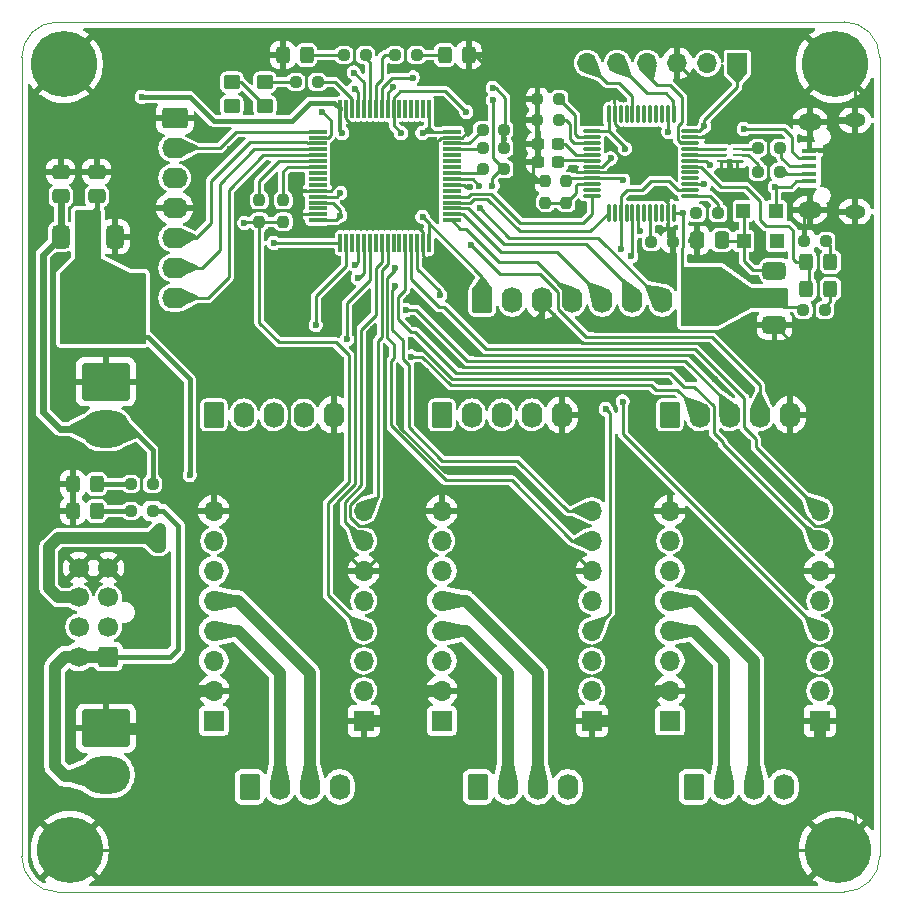
<source format=gbr>
%TF.GenerationSoftware,KiCad,Pcbnew,9.0.0*%
%TF.CreationDate,2025-03-09T14:03:34+01:00*%
%TF.ProjectId,Carte_moteur,43617274-655f-46d6-9f74-6575722e6b69,rev?*%
%TF.SameCoordinates,Original*%
%TF.FileFunction,Copper,L1,Top*%
%TF.FilePolarity,Positive*%
%FSLAX46Y46*%
G04 Gerber Fmt 4.6, Leading zero omitted, Abs format (unit mm)*
G04 Created by KiCad (PCBNEW 9.0.0) date 2025-03-09 14:03:34*
%MOMM*%
%LPD*%
G01*
G04 APERTURE LIST*
G04 Aperture macros list*
%AMRoundRect*
0 Rectangle with rounded corners*
0 $1 Rounding radius*
0 $2 $3 $4 $5 $6 $7 $8 $9 X,Y pos of 4 corners*
0 Add a 4 corners polygon primitive as box body*
4,1,4,$2,$3,$4,$5,$6,$7,$8,$9,$2,$3,0*
0 Add four circle primitives for the rounded corners*
1,1,$1+$1,$2,$3*
1,1,$1+$1,$4,$5*
1,1,$1+$1,$6,$7*
1,1,$1+$1,$8,$9*
0 Add four rect primitives between the rounded corners*
20,1,$1+$1,$2,$3,$4,$5,0*
20,1,$1+$1,$4,$5,$6,$7,0*
20,1,$1+$1,$6,$7,$8,$9,0*
20,1,$1+$1,$8,$9,$2,$3,0*%
G04 Aperture macros list end*
%TA.AperFunction,Conductor*%
%ADD10C,0.200000*%
%TD*%
%TA.AperFunction,SMDPad,CuDef*%
%ADD11RoundRect,0.250000X-0.325000X-0.450000X0.325000X-0.450000X0.325000X0.450000X-0.325000X0.450000X0*%
%TD*%
%TA.AperFunction,ComponentPad*%
%ADD12RoundRect,0.250000X-0.845000X0.620000X-0.845000X-0.620000X0.845000X-0.620000X0.845000X0.620000X0*%
%TD*%
%TA.AperFunction,ComponentPad*%
%ADD13O,2.190000X1.740000*%
%TD*%
%TA.AperFunction,ComponentPad*%
%ADD14R,1.700000X1.700000*%
%TD*%
%TA.AperFunction,ComponentPad*%
%ADD15O,1.700000X1.700000*%
%TD*%
%TA.AperFunction,SMDPad,CuDef*%
%ADD16RoundRect,0.237500X0.237500X-0.250000X0.237500X0.250000X-0.237500X0.250000X-0.237500X-0.250000X0*%
%TD*%
%TA.AperFunction,SMDPad,CuDef*%
%ADD17RoundRect,0.237500X0.300000X0.237500X-0.300000X0.237500X-0.300000X-0.237500X0.300000X-0.237500X0*%
%TD*%
%TA.AperFunction,SMDPad,CuDef*%
%ADD18RoundRect,0.237500X0.250000X0.237500X-0.250000X0.237500X-0.250000X-0.237500X0.250000X-0.237500X0*%
%TD*%
%TA.AperFunction,ComponentPad*%
%ADD19RoundRect,0.250000X-0.620000X-0.845000X0.620000X-0.845000X0.620000X0.845000X-0.620000X0.845000X0*%
%TD*%
%TA.AperFunction,ComponentPad*%
%ADD20O,1.740000X2.190000*%
%TD*%
%TA.AperFunction,ComponentPad*%
%ADD21C,5.600000*%
%TD*%
%TA.AperFunction,ComponentPad*%
%ADD22RoundRect,0.250000X-1.800000X1.330000X-1.800000X-1.330000X1.800000X-1.330000X1.800000X1.330000X0*%
%TD*%
%TA.AperFunction,ComponentPad*%
%ADD23O,4.100000X3.160000*%
%TD*%
%TA.AperFunction,SMDPad,CuDef*%
%ADD24RoundRect,0.237500X-0.250000X-0.237500X0.250000X-0.237500X0.250000X0.237500X-0.250000X0.237500X0*%
%TD*%
%TA.AperFunction,SMDPad,CuDef*%
%ADD25R,1.200000X1.200000*%
%TD*%
%TA.AperFunction,SMDPad,CuDef*%
%ADD26RoundRect,0.250000X0.337500X0.475000X-0.337500X0.475000X-0.337500X-0.475000X0.337500X-0.475000X0*%
%TD*%
%TA.AperFunction,SMDPad,CuDef*%
%ADD27RoundRect,0.237500X-0.237500X0.250000X-0.237500X-0.250000X0.237500X-0.250000X0.237500X0.250000X0*%
%TD*%
%TA.AperFunction,SMDPad,CuDef*%
%ADD28RoundRect,0.250000X0.475000X-0.337500X0.475000X0.337500X-0.475000X0.337500X-0.475000X-0.337500X0*%
%TD*%
%TA.AperFunction,SMDPad,CuDef*%
%ADD29RoundRect,0.375000X-0.375000X0.625000X-0.375000X-0.625000X0.375000X-0.625000X0.375000X0.625000X0*%
%TD*%
%TA.AperFunction,SMDPad,CuDef*%
%ADD30RoundRect,0.500000X-1.400000X0.500000X-1.400000X-0.500000X1.400000X-0.500000X1.400000X0.500000X0*%
%TD*%
%TA.AperFunction,SMDPad,CuDef*%
%ADD31R,1.300000X0.450000*%
%TD*%
%TA.AperFunction,HeatsinkPad*%
%ADD32O,1.800000X1.150000*%
%TD*%
%TA.AperFunction,HeatsinkPad*%
%ADD33O,2.000000X1.450000*%
%TD*%
%TA.AperFunction,SMDPad,CuDef*%
%ADD34RoundRect,0.250000X0.450000X-0.350000X0.450000X0.350000X-0.450000X0.350000X-0.450000X-0.350000X0*%
%TD*%
%TA.AperFunction,SMDPad,CuDef*%
%ADD35RoundRect,0.075000X-0.662500X-0.075000X0.662500X-0.075000X0.662500X0.075000X-0.662500X0.075000X0*%
%TD*%
%TA.AperFunction,SMDPad,CuDef*%
%ADD36RoundRect,0.075000X-0.075000X-0.662500X0.075000X-0.662500X0.075000X0.662500X-0.075000X0.662500X0*%
%TD*%
%TA.AperFunction,SMDPad,CuDef*%
%ADD37RoundRect,0.075000X-0.075000X0.700000X-0.075000X-0.700000X0.075000X-0.700000X0.075000X0.700000X0*%
%TD*%
%TA.AperFunction,SMDPad,CuDef*%
%ADD38RoundRect,0.075000X-0.700000X0.075000X-0.700000X-0.075000X0.700000X-0.075000X0.700000X0.075000X0*%
%TD*%
%TA.AperFunction,SMDPad,CuDef*%
%ADD39RoundRect,0.062500X-0.350000X-0.062500X0.350000X-0.062500X0.350000X0.062500X-0.350000X0.062500X0*%
%TD*%
%TA.AperFunction,ComponentPad*%
%ADD40RoundRect,0.250000X0.600000X0.600000X-0.600000X0.600000X-0.600000X-0.600000X0.600000X-0.600000X0*%
%TD*%
%TA.AperFunction,ComponentPad*%
%ADD41C,1.700000*%
%TD*%
%TA.AperFunction,SMDPad,CuDef*%
%ADD42RoundRect,0.250000X0.325000X0.450000X-0.325000X0.450000X-0.325000X-0.450000X0.325000X-0.450000X0*%
%TD*%
%TA.AperFunction,SMDPad,CuDef*%
%ADD43RoundRect,0.375000X0.625000X0.375000X-0.625000X0.375000X-0.625000X-0.375000X0.625000X-0.375000X0*%
%TD*%
%TA.AperFunction,SMDPad,CuDef*%
%ADD44RoundRect,0.500000X0.500000X1.400000X-0.500000X1.400000X-0.500000X-1.400000X0.500000X-1.400000X0*%
%TD*%
%TA.AperFunction,ViaPad*%
%ADD45C,0.600000*%
%TD*%
%TA.AperFunction,Conductor*%
%ADD46C,0.250000*%
%TD*%
%TA.AperFunction,Conductor*%
%ADD47C,1.000000*%
%TD*%
%TA.AperFunction,Conductor*%
%ADD48C,0.400000*%
%TD*%
%TA.AperFunction,Conductor*%
%ADD49C,0.600000*%
%TD*%
%TA.AperFunction,Conductor*%
%ADD50C,0.300000*%
%TD*%
%TA.AperFunction,Profile*%
%ADD51C,0.050000*%
%TD*%
G04 APERTURE END LIST*
D10*
%TO.N,+3V3*%
X82550000Y-113538000D02*
X85090000Y-114808000D01*
X86360000Y-114808000D01*
X86360000Y-120650000D01*
X79248000Y-120650000D01*
X79248000Y-114808000D01*
X80518000Y-113538000D01*
X80518000Y-109474000D01*
X82550000Y-109474000D01*
X82550000Y-113538000D01*
%TA.AperFunction,Conductor*%
G36*
X82550000Y-113538000D02*
G01*
X85090000Y-114808000D01*
X86360000Y-114808000D01*
X86360000Y-120650000D01*
X79248000Y-120650000D01*
X79248000Y-114808000D01*
X80518000Y-113538000D01*
X80518000Y-109474000D01*
X82550000Y-109474000D01*
X82550000Y-113538000D01*
G37*
%TD.AperFunction*%
%TO.N,+3.3VA*%
X137668000Y-116078000D02*
X140716000Y-116078000D01*
X140716000Y-117602000D01*
X137668000Y-117602000D01*
X134874000Y-119126000D01*
X131826000Y-119126000D01*
X131826000Y-114300000D01*
X135128000Y-114300000D01*
X137668000Y-116078000D01*
%TA.AperFunction,Conductor*%
G36*
X137668000Y-116078000D02*
G01*
X140716000Y-116078000D01*
X140716000Y-117602000D01*
X137668000Y-117602000D01*
X134874000Y-119126000D01*
X131826000Y-119126000D01*
X131826000Y-114300000D01*
X135128000Y-114300000D01*
X137668000Y-116078000D01*
G37*
%TD.AperFunction*%
%TD*%
D11*
%TO.P,D609,1,K*%
%TO.N,GND*%
X80255000Y-134874000D03*
%TO.P,D609,2,A*%
%TO.N,Net-(D609-A)*%
X82305000Y-134874000D03*
%TD*%
D12*
%TO.P,J106,1,Pin_1*%
%TO.N,GND*%
X88900000Y-101600000D03*
D13*
%TO.P,J106,2,Pin_2*%
%TO.N,/micro/LPUART1_RX*%
X88900000Y-104140000D03*
%TO.P,J106,3,Pin_3*%
%TO.N,/micro/LPUART1_TX*%
X88900000Y-106680000D03*
%TO.P,J106,4,Pin_4*%
%TO.N,GND*%
X88900000Y-109220000D03*
%TO.P,J106,5,Pin_5*%
%TO.N,/micro/SPI1_SCK*%
X88900000Y-111760000D03*
%TO.P,J106,6,Pin_6*%
%TO.N,/micro/SPI1_MISO*%
X88900000Y-114300000D03*
%TO.P,J106,7,Pin_7*%
%TO.N,/micro/SPI1_MOSI*%
X88900000Y-116840000D03*
%TD*%
D14*
%TO.P,U201,1,EN*%
%TO.N,GND*%
X104902000Y-152639000D03*
D15*
%TO.P,U201,2,MS1*%
%TO.N,Net-(U201-MS1)*%
X104902000Y-150099000D03*
%TO.P,U201,3,MS2*%
%TO.N,Net-(U201-MS2)*%
X104902000Y-147559000D03*
%TO.P,U201,4,PDN*%
%TO.N,/micro/TMC1*%
X104902000Y-145019000D03*
%TO.P,U201,5,PDN*%
%TO.N,unconnected-(U201-PDN-Pad5)*%
X104902000Y-142479000D03*
%TO.P,U201,6,CLK*%
%TO.N,GND*%
X104902000Y-139939000D03*
%TO.P,U201,7,STEP*%
%TO.N,/micro/HRTIM_CHE1*%
X104902000Y-137399000D03*
%TO.P,U201,8,DIR*%
%TO.N,/micro/HRTIM_CHE2*%
X104902000Y-134859000D03*
%TO.P,U201,9,GND*%
%TO.N,GND*%
X92202000Y-134859000D03*
%TO.P,U201,10,VDD*%
%TO.N,+3V3*%
X92202000Y-137399000D03*
%TO.P,U201,11,B2*%
%TO.N,/tmc_motor/B02*%
X92202000Y-139939000D03*
%TO.P,U201,12,B1*%
%TO.N,/tmc_motor/B01*%
X92202000Y-142479000D03*
%TO.P,U201,13,A1*%
%TO.N,/tmc_motor/A01*%
X92202000Y-145019000D03*
%TO.P,U201,14,A2*%
%TO.N,/tmc_motor/A02*%
X92202000Y-147559000D03*
%TO.P,U201,15,GND*%
%TO.N,GND*%
X92202000Y-150099000D03*
D14*
%TO.P,U201,16,VM*%
%TO.N,+BATT*%
X92202000Y-152639000D03*
%TD*%
D16*
%TO.P,R515,1*%
%TO.N,/micro/TMC1*%
X98096000Y-110386500D03*
%TO.P,R515,2*%
%TO.N,/micro/UART1_RX*%
X98096000Y-108561500D03*
%TD*%
D17*
%TO.P,C609,1*%
%TO.N,/stlink/OSC_IN*%
X121385500Y-103816000D03*
%TO.P,C609,2*%
%TO.N,GND*%
X119660500Y-103816000D03*
%TD*%
D18*
%TO.P,R601,1*%
%TO.N,Net-(J602-D+)*%
X140104500Y-104140000D03*
%TO.P,R601,2*%
%TO.N,Net-(U601-D+_out)*%
X138279500Y-104140000D03*
%TD*%
%TO.P,R620,1*%
%TO.N,+5V*%
X87018500Y-132588000D03*
%TO.P,R620,2*%
%TO.N,Net-(D608-A)*%
X85193500Y-132588000D03*
%TD*%
D19*
%TO.P,J104,1,Pin_1*%
%TO.N,+3V3*%
X114935000Y-117024000D03*
D20*
%TO.P,J104,2,Pin_2*%
%TO.N,/micro/T_RST*%
X117475000Y-117024000D03*
%TO.P,J104,3,Pin_3*%
%TO.N,GND*%
X120015000Y-117024000D03*
%TO.P,J104,4,Pin_4*%
%TO.N,/micro/T_SWDIO*%
X122555000Y-117024000D03*
%TO.P,J104,5,Pin_5*%
%TO.N,/micro/T_SWCLK*%
X125095000Y-117024000D03*
%TO.P,J104,6,Pin_6*%
%TO.N,/micro/T_JDTI*%
X127635000Y-117024000D03*
%TO.P,J104,7,Pin_7*%
%TO.N,/micro/T_SWO*%
X130175000Y-117024000D03*
%TD*%
D18*
%TO.P,R618,1*%
%TO.N,Net-(U501-PC3)*%
X105052500Y-96266000D03*
%TO.P,R618,2*%
%TO.N,Net-(D606-A)*%
X103227500Y-96266000D03*
%TD*%
D14*
%TO.P,U301,1,EN*%
%TO.N,GND*%
X124210184Y-152640513D03*
D15*
%TO.P,U301,2,MS1*%
%TO.N,Net-(U301-MS1)*%
X124210184Y-150100513D03*
%TO.P,U301,3,MS2*%
%TO.N,Net-(U301-MS2)*%
X124210184Y-147560513D03*
%TO.P,U301,4,PDN*%
%TO.N,/micro/TMC2*%
X124210184Y-145020513D03*
%TO.P,U301,5,PDN*%
%TO.N,unconnected-(U301-PDN-Pad5)*%
X124210184Y-142480513D03*
%TO.P,U301,6,CLK*%
%TO.N,GND*%
X124210184Y-139940513D03*
%TO.P,U301,7,STEP*%
%TO.N,/micro/HRTIM_CHD1*%
X124210184Y-137400513D03*
%TO.P,U301,8,DIR*%
%TO.N,/micro/HRTIM_CHD2*%
X124210184Y-134860513D03*
%TO.P,U301,9,GND*%
%TO.N,GND*%
X111510184Y-134860513D03*
%TO.P,U301,10,VDD*%
%TO.N,+3V3*%
X111510184Y-137400513D03*
%TO.P,U301,11,B2*%
%TO.N,/tmc_motor1/B02*%
X111510184Y-139940513D03*
%TO.P,U301,12,B1*%
%TO.N,/tmc_motor1/B01*%
X111510184Y-142480513D03*
%TO.P,U301,13,A1*%
%TO.N,/tmc_motor1/A01*%
X111510184Y-145020513D03*
%TO.P,U301,14,A2*%
%TO.N,/tmc_motor1/A02*%
X111510184Y-147560513D03*
%TO.P,U301,15,GND*%
%TO.N,GND*%
X111510184Y-150100513D03*
D14*
%TO.P,U301,16,VM*%
%TO.N,+BATT*%
X111510184Y-152640513D03*
%TD*%
D21*
%TO.P,H101,1,1*%
%TO.N,GND*%
X79502000Y-97028000D03*
%TD*%
D22*
%TO.P,J105,1,Pin_1*%
%TO.N,GND*%
X83058000Y-123952000D03*
D23*
%TO.P,J105,2,Pin_2*%
%TO.N,+5V*%
X83058000Y-127912000D03*
%TD*%
D24*
%TO.P,R617,1*%
%TO.N,Net-(U501-PC2)*%
X107545500Y-96266000D03*
%TO.P,R617,2*%
%TO.N,Net-(D605-A)*%
X109370500Y-96266000D03*
%TD*%
D25*
%TO.P,D602,1,K*%
%TO.N,Net-(D601-K)*%
X137030000Y-109474000D03*
%TO.P,D602,2,A*%
%TO.N,VBUS*%
X139830000Y-109474000D03*
%TD*%
D19*
%TO.P,J201,1,Pin_1*%
%TO.N,Net-(J201-Pin_1)*%
X92202000Y-126746000D03*
D20*
%TO.P,J201,2,Pin_2*%
%TO.N,/micro/TIM5_CH1*%
X94742000Y-126746000D03*
%TO.P,J201,3,Pin_3*%
%TO.N,/micro/TIM5_CH2*%
X97282000Y-126746000D03*
%TO.P,J201,4,Pin_4*%
%TO.N,/micro/TIM5_ETR*%
X99822000Y-126746000D03*
%TO.P,J201,5,Pin_5*%
%TO.N,GND*%
X102362000Y-126746000D03*
%TD*%
D24*
%TO.P,R512,1*%
%TO.N,/micro/TMC2*%
X99163500Y-98552000D03*
%TO.P,R512,2*%
%TO.N,/micro/UART2_TX*%
X100988500Y-98552000D03*
%TD*%
D19*
%TO.P,J402,1,Pin_1*%
%TO.N,/tmc_motor2/A02*%
X132842000Y-158238909D03*
D20*
%TO.P,J402,2,Pin_2*%
%TO.N,/tmc_motor2/A01*%
X135382000Y-158238909D03*
%TO.P,J402,3,Pin_3*%
%TO.N,/tmc_motor2/B01*%
X137922000Y-158238909D03*
%TO.P,J402,4,Pin_4*%
%TO.N,/tmc_motor2/B02*%
X140462000Y-158238909D03*
%TD*%
D11*
%TO.P,D608,1,K*%
%TO.N,GND*%
X80255000Y-132596000D03*
%TO.P,D608,2,A*%
%TO.N,Net-(D608-A)*%
X82305000Y-132596000D03*
%TD*%
D26*
%TO.P,C601,1*%
%TO.N,Net-(D601-K)*%
X135201500Y-111944000D03*
%TO.P,C601,2*%
%TO.N,GND*%
X133126500Y-111944000D03*
%TD*%
D24*
%TO.P,R610,1*%
%TO.N,Net-(U603-PB2)*%
X129262500Y-112071000D03*
%TO.P,R610,2*%
%TO.N,GND*%
X131087500Y-112071000D03*
%TD*%
D21*
%TO.P,H102,1,1*%
%TO.N,GND*%
X144780000Y-97028000D03*
%TD*%
D18*
%TO.P,R517,1*%
%TO.N,/micro/TMC3*%
X116788500Y-104140000D03*
%TO.P,R517,2*%
%TO.N,/micro/UART3_RX*%
X114963500Y-104140000D03*
%TD*%
D19*
%TO.P,J401,1,Pin_1*%
%TO.N,Net-(J401-Pin_1)*%
X130810000Y-126742909D03*
D20*
%TO.P,J401,2,Pin_2*%
%TO.N,/micro/TIM3_CH1*%
X133350000Y-126742909D03*
%TO.P,J401,3,Pin_3*%
%TO.N,/micro/TIM3_CH2*%
X135890000Y-126742909D03*
%TO.P,J401,4,Pin_4*%
%TO.N,/micro/TIM3_ETR*%
X138430000Y-126742909D03*
%TO.P,J401,5,Pin_5*%
%TO.N,GND*%
X140970000Y-126742909D03*
%TD*%
D27*
%TO.P,R607,1*%
%TO.N,+3.3VA*%
X122047000Y-106967500D03*
%TO.P,R607,2*%
%TO.N,Net-(U603-PA0)*%
X122047000Y-108792500D03*
%TD*%
D11*
%TO.P,D603,1,K*%
%TO.N,/stlink/LED*%
X142358000Y-116078000D03*
%TO.P,D603,2,A*%
%TO.N,Net-(D603-A)*%
X144408000Y-116078000D03*
%TD*%
D28*
%TO.P,C105,1*%
%TO.N,+3V3*%
X82296000Y-108225500D03*
%TO.P,C105,2*%
%TO.N,GND*%
X82296000Y-106150500D03*
%TD*%
D19*
%TO.P,J301,1,Pin_1*%
%TO.N,Net-(J301-Pin_1)*%
X111510184Y-126747513D03*
D20*
%TO.P,J301,2,Pin_2*%
%TO.N,/micro/TIM1_CH1*%
X114050184Y-126747513D03*
%TO.P,J301,3,Pin_3*%
%TO.N,/micro/TIM1_CH2*%
X116590184Y-126747513D03*
%TO.P,J301,4,Pin_4*%
%TO.N,/micro/TIM1_ETR*%
X119130184Y-126747513D03*
%TO.P,J301,5,Pin_5*%
%TO.N,GND*%
X121670184Y-126747513D03*
%TD*%
D22*
%TO.P,J103,1,Pin_1*%
%TO.N,GND*%
X83058000Y-153266000D03*
D23*
%TO.P,J103,2,Pin_2*%
%TO.N,+BATT*%
X83058000Y-157226000D03*
%TD*%
D18*
%TO.P,R614,1*%
%TO.N,Net-(U603-PC13)*%
X121435500Y-100006000D03*
%TO.P,R614,2*%
%TO.N,GND*%
X119610500Y-100006000D03*
%TD*%
%TO.P,R516,1*%
%TO.N,/micro/TMC3*%
X116788500Y-102616000D03*
%TO.P,R516,2*%
%TO.N,/micro/UART3_TX*%
X114963500Y-102616000D03*
%TD*%
D29*
%TO.P,U101,1,GND*%
%TO.N,GND*%
X83834000Y-111658000D03*
%TO.P,U101,2,VO*%
%TO.N,+3V3*%
X81534000Y-111658000D03*
D30*
X81534000Y-117958000D03*
D29*
%TO.P,U101,3,VI*%
%TO.N,+5V*%
X79234000Y-111658000D03*
%TD*%
D11*
%TO.P,D606,1,K*%
%TO.N,GND*%
X98035000Y-96266000D03*
%TO.P,D606,2,A*%
%TO.N,Net-(D606-A)*%
X100085000Y-96266000D03*
%TD*%
D18*
%TO.P,R602,1*%
%TO.N,Net-(J602-D-)*%
X140104500Y-106172000D03*
%TO.P,R602,2*%
%TO.N,Net-(U601-D-_out)*%
X138279500Y-106172000D03*
%TD*%
D14*
%TO.P,U401,1,EN*%
%TO.N,GND*%
X143510000Y-152635909D03*
D15*
%TO.P,U401,2,MS1*%
%TO.N,Net-(U401-MS1)*%
X143510000Y-150095909D03*
%TO.P,U401,3,MS2*%
%TO.N,Net-(U401-MS2)*%
X143510000Y-147555909D03*
%TO.P,U401,4,PDN*%
%TO.N,/micro/TMC3*%
X143510000Y-145015909D03*
%TO.P,U401,5,PDN*%
%TO.N,unconnected-(U401-PDN-Pad5)*%
X143510000Y-142475909D03*
%TO.P,U401,6,CLK*%
%TO.N,GND*%
X143510000Y-139935909D03*
%TO.P,U401,7,STEP*%
%TO.N,/micro/HRTIM_CHB1*%
X143510000Y-137395909D03*
%TO.P,U401,8,DIR*%
%TO.N,/micro/HRTIM_CHB2*%
X143510000Y-134855909D03*
%TO.P,U401,9,GND*%
%TO.N,GND*%
X130810000Y-134855909D03*
%TO.P,U401,10,VDD*%
%TO.N,+3V3*%
X130810000Y-137395909D03*
%TO.P,U401,11,B2*%
%TO.N,/tmc_motor2/B02*%
X130810000Y-139935909D03*
%TO.P,U401,12,B1*%
%TO.N,/tmc_motor2/B01*%
X130810000Y-142475909D03*
%TO.P,U401,13,A1*%
%TO.N,/tmc_motor2/A01*%
X130810000Y-145015909D03*
%TO.P,U401,14,A2*%
%TO.N,/tmc_motor2/A02*%
X130810000Y-147555909D03*
%TO.P,U401,15,GND*%
%TO.N,GND*%
X130810000Y-150095909D03*
D14*
%TO.P,U401,16,VM*%
%TO.N,+BATT*%
X130810000Y-152635909D03*
%TD*%
D18*
%TO.P,R616,1*%
%TO.N,Net-(D604-K)*%
X144041500Y-112014000D03*
%TO.P,R616,2*%
%TO.N,GND*%
X142216500Y-112014000D03*
%TD*%
D24*
%TO.P,R615,1*%
%TO.N,+3.3VA*%
X142113000Y-117856000D03*
%TO.P,R615,2*%
%TO.N,Net-(D603-A)*%
X143938000Y-117856000D03*
%TD*%
D31*
%TO.P,J602,1,VBUS*%
%TO.N,VBUS*%
X142633000Y-106969000D03*
%TO.P,J602,2,D-*%
%TO.N,Net-(J602-D-)*%
X142633000Y-106319000D03*
%TO.P,J602,3,D+*%
%TO.N,Net-(J602-D+)*%
X142633000Y-105669000D03*
%TO.P,J602,4,ID*%
%TO.N,Net-(J602-ID)*%
X142633000Y-105019000D03*
%TO.P,J602,5,GND*%
%TO.N,GND*%
X142633000Y-104369000D03*
D32*
%TO.P,J602,6,Shield*%
X146483000Y-109544000D03*
D33*
X142683000Y-109394000D03*
X142683000Y-101944000D03*
D32*
X146483000Y-101794000D03*
%TD*%
D21*
%TO.P,H103,1,1*%
%TO.N,GND*%
X80010000Y-163576000D03*
%TD*%
D16*
%TO.P,R608,1*%
%TO.N,Net-(U603-PA0)*%
X120269000Y-108792500D03*
%TO.P,R608,2*%
%TO.N,GND*%
X120269000Y-106967500D03*
%TD*%
D18*
%TO.P,R513,1*%
%TO.N,/micro/TMC2*%
X116788500Y-105918000D03*
%TO.P,R513,2*%
%TO.N,/micro/UART2_RX*%
X114963500Y-105918000D03*
%TD*%
D34*
%TO.P,R519,1*%
%TO.N,/micro/TMC3*%
X96520000Y-100568000D03*
%TO.P,R519,2*%
%TO.N,/micro/TMC2*%
X96520000Y-98568000D03*
%TD*%
D35*
%TO.P,U603,1,VBAT*%
%TO.N,+3.3VA*%
X124234500Y-102717000D03*
%TO.P,U603,2,PC13*%
%TO.N,Net-(U603-PC13)*%
X124234500Y-103217000D03*
%TO.P,U603,3,PC14*%
%TO.N,Net-(U603-PC14)*%
X124234500Y-103717000D03*
%TO.P,U603,4,PC15*%
%TO.N,unconnected-(U603-PC15-Pad4)*%
X124234500Y-104217000D03*
%TO.P,U603,5,PD0*%
%TO.N,/stlink/OSC_IN*%
X124234500Y-104717000D03*
%TO.P,U603,6,PD1*%
%TO.N,/stlink/OSC_OUT*%
X124234500Y-105217000D03*
%TO.P,U603,7,NRST*%
%TO.N,/stlink/SRST*%
X124234500Y-105717000D03*
%TO.P,U603,8,VSSA*%
%TO.N,GND*%
X124234500Y-106217000D03*
%TO.P,U603,9,VDDA*%
%TO.N,+3.3VA*%
X124234500Y-106717000D03*
%TO.P,U603,10,PA0*%
%TO.N,Net-(U603-PA0)*%
X124234500Y-107217000D03*
%TO.P,U603,11,PA1*%
%TO.N,unconnected-(U603-PA1-Pad11)*%
X124234500Y-107717000D03*
%TO.P,U603,12,PA2*%
%TO.N,/micro/UART4_RX*%
X124234500Y-108217000D03*
D36*
%TO.P,U603,13,PA3*%
%TO.N,/micro/UART4_TX*%
X125647000Y-109629500D03*
%TO.P,U603,14,PA4*%
%TO.N,unconnected-(U603-PA4-Pad14)*%
X126147000Y-109629500D03*
%TO.P,U603,15,PA5*%
%TO.N,/stlink/T_JTCK*%
X126647000Y-109629500D03*
%TO.P,U603,16,PA6*%
%TO.N,/stlink/T_JTDO*%
X127147000Y-109629500D03*
%TO.P,U603,17,PA7*%
%TO.N,/stlink/T_JTDI*%
X127647000Y-109629500D03*
%TO.P,U603,18,PB0*%
%TO.N,/stlink/T_NRST*%
X128147000Y-109629500D03*
%TO.P,U603,19,PB1*%
%TO.N,unconnected-(U603-PB1-Pad19)*%
X128647000Y-109629500D03*
%TO.P,U603,20,PB2*%
%TO.N,Net-(U603-PB2)*%
X129147000Y-109629500D03*
%TO.P,U603,21,PB10*%
%TO.N,unconnected-(U603-PB10-Pad21)*%
X129647000Y-109629500D03*
%TO.P,U603,22,PB11*%
%TO.N,unconnected-(U603-PB11-Pad22)*%
X130147000Y-109629500D03*
%TO.P,U603,23,VSS*%
%TO.N,GND*%
X130647000Y-109629500D03*
%TO.P,U603,24,VDD*%
%TO.N,+3.3VA*%
X131147000Y-109629500D03*
D35*
%TO.P,U603,25,PB12*%
%TO.N,Net-(U603-PB12)*%
X132559500Y-108217000D03*
%TO.P,U603,26,PB13*%
%TO.N,/stlink/T_JTCK*%
X132559500Y-107717000D03*
%TO.P,U603,27,PB14*%
%TO.N,/stlink/T_JTMS*%
X132559500Y-107217000D03*
%TO.P,U603,28,PB15*%
%TO.N,unconnected-(U603-PB15-Pad28)*%
X132559500Y-106717000D03*
%TO.P,U603,29,PA8*%
%TO.N,unconnected-(U603-PA8-Pad29)*%
X132559500Y-106217000D03*
%TO.P,U603,30,PA9*%
%TO.N,/stlink/LED*%
X132559500Y-105717000D03*
%TO.P,U603,31,PA10*%
%TO.N,/stlink/T_SWO*%
X132559500Y-105217000D03*
%TO.P,U603,32,PA11*%
%TO.N,Net-(U601-D-_in)*%
X132559500Y-104717000D03*
%TO.P,U603,33,PA12*%
%TO.N,Net-(U601-D+_in)*%
X132559500Y-104217000D03*
%TO.P,U603,34,PA13*%
%TO.N,/stlink/SWDIO*%
X132559500Y-103717000D03*
%TO.P,U603,35,VSS*%
%TO.N,GND*%
X132559500Y-103217000D03*
%TO.P,U603,36,VDD*%
%TO.N,+3.3VA*%
X132559500Y-102717000D03*
D36*
%TO.P,U603,37,PA14*%
%TO.N,/stlink/SWCLK*%
X131147000Y-101304500D03*
%TO.P,U603,38,PA15*%
%TO.N,/stlink/USB_RENUM*%
X130647000Y-101304500D03*
%TO.P,U603,39,PB3*%
%TO.N,unconnected-(U603-PB3-Pad39)*%
X130147000Y-101304500D03*
%TO.P,U603,40,PB4*%
%TO.N,unconnected-(U603-PB4-Pad40)*%
X129647000Y-101304500D03*
%TO.P,U603,41,PB5*%
%TO.N,unconnected-(U603-PB5-Pad41)*%
X129147000Y-101304500D03*
%TO.P,U603,42,PB6*%
%TO.N,unconnected-(U603-PB6-Pad42)*%
X128647000Y-101304500D03*
%TO.P,U603,43,PB7*%
%TO.N,unconnected-(U603-PB7-Pad43)*%
X128147000Y-101304500D03*
%TO.P,U603,44,BOOT0*%
%TO.N,/stlink/BOOT0*%
X127647000Y-101304500D03*
%TO.P,U603,45,PB8*%
%TO.N,unconnected-(U603-PB8-Pad45)*%
X127147000Y-101304500D03*
%TO.P,U603,46,PB9*%
%TO.N,unconnected-(U603-PB9-Pad46)*%
X126647000Y-101304500D03*
%TO.P,U603,47,VSS*%
%TO.N,GND*%
X126147000Y-101304500D03*
%TO.P,U603,48,VDD*%
%TO.N,+3.3VA*%
X125647000Y-101304500D03*
%TD*%
D37*
%TO.P,U501,1,VBAT*%
%TO.N,+3V3*%
X110421998Y-100838000D03*
%TO.P,U501,2,PC13*%
%TO.N,unconnected-(U501-PC13-Pad2)*%
X109921999Y-100838000D03*
%TO.P,U501,3,PC14*%
%TO.N,unconnected-(U501-PC14-Pad3)*%
X109421999Y-100838000D03*
%TO.P,U501,4,PC15*%
%TO.N,unconnected-(U501-PC15-Pad4)*%
X108921999Y-100838000D03*
%TO.P,U501,5,PF0*%
%TO.N,unconnected-(U501-PF0-Pad5)*%
X108421999Y-100838000D03*
%TO.P,U501,6,PF1*%
%TO.N,unconnected-(U501-PF1-Pad6)*%
X107921998Y-100838000D03*
%TO.P,U501,7,PG10*%
%TO.N,/micro/T_RST*%
X107421999Y-100838000D03*
%TO.P,U501,8,PC0*%
%TO.N,/micro/TIM1_CH1*%
X106921999Y-100838000D03*
%TO.P,U501,9,PC1*%
%TO.N,/micro/TIM1_CH2*%
X106421999Y-100838000D03*
%TO.P,U501,10,PC2*%
%TO.N,Net-(U501-PC2)*%
X105921999Y-100838000D03*
%TO.P,U501,11,PC3*%
%TO.N,Net-(U501-PC3)*%
X105422000Y-100838000D03*
%TO.P,U501,12,PA0*%
%TO.N,/micro/TIM5_CH1*%
X104921999Y-100838000D03*
%TO.P,U501,13,PA1*%
%TO.N,/micro/TIM5_CH2*%
X104421999Y-100838000D03*
%TO.P,U501,14,PA2*%
%TO.N,/micro/UART2_TX*%
X103921999Y-100838000D03*
%TO.P,U501,15,VSS*%
%TO.N,GND*%
X103421999Y-100838000D03*
%TO.P,U501,16,VDD*%
%TO.N,+3V3*%
X102922000Y-100838000D03*
D38*
%TO.P,U501,17,PA3*%
%TO.N,/micro/LPUART1_RX*%
X100996999Y-102763001D03*
%TO.P,U501,18,PA4*%
%TO.N,/micro/TIM3_CH2*%
X100996999Y-103263000D03*
%TO.P,U501,19,PA5*%
%TO.N,/micro/SPI1_SCK*%
X100996999Y-103763000D03*
%TO.P,U501,20,PA6*%
%TO.N,/micro/SPI1_MISO*%
X100996999Y-104263000D03*
%TO.P,U501,21,PA7*%
%TO.N,/micro/SPI1_MOSI*%
X100996999Y-104763000D03*
%TO.P,U501,22,PC4*%
%TO.N,/micro/UART1_TX*%
X100996999Y-105263001D03*
%TO.P,U501,23,PC5*%
%TO.N,/micro/UART1_RX*%
X100996999Y-105763000D03*
%TO.P,U501,24,PB0*%
%TO.N,unconnected-(U501-PB0-Pad24)*%
X100996999Y-106263000D03*
%TO.P,U501,25,PB1*%
%TO.N,unconnected-(U501-PB1-Pad25)*%
X100996999Y-106763000D03*
%TO.P,U501,26,PB2*%
%TO.N,unconnected-(U501-PB2-Pad26)*%
X100996999Y-107263000D03*
%TO.P,U501,27,VSSA*%
%TO.N,GND*%
X100996999Y-107762999D03*
%TO.P,U501,28,VREF+*%
%TO.N,Net-(U501-VREF+)*%
X100996999Y-108263000D03*
%TO.P,U501,29,VDDA*%
%TO.N,+3V3*%
X100996999Y-108763000D03*
%TO.P,U501,30,PB10*%
%TO.N,unconnected-(U501-PB10-Pad30)*%
X100996999Y-109263000D03*
%TO.P,U501,31,VSS*%
%TO.N,GND*%
X100996999Y-109763000D03*
%TO.P,U501,32,VDD*%
%TO.N,+3V3*%
X100996999Y-110262999D03*
D37*
%TO.P,U501,33,PB11*%
%TO.N,/micro/LPUART1_TX*%
X102922000Y-112188000D03*
%TO.P,U501,34,PB12*%
%TO.N,/micro/TIM5_ETR*%
X103421999Y-112188000D03*
%TO.P,U501,35,PB13*%
%TO.N,unconnected-(U501-PB13-Pad35)*%
X103921999Y-112188000D03*
%TO.P,U501,36,PB14*%
%TO.N,/micro/HRTIM_CHD1*%
X104421999Y-112188000D03*
%TO.P,U501,37,PB15*%
%TO.N,/micro/HRTIM_CHD2*%
X104921999Y-112188000D03*
%TO.P,U501,38,PC6*%
%TO.N,/micro/TIM3_CH1*%
X105422000Y-112188000D03*
%TO.P,U501,39,PC7*%
%TO.N,unconnected-(U501-PC7-Pad39)*%
X105921999Y-112188000D03*
%TO.P,U501,40,PC8*%
%TO.N,/micro/HRTIM_CHE1*%
X106421999Y-112188000D03*
%TO.P,U501,41,PC9*%
%TO.N,/micro/HRTIM_CHE2*%
X106921999Y-112188000D03*
%TO.P,U501,42,PA8*%
%TO.N,unconnected-(U501-PA8-Pad42)*%
X107421999Y-112188000D03*
%TO.P,U501,43,PA9*%
%TO.N,unconnected-(U501-PA9-Pad43)*%
X107921998Y-112188000D03*
%TO.P,U501,44,PA10*%
%TO.N,/micro/HRTIM_CHB1*%
X108421999Y-112188000D03*
%TO.P,U501,45,PA11*%
%TO.N,/micro/HRTIM_CHB2*%
X108921999Y-112188000D03*
%TO.P,U501,46,PA12*%
%TO.N,/micro/TIM1_ETR*%
X109421999Y-112188000D03*
%TO.P,U501,47,VSS*%
%TO.N,GND*%
X109921999Y-112188000D03*
%TO.P,U501,48,VDD*%
%TO.N,+3V3*%
X110421998Y-112188000D03*
D38*
%TO.P,U501,49,PA13*%
%TO.N,/micro/T_SWDIO*%
X112346999Y-110262999D03*
%TO.P,U501,50,PA14*%
%TO.N,/micro/T_SWCLK*%
X112346999Y-109763000D03*
%TO.P,U501,51,PA15*%
%TO.N,/micro/T_JDTI*%
X112346999Y-109263000D03*
%TO.P,U501,52,PC10*%
%TO.N,/micro/UART4_TX*%
X112346999Y-108763000D03*
%TO.P,U501,53,PC11*%
%TO.N,/micro/UART4_RX*%
X112346999Y-108263000D03*
%TO.P,U501,54,PC12*%
%TO.N,unconnected-(U501-PC12-Pad54)*%
X112346999Y-107762999D03*
%TO.P,U501,55,PD2*%
%TO.N,/micro/TIM3_ETR*%
X112346999Y-107263000D03*
%TO.P,U501,56,PB3*%
%TO.N,/micro/T_SWO*%
X112346999Y-106763000D03*
%TO.P,U501,57,PB4*%
%TO.N,/micro/UART2_RX*%
X112346999Y-106263000D03*
%TO.P,U501,58,PB5*%
%TO.N,unconnected-(U501-PB5-Pad58)*%
X112346999Y-105763000D03*
%TO.P,U501,59,PB6*%
%TO.N,unconnected-(U501-PB6-Pad59)*%
X112346999Y-105263001D03*
%TO.P,U501,60,PB7*%
%TO.N,unconnected-(U501-PB7-Pad60)*%
X112346999Y-104763000D03*
%TO.P,U501,61,PB8*%
%TO.N,/micro/UART3_RX*%
X112346999Y-104263000D03*
%TO.P,U501,62,PB9*%
%TO.N,/micro/UART3_TX*%
X112346999Y-103763000D03*
%TO.P,U501,63,VSS*%
%TO.N,GND*%
X112346999Y-103263000D03*
%TO.P,U501,64,VDD*%
%TO.N,+3V3*%
X112346999Y-102763001D03*
%TD*%
D39*
%TO.P,U601,1,D+_in*%
%TO.N,Net-(U601-D+_in)*%
X135202500Y-104205000D03*
%TO.P,U601,2,D-_in*%
%TO.N,Net-(U601-D-_in)*%
X135202500Y-104705000D03*
%TO.P,U601,3,GND*%
%TO.N,GND*%
X135202500Y-105205000D03*
%TO.P,U601,4,NC*%
X136577500Y-105205000D03*
%TO.P,U601,5,D-_out*%
%TO.N,Net-(U601-D-_out)*%
X136577500Y-104705000D03*
%TO.P,U601,6,D+_out*%
%TO.N,Net-(U601-D+_out)*%
X136577500Y-104205000D03*
%TD*%
D40*
%TO.P,J101,1,Pin_1*%
%TO.N,+BATT*%
X83272000Y-147200000D03*
D41*
%TO.P,J101,2,Pin_2*%
%TO.N,/9VL*%
X83272000Y-144700000D03*
%TO.P,J101,3,Pin_3*%
%TO.N,/5VL*%
X83272000Y-142200000D03*
%TO.P,J101,4,Pin_4*%
%TO.N,GND*%
X83272000Y-139700000D03*
%TO.P,J101,5,Pin_5*%
%TO.N,+BATT*%
X80772000Y-147200000D03*
%TO.P,J101,6,Pin_6*%
%TO.N,/12VL*%
X80772000Y-144700000D03*
%TO.P,J101,7,Pin_7*%
%TO.N,+5V*%
X80772000Y-142200000D03*
%TO.P,J101,8,Pin_8*%
%TO.N,GND*%
X80772000Y-139700000D03*
%TD*%
D14*
%TO.P,J601,1,Pin_1*%
%TO.N,+3.3VA*%
X136525000Y-96958000D03*
D15*
%TO.P,J601,2,Pin_2*%
%TO.N,/stlink/SRST*%
X133985000Y-96958000D03*
%TO.P,J601,3,Pin_3*%
%TO.N,GND*%
X131445000Y-96958000D03*
%TO.P,J601,4,Pin_4*%
%TO.N,/stlink/SWDIO*%
X128905000Y-96958000D03*
%TO.P,J601,5,Pin_5*%
%TO.N,/stlink/SWCLK*%
X126365000Y-96958000D03*
%TO.P,J601,6,Pin_6*%
%TO.N,/stlink/BOOT0*%
X123825000Y-96958000D03*
%TD*%
D18*
%TO.P,R613,1*%
%TO.N,Net-(U603-PC14)*%
X121435500Y-101784000D03*
%TO.P,R613,2*%
%TO.N,GND*%
X119610500Y-101784000D03*
%TD*%
D16*
%TO.P,R514,1*%
%TO.N,/micro/TMC1*%
X96064000Y-110386500D03*
%TO.P,R514,2*%
%TO.N,/micro/UART1_TX*%
X96064000Y-108561500D03*
%TD*%
D42*
%TO.P,D605,1,K*%
%TO.N,GND*%
X113801000Y-96266000D03*
%TO.P,D605,2,A*%
%TO.N,Net-(D605-A)*%
X111751000Y-96266000D03*
%TD*%
D21*
%TO.P,H104,1,1*%
%TO.N,GND*%
X145034000Y-163576000D03*
%TD*%
D25*
%TO.P,D601,1,K*%
%TO.N,Net-(D601-K)*%
X137082000Y-112014000D03*
%TO.P,D601,2,A*%
%TO.N,+5V*%
X139882000Y-112014000D03*
%TD*%
D42*
%TO.P,D604,1,K*%
%TO.N,Net-(D604-K)*%
X144408000Y-113792000D03*
%TO.P,D604,2,A*%
%TO.N,/stlink/LED*%
X142358000Y-113792000D03*
%TD*%
D18*
%TO.P,R621,1*%
%TO.N,+BATT*%
X87018500Y-134874000D03*
%TO.P,R621,2*%
%TO.N,Net-(D609-A)*%
X85193500Y-134874000D03*
%TD*%
D34*
%TO.P,R518,1*%
%TO.N,/micro/TMC1*%
X93726000Y-100568000D03*
%TO.P,R518,2*%
%TO.N,/micro/TMC3*%
X93726000Y-98568000D03*
%TD*%
D18*
%TO.P,R611,1*%
%TO.N,Net-(U603-PB12)*%
X134897500Y-109658000D03*
%TO.P,R611,2*%
%TO.N,/stlink/T_JTMS*%
X133072500Y-109658000D03*
%TD*%
D19*
%TO.P,J302,1,Pin_1*%
%TO.N,/tmc_motor1/A02*%
X114558184Y-158243513D03*
D20*
%TO.P,J302,2,Pin_2*%
%TO.N,/tmc_motor1/A01*%
X117098184Y-158243513D03*
%TO.P,J302,3,Pin_3*%
%TO.N,/tmc_motor1/B01*%
X119638184Y-158243513D03*
%TO.P,J302,4,Pin_4*%
%TO.N,/tmc_motor1/B02*%
X122178184Y-158243513D03*
%TD*%
D17*
%TO.P,C608,1*%
%TO.N,/stlink/OSC_OUT*%
X121385500Y-105340000D03*
%TO.P,C608,2*%
%TO.N,GND*%
X119660500Y-105340000D03*
%TD*%
D43*
%TO.P,U602,1,GND*%
%TO.N,GND*%
X139675000Y-119126000D03*
%TO.P,U602,2,VO*%
%TO.N,+3.3VA*%
X139675000Y-116826000D03*
D44*
X133375000Y-116826000D03*
D43*
%TO.P,U602,3,VI*%
%TO.N,Net-(D601-K)*%
X139675000Y-114526000D03*
%TD*%
D28*
%TO.P,C103,1*%
%TO.N,+5V*%
X79248000Y-108225500D03*
%TO.P,C103,2*%
%TO.N,GND*%
X79248000Y-106150500D03*
%TD*%
D19*
%TO.P,J202,1,Pin_1*%
%TO.N,/tmc_motor/A02*%
X95250000Y-158242000D03*
D20*
%TO.P,J202,2,Pin_2*%
%TO.N,/tmc_motor/A01*%
X97790000Y-158242000D03*
%TO.P,J202,3,Pin_3*%
%TO.N,/tmc_motor/B01*%
X100330000Y-158242000D03*
%TO.P,J202,4,Pin_4*%
%TO.N,/tmc_motor/B02*%
X102870000Y-158242000D03*
%TD*%
D45*
%TO.N,GND*%
X129286000Y-125222000D03*
X115316000Y-128524000D03*
X126492000Y-129794000D03*
X98552000Y-125222000D03*
X135890000Y-105664000D03*
X107921000Y-123263738D03*
X132588000Y-165608000D03*
X107442000Y-129794000D03*
X106172000Y-165608000D03*
X132818500Y-100768000D03*
X132334000Y-123698000D03*
X127508000Y-134874000D03*
X93472000Y-124968000D03*
X138176000Y-113030000D03*
X97282000Y-115316000D03*
X123952000Y-119126000D03*
X113792000Y-102108000D03*
X88392000Y-134112000D03*
X133096000Y-113214000D03*
X90170000Y-159512000D03*
X128651000Y-102800000D03*
X106760000Y-121684934D03*
X134620000Y-129286000D03*
X108103500Y-104648000D03*
X85177000Y-102870000D03*
X121920000Y-135636000D03*
X108966000Y-120650000D03*
X96520000Y-165608000D03*
X99949000Y-118491000D03*
X118618000Y-97028000D03*
X117094000Y-133858000D03*
X136535190Y-123698000D03*
X105715000Y-119431000D03*
X94996000Y-100584000D03*
X112027000Y-114033000D03*
X104394000Y-118618000D03*
X111162202Y-112686202D03*
X110162929Y-123066448D03*
X101092000Y-125222000D03*
X94742000Y-117856000D03*
X135255000Y-102546000D03*
X113538000Y-99060000D03*
X103378000Y-115824000D03*
X97790000Y-97790000D03*
X129667000Y-105848000D03*
X102362000Y-113792000D03*
X108097500Y-109982000D03*
X95758000Y-124968000D03*
X104700000Y-102870000D03*
X109144476Y-119014331D03*
X97028000Y-107188000D03*
X122555000Y-105848000D03*
X115570000Y-97536000D03*
X101092000Y-133604000D03*
X104954000Y-107188000D03*
X130265076Y-108384591D03*
X130048000Y-123865000D03*
X122555000Y-109815000D03*
X85177000Y-108458000D03*
X119660502Y-103816001D03*
X121920000Y-133350000D03*
X80772000Y-106150500D03*
X137414000Y-129032000D03*
X119634000Y-165608000D03*
X105410000Y-121666000D03*
X131150000Y-113284000D03*
X138049000Y-119056000D03*
X102108000Y-119634000D03*
X107442000Y-133604000D03*
X108712000Y-116840000D03*
X134620000Y-123698000D03*
X93568298Y-104236298D03*
X104989000Y-116840000D03*
%TO.N,+5V*%
X139752000Y-112014000D03*
X87630000Y-137159998D03*
X87630000Y-137922000D03*
X87630000Y-136398000D03*
%TO.N,+3V3*%
X109880500Y-109982000D03*
X86106000Y-99822000D03*
X90170000Y-131826000D03*
X109878500Y-102870000D03*
X81534000Y-109982000D03*
X103075500Y-102870000D03*
X102922000Y-109878500D03*
%TO.N,+3.3VA*%
X126873000Y-106864000D03*
X131953000Y-109658000D03*
X133731000Y-102292000D03*
X138049000Y-116770000D03*
X127026500Y-104197000D03*
%TO.N,/stlink/OSC_IN*%
X121385498Y-103815999D03*
%TO.N,/stlink/OSC_OUT*%
X121385498Y-105340000D03*
%TO.N,/stlink/SRST*%
X125797909Y-105026909D03*
%TO.N,VBUS*%
X139700000Y-107442000D03*
%TO.N,/micro/TMC1*%
X94794000Y-110490000D03*
X93725998Y-100567999D03*
%TO.N,/micro/TMC3*%
X126818363Y-125609767D03*
X115824000Y-99060000D03*
X96520000Y-100568002D03*
X116788500Y-103378000D03*
%TO.N,/micro/TMC2*%
X125386184Y-126238000D03*
X115799019Y-107326667D03*
X96519998Y-98568000D03*
X115824000Y-100076000D03*
%TO.N,/stlink/T_JTMS*%
X133731000Y-107217000D03*
X133072500Y-109657998D03*
%TO.N,/stlink/T_NRST*%
X128322000Y-111182000D03*
%TO.N,/stlink/USB_RENUM*%
X130683000Y-102800000D03*
%TO.N,/micro/TIM1_ETR*%
X111382976Y-116608615D03*
%TO.N,/stlink/T_JTDI*%
X127559999Y-113317498D03*
%TO.N,/micro/TIM1_CH2*%
X109060440Y-98178000D03*
%TO.N,/stlink/T_JTCK*%
X126647001Y-112672999D03*
%TO.N,/stlink/T_SWO*%
X134239000Y-105594000D03*
%TO.N,/micro/TIM1_CH1*%
X107347541Y-99022000D03*
%TO.N,/micro/TIM3_CH2*%
X108458000Y-117856000D03*
X101398000Y-101092000D03*
%TO.N,/micro/TIM3_ETR*%
X113970599Y-112343401D03*
X113873719Y-107406539D03*
%TO.N,/micro/LPUART1_TX*%
X97282000Y-112188000D03*
%TO.N,/micro/TIM3_CH1*%
X103465000Y-120348131D03*
X108898531Y-121804853D03*
%TO.N,/micro/TIM5_CH2*%
X104133293Y-99111000D03*
%TO.N,Net-(U501-VREF+)*%
X102922000Y-107950000D03*
%TO.N,Net-(J602-ID)*%
X137080000Y-102546000D03*
%TO.N,Net-(J602-D+)*%
X140104500Y-104140000D03*
%TO.N,/micro/TIM5_CH1*%
X104048675Y-97761000D03*
%TO.N,/micro/TIM5_ETR*%
X100838000Y-119126000D03*
%TO.N,/micro/T_SWO*%
X114701369Y-109248377D03*
X114692810Y-107341746D03*
%TO.N,/micro/HRTIM_CHD2*%
X107529000Y-115824000D03*
X104394000Y-115150003D03*
%TO.N,/micro/T_RST*%
X113590000Y-101092000D03*
X108053500Y-102870000D03*
%TO.N,/micro/HRTIM_CHD1*%
X104140000Y-114046000D03*
X107529000Y-114300000D03*
%TD*%
D46*
%TO.N,GND*%
X98298000Y-124968000D02*
X95758000Y-124968000D01*
X88900000Y-101600000D02*
X83820000Y-101600000D01*
X126147000Y-101304500D02*
X126147000Y-102111178D01*
D47*
X89154000Y-153416000D02*
X89154000Y-154686000D01*
D46*
X106553000Y-136017000D02*
X106426000Y-136144000D01*
X103421999Y-100838000D02*
X103421999Y-101682178D01*
D47*
X109220000Y-152654000D02*
X109220000Y-158496000D01*
D46*
X134584000Y-103217000D02*
X135255000Y-102546000D01*
X109980487Y-134860513D02*
X111510184Y-134860513D01*
X98552000Y-128778000D02*
X99060000Y-129286000D01*
X137471000Y-119634000D02*
X124460000Y-119634000D01*
X130647000Y-110749656D02*
X130645690Y-110750966D01*
X135890000Y-105205000D02*
X136884000Y-105205000D01*
X129298000Y-106217000D02*
X129667000Y-105848000D01*
D47*
X129794000Y-160782000D02*
X129794000Y-154686000D01*
D46*
X146483000Y-109544000D02*
X146483000Y-162127000D01*
X104523884Y-136144000D02*
X103726000Y-135346116D01*
X119660500Y-105340000D02*
X119660500Y-103816000D01*
X146483000Y-98731000D02*
X146483000Y-101794000D01*
D47*
X143510000Y-152635909D02*
X143510000Y-159004000D01*
D46*
X102362000Y-132080000D02*
X101092000Y-133350000D01*
X109577877Y-118975877D02*
X109182930Y-118975877D01*
X113792000Y-102662178D02*
X113191178Y-103263000D01*
X131087500Y-112602500D02*
X131087500Y-112071000D01*
X133487190Y-120650000D02*
X136535190Y-123698000D01*
X142683000Y-109394000D02*
X146333000Y-109394000D01*
D47*
X128510513Y-152640513D02*
X128778000Y-152908000D01*
D46*
X104902000Y-139939000D02*
X107688500Y-137152500D01*
X119794500Y-106967500D02*
X119253000Y-106426000D01*
X103421999Y-101682178D02*
X104609821Y-102870000D01*
D47*
X128778000Y-152908000D02*
X128778000Y-151130000D01*
D46*
X113538000Y-118566000D02*
X113590000Y-118618000D01*
X98035000Y-97545000D02*
X97790000Y-97790000D01*
X83544500Y-106150500D02*
X84074000Y-106680000D01*
X105349637Y-121126576D02*
X105410000Y-121066213D01*
X80772000Y-106150500D02*
X82296000Y-106150500D01*
X92202000Y-134859000D02*
X89139000Y-134859000D01*
D47*
X89662000Y-155194000D02*
X89916000Y-155448000D01*
D46*
X101092000Y-133350000D02*
X101092000Y-133604000D01*
D47*
X112776000Y-162052000D02*
X111760000Y-161036000D01*
D46*
X106553000Y-136017000D02*
X107688500Y-137152500D01*
X144780000Y-139700000D02*
X144544091Y-139935909D01*
X105410000Y-121666000D02*
X105349637Y-121605637D01*
X109921999Y-113255089D02*
X110699910Y-114033000D01*
X103726000Y-135346116D02*
X103726000Y-134370470D01*
X132559500Y-103217000D02*
X134584000Y-103217000D01*
X129940122Y-123698000D02*
X130048000Y-123805878D01*
D47*
X110744000Y-162052000D02*
X111760000Y-161036000D01*
D46*
X119253000Y-106426000D02*
X119253000Y-105747503D01*
X134620000Y-123698000D02*
X132588000Y-121666000D01*
X113284000Y-122682000D02*
X109577877Y-118975877D01*
X83834000Y-109474000D02*
X83834000Y-111658000D01*
X110699910Y-114033000D02*
X112027000Y-114033000D01*
X119253000Y-105747503D02*
X119660502Y-105340001D01*
X120015000Y-117249000D02*
X123416000Y-120650000D01*
X105715000Y-120078580D02*
X105715000Y-119431000D01*
X127508000Y-134874000D02*
X126492000Y-133858000D01*
X80010000Y-163576000D02*
X145034000Y-163576000D01*
D47*
X111510184Y-150100513D02*
X110249487Y-150100513D01*
D46*
X117856000Y-131572000D02*
X111760000Y-131572000D01*
X106426000Y-136144000D02*
X104523884Y-136144000D01*
X106680000Y-135890000D02*
X106680000Y-121694000D01*
X104954000Y-107188000D02*
X104700000Y-106934000D01*
X109182930Y-118975877D02*
X109144476Y-119014331D01*
X100996999Y-107762999D02*
X102093001Y-107762999D01*
X137414000Y-130423025D02*
X143134975Y-136144000D01*
X112027000Y-114033000D02*
X113538000Y-115544000D01*
X130647000Y-109629500D02*
X130647000Y-110749656D01*
D47*
X109220000Y-151130000D02*
X109220000Y-152654000D01*
D46*
X104902000Y-139939000D02*
X102616000Y-137653000D01*
X99655000Y-109763000D02*
X99366000Y-109474000D01*
X118127671Y-133858000D02*
X124210184Y-139940513D01*
D47*
X109220000Y-158496000D02*
X111760000Y-161036000D01*
D46*
X109921999Y-111268999D02*
X108635000Y-109982000D01*
X89139000Y-134859000D02*
X88392000Y-134112000D01*
X110034000Y-104648000D02*
X108045500Y-104648000D01*
X98552000Y-125222000D02*
X98298000Y-124968000D01*
X142748000Y-94996000D02*
X144780000Y-97028000D01*
X113590000Y-118618000D02*
X119432000Y-118618000D01*
X104609821Y-102870000D02*
X104700000Y-102870000D01*
X144544091Y-139935909D02*
X143510000Y-139935909D01*
X98552000Y-125222000D02*
X98552000Y-128778000D01*
X131445000Y-96958000D02*
X132818500Y-98331500D01*
X134620000Y-132842000D02*
X134620000Y-129286000D01*
D47*
X143510000Y-159004000D02*
X140462000Y-162052000D01*
D46*
X143510000Y-139935909D02*
X141713909Y-139935909D01*
D47*
X89916000Y-155448000D02*
X92202000Y-157734000D01*
D46*
X82296000Y-106150500D02*
X83544500Y-106150500D01*
X130647000Y-111630500D02*
X131087500Y-112071000D01*
X119253000Y-109067490D02*
X120000510Y-109815000D01*
X130647000Y-109629500D02*
X130647000Y-111630500D01*
D47*
X110249487Y-150100513D02*
X109220000Y-151130000D01*
D46*
X117094000Y-133858000D02*
X118127671Y-133858000D01*
X105410000Y-132686470D02*
X105410000Y-121666000D01*
D47*
X92202000Y-157734000D02*
X92202000Y-162052000D01*
D46*
X121670184Y-128270000D02*
X121920000Y-128519816D01*
D47*
X89154000Y-154686000D02*
X89916000Y-155448000D01*
X104902000Y-152639000D02*
X109205000Y-152639000D01*
D46*
X138063000Y-119070000D02*
X138049000Y-119056000D01*
X106478000Y-104648000D02*
X108045500Y-104648000D01*
X84088000Y-109220000D02*
X83834000Y-109474000D01*
X127526091Y-134855909D02*
X127508000Y-134874000D01*
X105410000Y-121066213D02*
X105410000Y-120383580D01*
X139675000Y-119126000D02*
X140893000Y-120344000D01*
X88900000Y-109220000D02*
X84088000Y-109220000D01*
D47*
X129812091Y-150095909D02*
X130810000Y-150095909D01*
D46*
X109921999Y-112188000D02*
X109921999Y-113255089D01*
X142683000Y-101944000D02*
X146333000Y-101944000D01*
X123416000Y-120650000D02*
X133487190Y-120650000D01*
D47*
X131064000Y-162052000D02*
X129794000Y-160782000D01*
X128778000Y-151130000D02*
X129812091Y-150095909D01*
D46*
X107560000Y-109982000D02*
X108097500Y-109982000D01*
X139675000Y-119070000D02*
X138063000Y-119070000D01*
X100996999Y-109763000D02*
X99655000Y-109763000D01*
X130645690Y-110750966D02*
X130645690Y-108765206D01*
X83834000Y-107442000D02*
X83834000Y-109474000D01*
X99060000Y-129286000D02*
X102362000Y-129286000D01*
X105349637Y-121605637D02*
X105349637Y-121126576D01*
X142633000Y-104369000D02*
X142633000Y-101994000D01*
X121920000Y-128519816D02*
X121920000Y-133350000D01*
X111810481Y-124714000D02*
X110162929Y-123066448D01*
D47*
X128778000Y-153670000D02*
X128778000Y-152908000D01*
D46*
X144780000Y-136144000D02*
X144780000Y-139700000D01*
X132334000Y-123698000D02*
X131318000Y-122682000D01*
D47*
X89115500Y-153377500D02*
X83058000Y-153377500D01*
X140462000Y-162052000D02*
X112776000Y-162052000D01*
D46*
X99366000Y-107950000D02*
X99553001Y-107762999D01*
X95758000Y-124968000D02*
X93472000Y-124968000D01*
X135890000Y-105664000D02*
X135890000Y-105205000D01*
X132818500Y-98331500D02*
X132818500Y-100768000D01*
X130048000Y-123805878D02*
X130048000Y-123865000D01*
X109921999Y-112188000D02*
X109921999Y-111268999D01*
X135202500Y-105205000D02*
X135890000Y-105205000D01*
X99366000Y-109474000D02*
X99366000Y-107950000D01*
X102362000Y-129286000D02*
X102362000Y-132080000D01*
X124460000Y-119634000D02*
X123952000Y-119126000D01*
D47*
X92202000Y-162052000D02*
X110744000Y-162052000D01*
D46*
X133126500Y-113183500D02*
X133096000Y-113214000D01*
X141713909Y-139935909D02*
X134620000Y-132842000D01*
X106689066Y-121684934D02*
X106760000Y-121684934D01*
X98035000Y-96266000D02*
X98035000Y-97545000D01*
D47*
X89154000Y-151892000D02*
X89154000Y-153416000D01*
D46*
X102616000Y-134112000D02*
X104140000Y-132588000D01*
X98552000Y-125222000D02*
X101092000Y-125222000D01*
X109337472Y-120650000D02*
X112385472Y-123698000D01*
X131150000Y-113284000D02*
X131150000Y-112665000D01*
X119253000Y-105747500D02*
X119253000Y-109067490D01*
X129286000Y-125222000D02*
X128778000Y-124714000D01*
X104140000Y-118872000D02*
X104394000Y-118618000D01*
X108966000Y-120650000D02*
X109337472Y-120650000D01*
X113792000Y-102108000D02*
X113792000Y-102662178D01*
X120015000Y-118035000D02*
X120015000Y-117024000D01*
X122555000Y-105848000D02*
X122924000Y-106217000D01*
X126835822Y-102800000D02*
X128651000Y-102800000D01*
X104700000Y-106934000D02*
X104700000Y-102870000D01*
X112385472Y-123698000D02*
X129940122Y-123698000D01*
D47*
X124210184Y-152640513D02*
X128510513Y-152640513D01*
D46*
X124234500Y-106217000D02*
X129298000Y-106217000D01*
D48*
X80255000Y-134874000D02*
X80255000Y-132850000D01*
D46*
X122924000Y-106217000D02*
X124234500Y-106217000D01*
X104954000Y-107188000D02*
X104954000Y-107376000D01*
X120269000Y-106967500D02*
X119794500Y-106967500D01*
X120000510Y-109815000D02*
X122555000Y-109815000D01*
X138049000Y-119056000D02*
X137471000Y-119634000D01*
X102616000Y-137653000D02*
X102616000Y-134112000D01*
X121416184Y-128524000D02*
X121670184Y-128270000D01*
X102093001Y-107762999D02*
X102668000Y-107188000D01*
X102668000Y-107188000D02*
X104954000Y-107188000D01*
X119610500Y-101784000D02*
X119610500Y-103766000D01*
X111760000Y-131572000D02*
X107921000Y-127733000D01*
D47*
X109205000Y-152639000D02*
X109220000Y-152654000D01*
D46*
X114300000Y-96266000D02*
X115570000Y-97536000D01*
X107688500Y-137152500D02*
X109980487Y-134860513D01*
X113538000Y-115544000D02*
X113538000Y-118566000D01*
X112346999Y-103263000D02*
X111419000Y-103263000D01*
X121920000Y-135636000D02*
X117856000Y-131572000D01*
D47*
X90947000Y-150099000D02*
X89154000Y-151892000D01*
D46*
X107921000Y-127733000D02*
X107921000Y-123263738D01*
X128778000Y-124714000D02*
X111810481Y-124714000D01*
X104700000Y-102870000D02*
X106478000Y-104648000D01*
X113801000Y-96266000D02*
X114300000Y-96266000D01*
X146483000Y-109544000D02*
X146483000Y-101794000D01*
X140893000Y-120344000D02*
X140893000Y-126665909D01*
X143134975Y-136144000D02*
X144780000Y-136144000D01*
X83834000Y-106920000D02*
X83834000Y-107442000D01*
X103726000Y-134370470D02*
X105410000Y-132686470D01*
X99553001Y-107762999D02*
X100996999Y-107762999D01*
D47*
X129794000Y-154686000D02*
X128778000Y-153670000D01*
D46*
X104140000Y-132588000D02*
X104140000Y-118872000D01*
X132588000Y-121666000D02*
X114300000Y-121666000D01*
D47*
X89154000Y-153416000D02*
X89115500Y-153377500D01*
X92202000Y-150099000D02*
X90947000Y-150099000D01*
D46*
X119660500Y-105340000D02*
X119253000Y-105747500D01*
X109474000Y-116840000D02*
X108712000Y-116840000D01*
X131318000Y-122682000D02*
X113284000Y-122682000D01*
X106553000Y-136017000D02*
X106680000Y-135890000D01*
X111419000Y-103263000D02*
X110034000Y-104648000D01*
X119432000Y-118618000D02*
X120015000Y-118035000D01*
X119610500Y-101784000D02*
X119610500Y-100006000D01*
X130810000Y-134855909D02*
X127526091Y-134855909D01*
X83820000Y-107428000D02*
X83834000Y-107442000D01*
X102362000Y-129286000D02*
X102362000Y-126746000D01*
X84074000Y-106680000D02*
X83834000Y-106920000D01*
X126492000Y-133858000D02*
X126492000Y-129794000D01*
X106680000Y-121694000D02*
X106689066Y-121684934D01*
X79248000Y-106150500D02*
X80772000Y-106150500D01*
X131150000Y-112665000D02*
X131087500Y-112602500D01*
X115316000Y-128524000D02*
X121416184Y-128524000D01*
X113191178Y-103263000D02*
X112346999Y-103263000D01*
X133126500Y-111944000D02*
X133126500Y-113183500D01*
X126147000Y-102111178D02*
X126835822Y-102800000D01*
X83820000Y-101600000D02*
X83820000Y-107428000D01*
X104954000Y-107376000D02*
X107560000Y-109982000D01*
X121670184Y-128270000D02*
X121670184Y-126747513D01*
X142216500Y-109860500D02*
X142216500Y-111704500D01*
X105410000Y-120383580D02*
X105715000Y-120078580D01*
X114300000Y-121666000D02*
X109474000Y-116840000D01*
X108635000Y-109982000D02*
X108097500Y-109982000D01*
X137414000Y-129032000D02*
X137414000Y-130423025D01*
X130645690Y-108765206D02*
X130265076Y-108384591D01*
D47*
%TO.N,+BATT*%
X83058000Y-157337500D02*
X79613500Y-157337500D01*
D48*
X88512000Y-147200000D02*
X89154000Y-146558000D01*
X89154000Y-146558000D02*
X89154000Y-136144000D01*
D47*
X79622000Y-147200000D02*
X83272000Y-147200000D01*
D48*
X89154000Y-136144000D02*
X87884000Y-134874000D01*
X87884000Y-134874000D02*
X87018500Y-134874000D01*
X83272000Y-147200000D02*
X88512000Y-147200000D01*
D47*
X78740000Y-156464000D02*
X78740000Y-148082000D01*
X79613500Y-157337500D02*
X78740000Y-156464000D01*
X78740000Y-148082000D02*
X79622000Y-147200000D01*
D48*
%TO.N,+5V*%
X87018500Y-132588000D02*
X87018500Y-129690500D01*
D47*
X79034000Y-142200000D02*
X80772000Y-142200000D01*
X78232000Y-137922000D02*
X78232000Y-141398000D01*
X87629998Y-137160000D02*
X78994000Y-137160000D01*
X87630000Y-137922000D02*
X87630000Y-136398000D01*
X87630000Y-137159998D02*
X87629998Y-137160000D01*
D48*
X87018500Y-129690500D02*
X85240000Y-127912000D01*
D47*
X86614000Y-137160000D02*
X87376000Y-137922000D01*
D48*
X85240000Y-127912000D02*
X83058000Y-127912000D01*
D49*
X77724000Y-126492000D02*
X77724000Y-113168000D01*
D47*
X78232000Y-141398000D02*
X79034000Y-142200000D01*
D49*
X77724000Y-113168000D02*
X79234000Y-111658000D01*
X79234000Y-111658000D02*
X79234000Y-108239500D01*
D47*
X87630000Y-136398000D02*
X86868002Y-137159998D01*
X86868002Y-137159998D02*
X87630000Y-137159998D01*
D49*
X79144000Y-127912000D02*
X77724000Y-126492000D01*
X83058000Y-127912000D02*
X79144000Y-127912000D01*
D47*
X78994000Y-137160000D02*
X78232000Y-137922000D01*
X87376000Y-137922000D02*
X87630000Y-137922000D01*
D48*
%TO.N,+3V3*%
X98806000Y-101854000D02*
X100330000Y-100330000D01*
X90170000Y-131826000D02*
X90170000Y-123698000D01*
D46*
X110421998Y-102440999D02*
X110543500Y-102562500D01*
X114935000Y-115036500D02*
X109880500Y-109982000D01*
X110543500Y-102562500D02*
X110744000Y-102763001D01*
X114935000Y-117024000D02*
X114935000Y-115036500D01*
X109880500Y-109982000D02*
X109822500Y-109982000D01*
D48*
X102870999Y-100786999D02*
X102870999Y-100838000D01*
X82296000Y-109220000D02*
X81534000Y-109982000D01*
D46*
X109985499Y-102763001D02*
X109878500Y-102870000D01*
X110421998Y-110523498D02*
X109880500Y-109982000D01*
X109878500Y-102870000D02*
X110186000Y-102562500D01*
X100996999Y-110262999D02*
X102537501Y-110262999D01*
D48*
X92202000Y-101854000D02*
X98806000Y-101854000D01*
D49*
X81534000Y-109982000D02*
X81534000Y-111658000D01*
D48*
X86614000Y-120142000D02*
X83718000Y-120142000D01*
X100330000Y-100330000D02*
X102414000Y-100330000D01*
D46*
X110421998Y-100838000D02*
X110421998Y-102326502D01*
D48*
X102414000Y-100330000D02*
X102870999Y-100786999D01*
D46*
X102294000Y-108763000D02*
X102922000Y-109391000D01*
D49*
X81534000Y-111658000D02*
X81534000Y-117958000D01*
D46*
X110421998Y-102326502D02*
X109878500Y-102870000D01*
D50*
X102922000Y-100838000D02*
X102922000Y-102716500D01*
D46*
X100996999Y-108763000D02*
X102294000Y-108763000D01*
D48*
X86106000Y-99822000D02*
X90170000Y-99822000D01*
X90170000Y-99822000D02*
X92202000Y-101854000D01*
D46*
X110421998Y-112188000D02*
X110421998Y-110523498D01*
X109878500Y-102870000D02*
X109820500Y-102870000D01*
D50*
X102922000Y-102716500D02*
X103075500Y-102870000D01*
D48*
X90170000Y-123698000D02*
X86614000Y-120142000D01*
D46*
X102922000Y-109391000D02*
X102922000Y-109878500D01*
X110421998Y-102326502D02*
X110421998Y-102440999D01*
X110186000Y-102562500D02*
X110543500Y-102562500D01*
D48*
X82296000Y-108225500D02*
X82296000Y-109220000D01*
D46*
X102537501Y-110262999D02*
X102922000Y-109878500D01*
X110744000Y-102763001D02*
X109985499Y-102763001D01*
X112346999Y-102763001D02*
X110744000Y-102763001D01*
D48*
X83718000Y-120142000D02*
X81534000Y-117958000D01*
D46*
%TO.N,+3.3VA*%
X122976000Y-106713500D02*
X122979500Y-106717000D01*
X125647000Y-102717000D02*
X125647000Y-101304500D01*
X133731000Y-102292000D02*
X133731000Y-101784000D01*
X131878000Y-115273000D02*
X133375000Y-116770000D01*
X142113000Y-117856000D02*
X141859000Y-117602000D01*
X122979500Y-106717000D02*
X124234500Y-106717000D01*
X131147000Y-109629500D02*
X131924500Y-109629500D01*
X132559500Y-102717000D02*
X133306000Y-102717000D01*
X139675000Y-116770000D02*
X138049000Y-116770000D01*
X133731000Y-101784000D02*
X136525000Y-98990000D01*
X127026500Y-104096500D02*
X127026500Y-104197000D01*
X124234500Y-102717000D02*
X125647000Y-102717000D01*
X122047000Y-106713500D02*
X122976000Y-106713500D01*
X133306000Y-102717000D02*
X133731000Y-102292000D01*
X131924500Y-109629500D02*
X131953000Y-109658000D01*
X141859000Y-117602000D02*
X140451000Y-117602000D01*
X124234500Y-106717000D02*
X126726000Y-106717000D01*
X140451000Y-117602000D02*
X139675000Y-116826000D01*
X131953000Y-109658000D02*
X131953000Y-112496490D01*
X131878000Y-112571490D02*
X131878000Y-115273000D01*
X138049000Y-116770000D02*
X133375000Y-116770000D01*
X126726000Y-106717000D02*
X126873000Y-106864000D01*
X131953000Y-112496490D02*
X131878000Y-112571490D01*
X136525000Y-96958000D02*
X136525000Y-98990000D01*
X125647000Y-102717000D02*
X127026500Y-104096500D01*
%TO.N,/stlink/OSC_IN*%
X124234500Y-104717000D02*
X122871249Y-104717000D01*
X122871249Y-104717000D02*
X121970248Y-103815999D01*
X121970248Y-103815999D02*
X121385498Y-103815999D01*
%TO.N,/stlink/OSC_OUT*%
X124210500Y-105193000D02*
X121532498Y-105193000D01*
%TO.N,/stlink/SRST*%
X125797909Y-105026909D02*
X125107818Y-105717000D01*
X125107818Y-105717000D02*
X124234500Y-105717000D01*
%TO.N,VBUS*%
X141057000Y-107442000D02*
X141530000Y-106969000D01*
X141530000Y-106969000D02*
X142633000Y-106969000D01*
X139700000Y-107442000D02*
X141057000Y-107442000D01*
X139830000Y-107572000D02*
X139830000Y-109474000D01*
X139700000Y-107442000D02*
X139830000Y-107572000D01*
%TO.N,/stlink/LED*%
X142564000Y-113998000D02*
X142564000Y-115824000D01*
X138430000Y-108642000D02*
X137230000Y-107442000D01*
X141224000Y-113538000D02*
X141224000Y-111125000D01*
X138430000Y-110236000D02*
X138430000Y-108642000D01*
X137230000Y-107442000D02*
X135132405Y-107442000D01*
X141224000Y-111125000D02*
X140843000Y-110744000D01*
X141478000Y-113792000D02*
X141224000Y-113538000D01*
X138938000Y-110744000D02*
X138430000Y-110236000D01*
X133431405Y-105741000D02*
X132583500Y-105741000D01*
X135132405Y-107442000D02*
X133431405Y-105741000D01*
X140843000Y-110744000D02*
X138938000Y-110744000D01*
X142358000Y-113792000D02*
X141478000Y-113792000D01*
D47*
%TO.N,/tmc_motor/A01*%
X97790000Y-148590000D02*
X94219000Y-145019000D01*
X94219000Y-145019000D02*
X92367000Y-145019000D01*
X97790000Y-158242000D02*
X97790000Y-148590000D01*
%TO.N,/tmc_motor/B01*%
X94219000Y-142479000D02*
X92367000Y-142479000D01*
X100330000Y-148590000D02*
X94219000Y-142479000D01*
X100330000Y-158242000D02*
X100330000Y-148590000D01*
%TO.N,/tmc_motor1/A01*%
X113527184Y-145020513D02*
X111675184Y-145020513D01*
X117098184Y-148591513D02*
X113527184Y-145020513D01*
X117098184Y-158243513D02*
X117098184Y-148591513D01*
%TO.N,/tmc_motor1/B01*%
X119638184Y-158243513D02*
X119638184Y-148591513D01*
X113527184Y-142480513D02*
X111675184Y-142480513D01*
X119638184Y-148591513D02*
X113527184Y-142480513D01*
%TO.N,/tmc_motor2/A01*%
X135382000Y-147570909D02*
X132827000Y-145015909D01*
X135382000Y-158238909D02*
X135382000Y-147570909D01*
X132827000Y-145015909D02*
X130975000Y-145015909D01*
%TO.N,/tmc_motor2/B01*%
X132827000Y-142475909D02*
X137922000Y-147570909D01*
X137922000Y-147570909D02*
X137922000Y-158238909D01*
X130975000Y-142475909D02*
X132827000Y-142475909D01*
D46*
%TO.N,/stlink/SWCLK*%
X131123000Y-100135000D02*
X130486000Y-99498000D01*
X131123000Y-100543001D02*
X131123000Y-100135000D01*
X131147000Y-100567001D02*
X131123000Y-100543001D01*
X128905000Y-99498000D02*
X126365000Y-96958000D01*
X131147000Y-101304500D02*
X131147000Y-100567001D01*
X130486000Y-99498000D02*
X128905000Y-99498000D01*
%TO.N,/stlink/BOOT0*%
X126504000Y-98609000D02*
X127647000Y-99752000D01*
X127647000Y-99752000D02*
X127647000Y-101304500D01*
X123825000Y-96958000D02*
X125476000Y-98609000D01*
X125476000Y-98609000D02*
X126504000Y-98609000D01*
%TO.N,/stlink/SWDIO*%
X131496000Y-103460178D02*
X131752822Y-103717000D01*
X131496000Y-102262178D02*
X131496000Y-103460178D01*
X131844466Y-101913712D02*
X131496000Y-102262178D01*
X131752822Y-103717000D02*
X132559500Y-103717000D01*
X131844466Y-99840466D02*
X131844466Y-101913712D01*
X129737000Y-98806000D02*
X130810000Y-98806000D01*
X130810000Y-98806000D02*
X131844466Y-99840466D01*
X128905000Y-97974000D02*
X129737000Y-98806000D01*
X128905000Y-96958000D02*
X128905000Y-97974000D01*
%TO.N,/micro/TMC1*%
X101854000Y-141971000D02*
X101854000Y-134237604D01*
X101854000Y-134237604D02*
X103632000Y-132459604D01*
X102558000Y-120592000D02*
X97732000Y-120592000D01*
X97732000Y-120592000D02*
X96064000Y-118924000D01*
X94794000Y-110490000D02*
X94897500Y-110386500D01*
X103632000Y-132459604D02*
X103632000Y-121666000D01*
X96064000Y-110386500D02*
X94897500Y-110386500D01*
X96064000Y-118924000D02*
X96064000Y-110386500D01*
X96064000Y-110386500D02*
X98096000Y-110386500D01*
X94897500Y-110386500D02*
X98096000Y-110386500D01*
X103632000Y-121666000D02*
X102558000Y-120592000D01*
X104902000Y-145019000D02*
X101854000Y-141971000D01*
%TO.N,/micro/UART1_TX*%
X97734999Y-105263001D02*
X96064000Y-106934000D01*
X96064000Y-106934000D02*
X96064000Y-108561500D01*
X100996999Y-105263001D02*
X97734999Y-105263001D01*
%TO.N,/micro/TMC3*%
X143510000Y-145015909D02*
X126818363Y-128324272D01*
X116788500Y-102616000D02*
X116788500Y-103378000D01*
X116876000Y-99874003D02*
X116061997Y-99060000D01*
X126818363Y-128324272D02*
X126818363Y-125609767D01*
X116876000Y-102528500D02*
X116876000Y-99874003D01*
X94519998Y-98568000D02*
X93726000Y-98568000D01*
X116788500Y-103378000D02*
X116788500Y-104140000D01*
X116061997Y-99060000D02*
X115824000Y-99060000D01*
X96520000Y-100568002D02*
X94519998Y-98568000D01*
%TO.N,/micro/UART1_RX*%
X100996999Y-105763000D02*
X98453000Y-105763000D01*
X98453000Y-105763000D02*
X98096000Y-106120000D01*
X98096000Y-106120000D02*
X98096000Y-108561500D01*
%TO.N,/micro/TMC2*%
X124210184Y-145020513D02*
X125730000Y-143500697D01*
X115824000Y-104953500D02*
X115824000Y-100076000D01*
X116788500Y-105918000D02*
X115824000Y-104953500D01*
X116446326Y-106021500D02*
X115799019Y-106668807D01*
X99163500Y-98552000D02*
X96535998Y-98552000D01*
X115799019Y-106668807D02*
X115799019Y-107326667D01*
X125730000Y-126581816D02*
X125386184Y-126238000D01*
X125730000Y-143500697D02*
X125730000Y-126581816D01*
%TO.N,/micro/UART3_TX*%
X112346999Y-103763000D02*
X113816500Y-103763000D01*
X113816500Y-103763000D02*
X114963500Y-102616000D01*
%TO.N,/micro/UART3_RX*%
X112346999Y-104263000D02*
X114840500Y-104263000D01*
%TO.N,/micro/UART2_TX*%
X100988500Y-98552000D02*
X102480177Y-98552000D01*
X102480177Y-98552000D02*
X103921999Y-99993822D01*
X103921999Y-99993822D02*
X103921999Y-100838000D01*
%TO.N,/micro/UART2_RX*%
X114618500Y-106263000D02*
X114963500Y-105918000D01*
X112346999Y-106263000D02*
X114618500Y-106263000D01*
%TO.N,/stlink/T_JTMS*%
X132559500Y-107217000D02*
X133731000Y-107217000D01*
%TO.N,/stlink/T_NRST*%
X128147000Y-111007000D02*
X128147000Y-109629500D01*
X128322000Y-111182000D02*
X128147000Y-111007000D01*
%TO.N,/stlink/USB_RENUM*%
X130647000Y-101304500D02*
X130647000Y-102764000D01*
X130647000Y-102764000D02*
X130683000Y-102800000D01*
%TO.N,/micro/TIM1_ETR*%
X109421999Y-112188000D02*
X109421999Y-114353328D01*
X109421999Y-114353328D02*
X111339000Y-116270329D01*
X111339000Y-116564639D02*
X111382976Y-116608615D01*
X111339000Y-116270329D02*
X111339000Y-116564639D01*
%TO.N,/stlink/T_JTDI*%
X127647000Y-113230500D02*
X127647000Y-109629500D01*
X127560000Y-113317500D02*
X127647000Y-113230500D01*
%TO.N,/micro/LPUART1_RX*%
X100996999Y-102763001D02*
X94086999Y-102763001D01*
X94086999Y-102763001D02*
X92710000Y-104140000D01*
X92710000Y-104140000D02*
X88900000Y-104140000D01*
%TO.N,/micro/TIM1_CH2*%
X109010440Y-98228000D02*
X107255062Y-98228000D01*
X109060440Y-98178000D02*
X109010440Y-98228000D01*
X107255062Y-98228000D02*
X106421999Y-99061063D01*
X106421999Y-99061063D02*
X106421999Y-100838000D01*
%TO.N,/micro/UART4_TX*%
X124082500Y-111194000D02*
X125647000Y-109629500D01*
X113899034Y-108763000D02*
X114195288Y-108466746D01*
X112346999Y-108763000D02*
X113899034Y-108763000D01*
X118104000Y-111194000D02*
X124082500Y-111194000D01*
X115376746Y-108466746D02*
X118104000Y-111194000D01*
X114195288Y-108466746D02*
X115376746Y-108466746D01*
%TO.N,/stlink/T_JTCK*%
X127163000Y-107717000D02*
X126647000Y-108233000D01*
X130708595Y-106951000D02*
X129261802Y-106951000D01*
X126647000Y-108233000D02*
X126647000Y-109629500D01*
X126647000Y-109629500D02*
X126647001Y-112672999D01*
X128495802Y-107717000D02*
X127163000Y-107717000D01*
X129261802Y-106951000D02*
X128495802Y-107717000D01*
X132559500Y-107717000D02*
X131474595Y-107717000D01*
X131474595Y-107717000D02*
X130708595Y-106951000D01*
%TO.N,/stlink/T_SWO*%
X132559500Y-105217000D02*
X133862000Y-105217000D01*
X133862000Y-105217000D02*
X134239000Y-105594000D01*
%TO.N,/micro/UART4_RX*%
X112346999Y-108263000D02*
X113762638Y-108263000D01*
X124234500Y-109751500D02*
X124234500Y-108217000D01*
X118162000Y-110490000D02*
X123496000Y-110490000D01*
X114008892Y-108016746D02*
X115688746Y-108016746D01*
X113762638Y-108263000D02*
X114008892Y-108016746D01*
X115688746Y-108016746D02*
X118162000Y-110490000D01*
X123496000Y-110490000D02*
X124234500Y-109751500D01*
%TO.N,/micro/TIM1_CH1*%
X106921999Y-100838000D02*
X106921999Y-99447542D01*
X106921999Y-99447542D02*
X107347541Y-99022000D01*
%TO.N,/micro/TIM3_CH2*%
X102097999Y-103006179D02*
X101841178Y-103263000D01*
X132141405Y-122174000D02*
X113681901Y-122174000D01*
X113681901Y-122174000D02*
X109363901Y-117856000D01*
X135890000Y-125922595D02*
X132141405Y-122174000D01*
X109363901Y-117856000D02*
X108458000Y-117856000D01*
X101398000Y-101092000D02*
X102097999Y-101791999D01*
X102097999Y-101791999D02*
X102097999Y-103006179D01*
X101841178Y-103263000D02*
X100996999Y-103263000D01*
%TO.N,/micro/TIM3_ETR*%
X113420735Y-107263000D02*
X112346999Y-107263000D01*
X121359000Y-117744399D02*
X121359000Y-116303601D01*
X113873719Y-107406539D02*
X113564274Y-107406539D01*
X113564274Y-107406539D02*
X113420735Y-107263000D01*
X123756601Y-120142000D02*
X121359000Y-117744399D01*
X121359000Y-116303601D02*
X119863399Y-114808000D01*
X138430000Y-126742909D02*
X138430000Y-124206000D01*
X134366000Y-120142000D02*
X123756601Y-120142000D01*
X138430000Y-124206000D02*
X134366000Y-120142000D01*
X116435197Y-114808000D02*
X113970599Y-112343401D01*
X119863399Y-114808000D02*
X116435197Y-114808000D01*
%TO.N,/micro/LPUART1_TX*%
X102922000Y-112188000D02*
X97282000Y-112188000D01*
%TO.N,/micro/TIM3_CH1*%
X129616595Y-124598000D02*
X129224595Y-124206000D01*
X112257076Y-124206000D02*
X109855929Y-121804853D01*
X105422000Y-115304000D02*
X103465000Y-117261000D01*
X131430091Y-124598000D02*
X129616595Y-124598000D01*
X129224595Y-124206000D02*
X112257076Y-124206000D01*
X105422000Y-112188000D02*
X105422000Y-115304000D01*
X109855929Y-121804853D02*
X108898531Y-121804853D01*
X133350000Y-126517909D02*
X131430091Y-124598000D01*
X103465000Y-117261000D02*
X103465000Y-120348131D01*
%TO.N,/micro/TIM5_CH2*%
X104421999Y-99399706D02*
X104133293Y-99111000D01*
X104421999Y-100838000D02*
X104421999Y-99399706D01*
%TO.N,Net-(U501-VREF+)*%
X102922000Y-107950000D02*
X102609000Y-108263000D01*
X102609000Y-108263000D02*
X100996999Y-108263000D01*
%TO.N,Net-(D601-K)*%
X137838000Y-114470000D02*
X137088000Y-113720000D01*
X137088000Y-113720000D02*
X137088000Y-109858000D01*
X137082000Y-112014000D02*
X135271500Y-112014000D01*
X139675000Y-114470000D02*
X137838000Y-114470000D01*
%TO.N,Net-(D603-A)*%
X144408000Y-116078000D02*
X144408000Y-117132000D01*
X144408000Y-117132000D02*
X143938000Y-117602000D01*
X143938000Y-117602000D02*
X143938000Y-117856000D01*
%TO.N,Net-(D604-K)*%
X144408000Y-113792000D02*
X144408000Y-112380500D01*
X144408000Y-112380500D02*
X144041500Y-112014000D01*
%TO.N,Net-(J602-D-)*%
X140759500Y-106319000D02*
X140358500Y-105918000D01*
X140759500Y-106319000D02*
X140251500Y-106319000D01*
X142633000Y-106319000D02*
X140759500Y-106319000D01*
%TO.N,Net-(J602-ID)*%
X141733000Y-105019000D02*
X141172000Y-104458000D01*
X141172000Y-104458000D02*
X141172000Y-103211510D01*
X142633000Y-105019000D02*
X141733000Y-105019000D01*
X141172000Y-103211510D02*
X140506490Y-102546000D01*
X140506490Y-102546000D02*
X137080000Y-102546000D01*
%TO.N,Net-(J602-D+)*%
X140975000Y-105669000D02*
X142633000Y-105669000D01*
X140259000Y-104953000D02*
X140975000Y-105669000D01*
X140259000Y-104294500D02*
X140259000Y-104953000D01*
%TO.N,/micro/TIM5_CH1*%
X104921999Y-98571999D02*
X104111000Y-97761000D01*
X104111000Y-97761000D02*
X104048675Y-97761000D01*
X104921999Y-100838000D02*
X104921999Y-98571999D01*
%TO.N,Net-(U601-D+_in)*%
X135509000Y-104205000D02*
X132571500Y-104205000D01*
%TO.N,Net-(U601-D-_in)*%
X135509000Y-104705000D02*
X132571500Y-104705000D01*
%TO.N,Net-(U603-PA0)*%
X124234500Y-107217000D02*
X122964000Y-107217000D01*
X122047000Y-108792500D02*
X120269000Y-108792500D01*
X122848000Y-107991500D02*
X122047000Y-108792500D01*
X122964000Y-107217000D02*
X122848000Y-107333000D01*
X122848000Y-107333000D02*
X122848000Y-107991500D01*
%TO.N,Net-(U603-PB2)*%
X129147000Y-109629500D02*
X129147000Y-111955500D01*
%TO.N,Net-(U603-PB12)*%
X132559500Y-108217000D02*
X134223719Y-108217000D01*
X134897500Y-108890781D02*
X134897500Y-109658000D01*
X134223719Y-108217000D02*
X134897500Y-108890781D01*
%TO.N,Net-(U603-PC14)*%
X122710000Y-103717000D02*
X122365198Y-103372198D01*
X122047000Y-101784000D02*
X121435500Y-101784000D01*
X122365198Y-103372198D02*
X122365198Y-102102198D01*
X122365198Y-102102198D02*
X122047000Y-101784000D01*
X122710000Y-103717000D02*
X124234500Y-103717000D01*
%TO.N,Net-(U603-PC13)*%
X124234500Y-103217000D02*
X123038991Y-103217000D01*
X122817198Y-101387698D02*
X121435500Y-100006000D01*
X123038991Y-103217000D02*
X122817198Y-102995207D01*
X122817198Y-102995207D02*
X122817198Y-101387698D01*
%TO.N,/micro/TIM5_ETR*%
X100838000Y-116713000D02*
X100838000Y-119126000D01*
X103421999Y-112188000D02*
X103421999Y-114129001D01*
X103421999Y-114129001D02*
X100838000Y-116713000D01*
%TO.N,Net-(D605-A)*%
X111751000Y-96266000D02*
X109370500Y-96266000D01*
%TO.N,/micro/T_SWO*%
X117212992Y-111760000D02*
X114701369Y-109248377D01*
X130030000Y-117024000D02*
X124766000Y-111760000D01*
X112346999Y-106763000D02*
X114114064Y-106763000D01*
X114114064Y-106763000D02*
X114692810Y-107341746D01*
X124766000Y-111760000D02*
X117212992Y-111760000D01*
%TO.N,/micro/HRTIM_CHD2*%
X104921999Y-112188000D02*
X104921999Y-114726596D01*
X108712000Y-122553604D02*
X108204000Y-122045604D01*
X107529000Y-115991000D02*
X107529000Y-115824000D01*
X108712000Y-127762000D02*
X108712000Y-122553604D01*
X104921999Y-114726596D02*
X104498592Y-115150003D01*
X111564000Y-130614000D02*
X108712000Y-127762000D01*
X108204000Y-122045604D02*
X108204000Y-120396000D01*
X107333000Y-119525000D02*
X107333000Y-116187000D01*
X122160513Y-134860513D02*
X117914000Y-130614000D01*
X108204000Y-120396000D02*
X107333000Y-119525000D01*
X104498592Y-115150003D02*
X104394000Y-115150003D01*
X117914000Y-130614000D02*
X111564000Y-130614000D01*
X124210184Y-134860513D02*
X122160513Y-134860513D01*
X107333000Y-116187000D02*
X107529000Y-115991000D01*
%TO.N,/micro/T_SWDIO*%
X113555000Y-110963000D02*
X113047000Y-110963000D01*
X113047000Y-110963000D02*
X112346999Y-110262999D01*
X122555000Y-116799000D02*
X119548000Y-113792000D01*
X119548000Y-113792000D02*
X116384000Y-113792000D01*
X116384000Y-113792000D02*
X113555000Y-110963000D01*
%TO.N,/micro/T_RST*%
X107421999Y-100838000D02*
X107421999Y-102238499D01*
X107995500Y-102812000D02*
X107995500Y-102870000D01*
X107421999Y-102238499D02*
X107995500Y-102812000D01*
X107421999Y-100838000D02*
X107421999Y-99902137D01*
X107421999Y-99902137D02*
X108010136Y-99314000D01*
X111812000Y-99314000D02*
X113590000Y-101092000D01*
X108010136Y-99314000D02*
X111812000Y-99314000D01*
%TO.N,Net-(D606-A)*%
X100085000Y-96266000D02*
X103227500Y-96266000D01*
%TO.N,/micro/T_SWCLK*%
X121253500Y-112957500D02*
X116479573Y-112957500D01*
X125095000Y-116799000D02*
X121253500Y-112957500D01*
X116479573Y-112957500D02*
X113285073Y-109763000D01*
X113285073Y-109763000D02*
X112346999Y-109763000D01*
%TO.N,/micro/T_JDTI*%
X113761396Y-109263000D02*
X116766396Y-112268000D01*
X123750000Y-112268000D02*
X127635000Y-116153000D01*
X116766396Y-112268000D02*
X123750000Y-112268000D01*
X112346999Y-109263000D02*
X113761396Y-109263000D01*
%TO.N,Net-(U601-D-_out)*%
X136884000Y-104705000D02*
X137471000Y-104705000D01*
X137471000Y-104705000D02*
X138279500Y-105513500D01*
X138279500Y-105513500D02*
X138279500Y-106172000D01*
%TO.N,Net-(U601-D+_out)*%
X136884000Y-104205000D02*
X138214500Y-104205000D01*
%TO.N,/micro/HRTIM_CHB1*%
X130871405Y-123190000D02*
X132054405Y-124373000D01*
X108864881Y-119689331D02*
X109213926Y-119689331D01*
X135295000Y-129180909D02*
X143510000Y-137395909D01*
X132896490Y-124373000D02*
X134546000Y-126022510D01*
X109213926Y-119689331D02*
X112714595Y-123190000D01*
X134546000Y-128257405D02*
X135295000Y-129006405D01*
X107783000Y-118607450D02*
X108864881Y-119689331D01*
X107783000Y-116786817D02*
X107783000Y-118607450D01*
X108421999Y-116147818D02*
X107783000Y-116786817D01*
X132054405Y-124373000D02*
X132896490Y-124373000D01*
X134546000Y-126022510D02*
X134546000Y-128257405D01*
X108421999Y-112188000D02*
X108421999Y-116147818D01*
X135295000Y-129006405D02*
X135295000Y-129180909D01*
X112714595Y-123190000D02*
X130871405Y-123190000D01*
%TO.N,/micro/HRTIM_CHB2*%
X111252000Y-117602000D02*
X108921999Y-115271999D01*
X115238190Y-121158000D02*
X111682190Y-117602000D01*
X111682190Y-117602000D02*
X111252000Y-117602000D01*
X132967604Y-121158000D02*
X115238190Y-121158000D01*
X108921999Y-115271999D02*
X108921999Y-112188000D01*
X143510000Y-134855909D02*
X138089000Y-129434909D01*
X137086000Y-127749405D02*
X137086000Y-125276396D01*
X138089000Y-129434909D02*
X138089000Y-128752405D01*
X137086000Y-125276396D02*
X132967604Y-121158000D01*
X138089000Y-128752405D02*
X137086000Y-127749405D01*
%TO.N,/micro/HRTIM_CHE1*%
X103276000Y-134088396D02*
X103276000Y-135773000D01*
X104648000Y-132716396D02*
X103276000Y-134088396D01*
X105918000Y-114342891D02*
X105918000Y-118273405D01*
X105918000Y-118273405D02*
X104648000Y-119543405D01*
X104648000Y-119543405D02*
X104648000Y-132716396D01*
X103276000Y-135773000D02*
X104902000Y-137399000D01*
X106421999Y-112188000D02*
X106421999Y-113838892D01*
X106421999Y-113838892D02*
X105918000Y-114342891D01*
%TO.N,/micro/HRTIM_CHE2*%
X106085000Y-120483000D02*
X106085000Y-133676000D01*
X106921999Y-112188000D02*
X106921999Y-113975288D01*
X106433000Y-114464287D02*
X106433000Y-120135000D01*
X106085000Y-133676000D02*
X104902000Y-134859000D01*
X106433000Y-120135000D02*
X106085000Y-120483000D01*
X106921999Y-113975288D02*
X106433000Y-114464287D01*
%TO.N,/micro/SPI1_MOSI*%
X93472000Y-115062000D02*
X91694707Y-116839293D01*
X93472000Y-107696000D02*
X93472000Y-115062000D01*
X96405000Y-104763000D02*
X93472000Y-107696000D01*
X91694707Y-116839293D02*
X89407293Y-116839293D01*
X100996999Y-104763000D02*
X96405000Y-104763000D01*
%TO.N,/micro/SPI1_MISO*%
X92710000Y-107188000D02*
X92710000Y-112776000D01*
X100996999Y-104263000D02*
X95635000Y-104263000D01*
X88900000Y-114300000D02*
X91186000Y-114300000D01*
X91186000Y-114300000D02*
X92710000Y-112776000D01*
X95635000Y-104263000D02*
X92710000Y-107188000D01*
%TO.N,/micro/SPI1_SCK*%
X90678000Y-111760000D02*
X91948000Y-110490000D01*
X100152821Y-103763000D02*
X100021821Y-103632000D01*
X95250000Y-103632000D02*
X91948000Y-106934000D01*
X88900000Y-111760000D02*
X90678000Y-111760000D01*
X91948000Y-106934000D02*
X91948000Y-110490000D01*
X100021821Y-103632000D02*
X95250000Y-103632000D01*
X100996999Y-103763000D02*
X100152821Y-103763000D01*
%TO.N,/micro/HRTIM_CHD1*%
X117415604Y-132276000D02*
X111827604Y-132276000D01*
X104421999Y-112188000D02*
X104421999Y-113764001D01*
X104421999Y-113764001D02*
X104140000Y-114046000D01*
X124210184Y-137400513D02*
X122540117Y-137400513D01*
X106883000Y-120209405D02*
X106883000Y-115113000D01*
X111827604Y-132276000D02*
X107188000Y-127636396D01*
X122540117Y-137400513D02*
X117415604Y-132276000D01*
X107188000Y-127636396D02*
X107188000Y-122211529D01*
X107188000Y-122211529D02*
X107442000Y-121957529D01*
X107442000Y-120768405D02*
X106883000Y-120209405D01*
X106883000Y-115113000D02*
X107529000Y-114467000D01*
X107442000Y-121957529D02*
X107442000Y-120768405D01*
X107529000Y-114467000D02*
X107529000Y-114300000D01*
D48*
%TO.N,Net-(D608-A)*%
X85193500Y-132588000D02*
X82313000Y-132588000D01*
%TO.N,Net-(D609-A)*%
X85193500Y-134874000D02*
X82813000Y-134874000D01*
X82813000Y-134874000D02*
X82559000Y-135128000D01*
D46*
%TO.N,Net-(U501-PC2)*%
X105921999Y-100838000D02*
X105921999Y-98802001D01*
X106426000Y-96520000D02*
X106680000Y-96266000D01*
X106680000Y-96266000D02*
X107545500Y-96266000D01*
X106426000Y-98298000D02*
X106426000Y-96520000D01*
X105921999Y-98802001D02*
X106426000Y-98298000D01*
%TO.N,Net-(U501-PC3)*%
X105422000Y-97778000D02*
X105410000Y-97766000D01*
X105422000Y-100838000D02*
X105422000Y-97778000D01*
X105410000Y-97766000D02*
X105410000Y-96924500D01*
X105410000Y-96924500D02*
X105052500Y-96567000D01*
%TD*%
%TA.AperFunction,Conductor*%
%TO.N,GND*%
G36*
X102769834Y-134026032D02*
G01*
X102825767Y-134067904D01*
X102850184Y-134133368D01*
X102850500Y-134142214D01*
X102850500Y-135716982D01*
X102850500Y-135829018D01*
X102876681Y-135926725D01*
X102879497Y-135937236D01*
X102879498Y-135937239D01*
X102898169Y-135969579D01*
X102924470Y-136015133D01*
X102935513Y-136034259D01*
X102935516Y-136034264D01*
X103334088Y-136432836D01*
X103363403Y-136479433D01*
X103775377Y-137652633D01*
X103778952Y-137664758D01*
X103779828Y-137668408D01*
X103835786Y-137840633D01*
X103835788Y-137840639D01*
X103891664Y-137950300D01*
X103915367Y-137996819D01*
X103918006Y-138001997D01*
X104024441Y-138148494D01*
X104024445Y-138148499D01*
X104152500Y-138276554D01*
X104152505Y-138276558D01*
X104262832Y-138356714D01*
X104299006Y-138382996D01*
X104395748Y-138432289D01*
X104430684Y-138450090D01*
X104481480Y-138498065D01*
X104498275Y-138565886D01*
X104475737Y-138632021D01*
X104421022Y-138675472D01*
X104412708Y-138678506D01*
X104383781Y-138687905D01*
X104194442Y-138784379D01*
X104022540Y-138909272D01*
X104022535Y-138909276D01*
X103872276Y-139059535D01*
X103872272Y-139059540D01*
X103747379Y-139231442D01*
X103650904Y-139420782D01*
X103585242Y-139622870D01*
X103585242Y-139622873D01*
X103574769Y-139689000D01*
X104468988Y-139689000D01*
X104436075Y-139746007D01*
X104402000Y-139873174D01*
X104402000Y-140004826D01*
X104436075Y-140131993D01*
X104468988Y-140189000D01*
X103574769Y-140189000D01*
X103585242Y-140255126D01*
X103585242Y-140255129D01*
X103650904Y-140457217D01*
X103747379Y-140646557D01*
X103872272Y-140818459D01*
X103872276Y-140818464D01*
X104022535Y-140968723D01*
X104022540Y-140968727D01*
X104194442Y-141093620D01*
X104383780Y-141190094D01*
X104412705Y-141199492D01*
X104470381Y-141238929D01*
X104497580Y-141303287D01*
X104485667Y-141372134D01*
X104438424Y-141423610D01*
X104430685Y-141427908D01*
X104299004Y-141495004D01*
X104152505Y-141601441D01*
X104152500Y-141601445D01*
X104024448Y-141729498D01*
X104024441Y-141729505D01*
X103918006Y-141876002D01*
X103835788Y-142037360D01*
X103835787Y-142037363D01*
X103779829Y-142209589D01*
X103751500Y-142388448D01*
X103751500Y-142569551D01*
X103779829Y-142748410D01*
X103835787Y-142920636D01*
X103835788Y-142920639D01*
X103918005Y-143081996D01*
X103925167Y-143091854D01*
X103948646Y-143157661D01*
X103932820Y-143225714D01*
X103882713Y-143274408D01*
X103814235Y-143288283D01*
X103749126Y-143262933D01*
X103737167Y-143252419D01*
X102315819Y-141831071D01*
X102282334Y-141769748D01*
X102279500Y-141743390D01*
X102279500Y-134465214D01*
X102299185Y-134398175D01*
X102315819Y-134377533D01*
X102638819Y-134054533D01*
X102700142Y-134021048D01*
X102769834Y-134026032D01*
G37*
%TD.AperFunction*%
%TA.AperFunction,Conductor*%
G36*
X109695358Y-122250038D02*
G01*
X109716000Y-122266672D01*
X111916591Y-124467263D01*
X111995813Y-124546485D01*
X112092839Y-124602503D01*
X112201058Y-124631500D01*
X128996985Y-124631500D01*
X129064024Y-124651185D01*
X129084666Y-124667819D01*
X129276110Y-124859263D01*
X129355332Y-124938485D01*
X129452358Y-124994503D01*
X129560577Y-125023500D01*
X131202481Y-125023500D01*
X131231921Y-125032144D01*
X131261908Y-125038668D01*
X131266923Y-125042422D01*
X131269520Y-125043185D01*
X131290162Y-125059819D01*
X131366071Y-125135728D01*
X131399556Y-125197051D01*
X131394572Y-125266743D01*
X131352700Y-125322676D01*
X131287236Y-125347093D01*
X131278390Y-125347409D01*
X130146898Y-125347409D01*
X130108559Y-125352013D01*
X130058438Y-125358031D01*
X129917656Y-125413548D01*
X129797077Y-125504986D01*
X129705639Y-125625565D01*
X129650122Y-125766347D01*
X129645725Y-125802965D01*
X129639500Y-125854807D01*
X129639500Y-127631011D01*
X129645126Y-127677863D01*
X129650122Y-127719470D01*
X129650122Y-127719472D01*
X129650123Y-127719473D01*
X129667722Y-127764101D01*
X129705639Y-127860252D01*
X129797077Y-127980831D01*
X129917656Y-128072269D01*
X129917657Y-128072269D01*
X129917658Y-128072270D01*
X130058436Y-128127786D01*
X130146898Y-128138409D01*
X130146903Y-128138409D01*
X131473097Y-128138409D01*
X131473102Y-128138409D01*
X131561564Y-128127786D01*
X131702342Y-128072270D01*
X131822922Y-127980831D01*
X131914361Y-127860251D01*
X131969877Y-127719473D01*
X131980500Y-127631011D01*
X131980500Y-127323744D01*
X132000185Y-127256705D01*
X132052989Y-127210950D01*
X132122147Y-127201006D01*
X132185703Y-127230031D01*
X132222431Y-127285426D01*
X132265253Y-127417222D01*
X132302437Y-127490198D01*
X132348899Y-127581384D01*
X132457193Y-127730438D01*
X132587471Y-127860716D01*
X132736525Y-127969010D01*
X132898129Y-128051352D01*
X132900686Y-128052655D01*
X132961053Y-128072269D01*
X133075907Y-128109587D01*
X133257880Y-128138409D01*
X133257881Y-128138409D01*
X133442119Y-128138409D01*
X133442120Y-128138409D01*
X133624093Y-128109587D01*
X133799316Y-128052654D01*
X133940204Y-127980866D01*
X134008873Y-127967970D01*
X134073614Y-127994246D01*
X134113871Y-128051352D01*
X134120500Y-128091351D01*
X134120500Y-128201387D01*
X134120500Y-128313423D01*
X134149497Y-128421642D01*
X134205515Y-128518668D01*
X134205517Y-128518670D01*
X134833181Y-129146334D01*
X134866666Y-129207657D01*
X134869500Y-129234015D01*
X134869500Y-129236927D01*
X134898497Y-129345146D01*
X134954515Y-129442172D01*
X134954517Y-129442174D01*
X141942088Y-136429745D01*
X141971403Y-136476342D01*
X142383377Y-137649542D01*
X142386952Y-137661667D01*
X142387828Y-137665317D01*
X142443786Y-137837542D01*
X142443788Y-137837548D01*
X142446647Y-137843158D01*
X142524942Y-137996819D01*
X142526006Y-137998906D01*
X142632441Y-138145403D01*
X142632445Y-138145408D01*
X142760500Y-138273463D01*
X142760505Y-138273467D01*
X142825419Y-138320629D01*
X142907006Y-138379905D01*
X143008780Y-138431762D01*
X143038684Y-138446999D01*
X143089480Y-138494974D01*
X143106275Y-138562795D01*
X143083737Y-138628930D01*
X143029022Y-138672381D01*
X143020708Y-138675415D01*
X142991781Y-138684814D01*
X142802442Y-138781288D01*
X142630540Y-138906181D01*
X142630535Y-138906185D01*
X142480276Y-139056444D01*
X142480272Y-139056449D01*
X142355379Y-139228351D01*
X142258904Y-139417691D01*
X142193242Y-139619779D01*
X142193242Y-139619782D01*
X142182769Y-139685909D01*
X143076988Y-139685909D01*
X143044075Y-139742916D01*
X143010000Y-139870083D01*
X143010000Y-140001735D01*
X143044075Y-140128902D01*
X143076988Y-140185909D01*
X142182769Y-140185909D01*
X142193242Y-140252035D01*
X142193242Y-140252038D01*
X142258904Y-140454126D01*
X142355379Y-140643466D01*
X142480272Y-140815368D01*
X142480276Y-140815373D01*
X142630535Y-140965632D01*
X142630540Y-140965636D01*
X142802442Y-141090529D01*
X142991780Y-141187003D01*
X143020705Y-141196401D01*
X143078381Y-141235838D01*
X143105580Y-141300196D01*
X143093667Y-141369043D01*
X143046424Y-141420519D01*
X143038685Y-141424817D01*
X142907004Y-141491913D01*
X142760505Y-141598350D01*
X142760500Y-141598354D01*
X142632447Y-141726408D01*
X142632441Y-141726414D01*
X142526006Y-141872911D01*
X142443788Y-142034269D01*
X142443787Y-142034272D01*
X142387829Y-142206498D01*
X142359500Y-142385357D01*
X142359500Y-142566460D01*
X142387829Y-142745319D01*
X142443787Y-142917545D01*
X142443788Y-142917548D01*
X142526005Y-143078905D01*
X142533167Y-143088763D01*
X142556646Y-143154570D01*
X142540820Y-143222623D01*
X142490713Y-143271317D01*
X142422235Y-143285192D01*
X142357126Y-143259842D01*
X142345167Y-143249328D01*
X127280182Y-128184343D01*
X127246697Y-128123020D01*
X127243863Y-128096662D01*
X127243863Y-126084865D01*
X127263548Y-126017826D01*
X127280182Y-125997184D01*
X127285359Y-125992007D01*
X127298883Y-125978483D01*
X127377940Y-125841551D01*
X127418863Y-125688824D01*
X127418863Y-125530710D01*
X127377940Y-125377983D01*
X127376500Y-125375489D01*
X127298887Y-125241057D01*
X127298881Y-125241049D01*
X127187080Y-125129248D01*
X127187072Y-125129242D01*
X127050153Y-125050193D01*
X127050149Y-125050191D01*
X127050147Y-125050190D01*
X126897420Y-125009267D01*
X126739306Y-125009267D01*
X126586579Y-125050190D01*
X126586572Y-125050193D01*
X126449653Y-125129242D01*
X126449645Y-125129248D01*
X126337844Y-125241049D01*
X126337838Y-125241057D01*
X126258789Y-125377976D01*
X126258786Y-125377983D01*
X126217863Y-125530710D01*
X126217863Y-125688824D01*
X126248853Y-125804478D01*
X126258786Y-125841550D01*
X126258789Y-125841557D01*
X126337838Y-125978476D01*
X126337844Y-125978484D01*
X126356544Y-125997184D01*
X126367302Y-126016886D01*
X126381917Y-126033927D01*
X126385362Y-126049961D01*
X126390029Y-126058507D01*
X126389322Y-126068388D01*
X126392863Y-126084865D01*
X126392863Y-126469776D01*
X126373178Y-126536815D01*
X126320374Y-126582570D01*
X126251216Y-126592514D01*
X126187660Y-126563489D01*
X126149886Y-126504711D01*
X126149088Y-126501869D01*
X126129936Y-126430392D01*
X126129015Y-126426959D01*
X126126503Y-126417579D01*
X126086386Y-126348095D01*
X126086385Y-126348093D01*
X126070487Y-126320556D01*
X126070483Y-126320551D01*
X126023003Y-126273071D01*
X126012244Y-126253368D01*
X125997630Y-126236328D01*
X125995823Y-126223295D01*
X125989518Y-126211748D01*
X125986684Y-126185390D01*
X125986684Y-126158945D01*
X125986684Y-126158943D01*
X125945761Y-126006216D01*
X125941428Y-125998711D01*
X125866708Y-125869290D01*
X125866702Y-125869282D01*
X125754901Y-125757481D01*
X125754893Y-125757475D01*
X125617974Y-125678426D01*
X125617970Y-125678424D01*
X125617968Y-125678423D01*
X125465241Y-125637500D01*
X125307127Y-125637500D01*
X125154400Y-125678423D01*
X125154393Y-125678426D01*
X125017474Y-125757475D01*
X125017466Y-125757481D01*
X124905665Y-125869282D01*
X124905659Y-125869290D01*
X124826610Y-126006209D01*
X124826607Y-126006216D01*
X124785684Y-126158943D01*
X124785684Y-126317057D01*
X124816053Y-126430393D01*
X124826607Y-126469783D01*
X124826610Y-126469790D01*
X124905659Y-126606709D01*
X124905663Y-126606714D01*
X124905664Y-126606716D01*
X125017468Y-126718520D01*
X125017470Y-126718521D01*
X125017474Y-126718524D01*
X125065160Y-126746055D01*
X125154400Y-126797577D01*
X125212595Y-126813170D01*
X125272253Y-126849534D01*
X125302783Y-126912380D01*
X125304500Y-126932944D01*
X125304500Y-134028692D01*
X125284815Y-134095731D01*
X125232011Y-134141486D01*
X125162853Y-134151430D01*
X125099297Y-134122405D01*
X125091293Y-134114345D01*
X125091182Y-134114457D01*
X124959683Y-133982958D01*
X124959678Y-133982954D01*
X124813181Y-133876519D01*
X124813180Y-133876518D01*
X124813178Y-133876517D01*
X124741973Y-133840236D01*
X124651823Y-133794301D01*
X124651820Y-133794300D01*
X124479594Y-133738342D01*
X124300735Y-133710013D01*
X124300730Y-133710013D01*
X124119638Y-133710013D01*
X124119633Y-133710013D01*
X123940773Y-133738342D01*
X123768547Y-133794300D01*
X123768539Y-133794303D01*
X123607190Y-133876516D01*
X123603998Y-133878473D01*
X123592892Y-133884521D01*
X122472001Y-134422792D01*
X122460320Y-134425451D01*
X122453258Y-134429990D01*
X122418323Y-134435013D01*
X122388122Y-134435013D01*
X122321083Y-134415328D01*
X122300441Y-134398694D01*
X120247747Y-132346000D01*
X118175263Y-130273515D01*
X118078237Y-130217497D01*
X117970018Y-130188500D01*
X117970017Y-130188500D01*
X111791610Y-130188500D01*
X111724571Y-130168815D01*
X111703929Y-130152181D01*
X109173819Y-127622071D01*
X109140334Y-127560748D01*
X109137500Y-127534390D01*
X109137500Y-125859411D01*
X110339684Y-125859411D01*
X110339684Y-127635615D01*
X110345310Y-127682467D01*
X110350306Y-127724074D01*
X110350306Y-127724076D01*
X110350307Y-127724077D01*
X110354632Y-127735044D01*
X110405823Y-127864856D01*
X110497261Y-127985435D01*
X110617840Y-128076873D01*
X110617841Y-128076873D01*
X110617842Y-128076874D01*
X110758620Y-128132390D01*
X110847082Y-128143013D01*
X110847087Y-128143013D01*
X112173281Y-128143013D01*
X112173286Y-128143013D01*
X112261748Y-128132390D01*
X112402526Y-128076874D01*
X112523106Y-127985435D01*
X112614545Y-127864855D01*
X112670061Y-127724077D01*
X112680684Y-127635615D01*
X112680684Y-127328348D01*
X112700369Y-127261309D01*
X112753173Y-127215554D01*
X112822331Y-127205610D01*
X112885887Y-127234635D01*
X112922615Y-127290030D01*
X112965437Y-127421826D01*
X113002621Y-127494802D01*
X113049083Y-127585988D01*
X113157377Y-127735042D01*
X113287655Y-127865320D01*
X113436709Y-127973614D01*
X113563206Y-128038068D01*
X113600870Y-128057259D01*
X113661237Y-128076873D01*
X113776091Y-128114191D01*
X113958064Y-128143013D01*
X113958065Y-128143013D01*
X114142303Y-128143013D01*
X114142304Y-128143013D01*
X114324277Y-128114191D01*
X114499500Y-128057258D01*
X114663659Y-127973614D01*
X114812713Y-127865320D01*
X114942991Y-127735042D01*
X115051285Y-127585988D01*
X115134929Y-127421829D01*
X115191862Y-127246606D01*
X115197711Y-127209676D01*
X115227640Y-127146543D01*
X115286951Y-127109611D01*
X115356814Y-127110609D01*
X115415047Y-127149218D01*
X115442657Y-127209677D01*
X115448506Y-127246607D01*
X115505437Y-127421826D01*
X115542621Y-127494802D01*
X115589083Y-127585988D01*
X115697377Y-127735042D01*
X115827655Y-127865320D01*
X115976709Y-127973614D01*
X116103206Y-128038068D01*
X116140870Y-128057259D01*
X116201237Y-128076873D01*
X116316091Y-128114191D01*
X116498064Y-128143013D01*
X116498065Y-128143013D01*
X116682303Y-128143013D01*
X116682304Y-128143013D01*
X116864277Y-128114191D01*
X117039500Y-128057258D01*
X117203659Y-127973614D01*
X117352713Y-127865320D01*
X117482991Y-127735042D01*
X117591285Y-127585988D01*
X117674929Y-127421829D01*
X117731862Y-127246606D01*
X117737711Y-127209676D01*
X117767640Y-127146543D01*
X117826951Y-127109611D01*
X117896814Y-127110609D01*
X117955047Y-127149218D01*
X117982657Y-127209677D01*
X117988506Y-127246607D01*
X118045437Y-127421826D01*
X118082621Y-127494802D01*
X118129083Y-127585988D01*
X118237377Y-127735042D01*
X118367655Y-127865320D01*
X118516709Y-127973614D01*
X118643206Y-128038068D01*
X118680870Y-128057259D01*
X118741237Y-128076873D01*
X118856091Y-128114191D01*
X119038064Y-128143013D01*
X119038065Y-128143013D01*
X119222303Y-128143013D01*
X119222304Y-128143013D01*
X119404277Y-128114191D01*
X119579500Y-128057258D01*
X119743659Y-127973614D01*
X119892713Y-127865320D01*
X120022991Y-127735042D01*
X120131285Y-127585988D01*
X120177747Y-127494801D01*
X120225720Y-127444006D01*
X120293541Y-127427211D01*
X120359676Y-127449748D01*
X120398716Y-127494802D01*
X120498455Y-127690549D01*
X120625209Y-127865009D01*
X120625209Y-127865010D01*
X120777686Y-128017487D01*
X120952147Y-128144241D01*
X121144282Y-128242140D01*
X121349374Y-128308779D01*
X121420184Y-128319994D01*
X121420184Y-127290222D01*
X121440523Y-127301965D01*
X121591851Y-127342513D01*
X121748517Y-127342513D01*
X121899845Y-127301965D01*
X121920184Y-127290222D01*
X121920184Y-128319993D01*
X121990993Y-128308779D01*
X122196085Y-128242140D01*
X122388220Y-128144241D01*
X122562680Y-128017487D01*
X122562681Y-128017487D01*
X122715158Y-127865010D01*
X122715158Y-127865009D01*
X122841912Y-127690549D01*
X122939811Y-127498414D01*
X123006449Y-127293322D01*
X123040184Y-127080333D01*
X123040184Y-126997513D01*
X122212893Y-126997513D01*
X122224636Y-126977174D01*
X122265184Y-126825846D01*
X122265184Y-126669180D01*
X122224636Y-126517852D01*
X122212893Y-126497513D01*
X123040184Y-126497513D01*
X123040184Y-126414692D01*
X123006449Y-126201703D01*
X122939811Y-125996611D01*
X122841912Y-125804476D01*
X122715158Y-125630016D01*
X122715158Y-125630015D01*
X122562681Y-125477538D01*
X122388220Y-125350784D01*
X122196083Y-125252885D01*
X121990989Y-125186246D01*
X121920184Y-125175031D01*
X121920184Y-126204803D01*
X121899845Y-126193061D01*
X121748517Y-126152513D01*
X121591851Y-126152513D01*
X121440523Y-126193061D01*
X121420184Y-126204803D01*
X121420184Y-125175031D01*
X121420183Y-125175031D01*
X121349378Y-125186246D01*
X121144284Y-125252885D01*
X120952147Y-125350784D01*
X120777687Y-125477538D01*
X120777686Y-125477538D01*
X120625209Y-125630015D01*
X120625209Y-125630016D01*
X120498453Y-125804478D01*
X120398715Y-126000224D01*
X120350741Y-126051019D01*
X120282920Y-126067814D01*
X120216785Y-126045276D01*
X120177747Y-126000224D01*
X120131285Y-125909038D01*
X120022991Y-125759984D01*
X119892713Y-125629706D01*
X119743659Y-125521412D01*
X119717488Y-125508077D01*
X119579497Y-125437766D01*
X119404278Y-125380835D01*
X119289368Y-125362635D01*
X119222304Y-125352013D01*
X119038064Y-125352013D01*
X119000062Y-125358032D01*
X118856089Y-125380835D01*
X118680870Y-125437766D01*
X118516708Y-125521412D01*
X118477047Y-125550228D01*
X118367655Y-125629706D01*
X118367653Y-125629708D01*
X118367652Y-125629708D01*
X118237379Y-125759981D01*
X118237379Y-125759982D01*
X118237377Y-125759984D01*
X118205052Y-125804476D01*
X118129083Y-125909037D01*
X118045437Y-126073199D01*
X117988506Y-126248418D01*
X117982657Y-126285348D01*
X117952728Y-126348483D01*
X117893416Y-126385414D01*
X117823554Y-126384416D01*
X117765321Y-126345806D01*
X117737711Y-126285348D01*
X117735261Y-126269882D01*
X117731862Y-126248420D01*
X117678720Y-126084865D01*
X117674930Y-126073199D01*
X117666971Y-126057579D01*
X117591285Y-125909038D01*
X117482991Y-125759984D01*
X117352713Y-125629706D01*
X117203659Y-125521412D01*
X117177488Y-125508077D01*
X117039497Y-125437766D01*
X116864278Y-125380835D01*
X116749368Y-125362635D01*
X116682304Y-125352013D01*
X116498064Y-125352013D01*
X116460062Y-125358032D01*
X116316089Y-125380835D01*
X116140870Y-125437766D01*
X115976708Y-125521412D01*
X115937047Y-125550228D01*
X115827655Y-125629706D01*
X115827653Y-125629708D01*
X115827652Y-125629708D01*
X115697379Y-125759981D01*
X115697379Y-125759982D01*
X115697377Y-125759984D01*
X115665052Y-125804476D01*
X115589083Y-125909037D01*
X115505437Y-126073199D01*
X115448506Y-126248418D01*
X115442657Y-126285348D01*
X115412728Y-126348483D01*
X115353416Y-126385414D01*
X115283554Y-126384416D01*
X115225321Y-126345806D01*
X115197711Y-126285348D01*
X115195261Y-126269882D01*
X115191862Y-126248420D01*
X115138720Y-126084865D01*
X115134930Y-126073199D01*
X115126971Y-126057579D01*
X115051285Y-125909038D01*
X114942991Y-125759984D01*
X114812713Y-125629706D01*
X114663659Y-125521412D01*
X114637488Y-125508077D01*
X114499497Y-125437766D01*
X114324278Y-125380835D01*
X114209368Y-125362635D01*
X114142304Y-125352013D01*
X113958064Y-125352013D01*
X113920062Y-125358032D01*
X113776089Y-125380835D01*
X113600870Y-125437766D01*
X113436708Y-125521412D01*
X113397047Y-125550228D01*
X113287655Y-125629706D01*
X113287653Y-125629708D01*
X113287652Y-125629708D01*
X113157379Y-125759981D01*
X113157379Y-125759982D01*
X113157377Y-125759984D01*
X113125052Y-125804476D01*
X113049083Y-125909037D01*
X112965437Y-126073199D01*
X112922615Y-126204995D01*
X112883178Y-126262670D01*
X112818819Y-126289869D01*
X112749973Y-126277955D01*
X112698497Y-126230711D01*
X112680684Y-126166677D01*
X112680684Y-125859416D01*
X112680684Y-125859411D01*
X112670061Y-125770949D01*
X112614545Y-125630171D01*
X112614544Y-125630170D01*
X112614544Y-125630169D01*
X112523106Y-125509590D01*
X112402527Y-125418152D01*
X112306376Y-125380235D01*
X112261748Y-125362636D01*
X112261747Y-125362635D01*
X112261745Y-125362635D01*
X112216110Y-125357155D01*
X112173286Y-125352013D01*
X110847082Y-125352013D01*
X110808037Y-125356701D01*
X110758622Y-125362635D01*
X110617840Y-125418152D01*
X110497261Y-125509590D01*
X110405823Y-125630169D01*
X110350306Y-125770951D01*
X110344372Y-125820366D01*
X110339684Y-125859411D01*
X109137500Y-125859411D01*
X109137500Y-122497588D01*
X109137500Y-122497586D01*
X109130264Y-122470580D01*
X109130821Y-122447175D01*
X109126877Y-122424102D01*
X109131637Y-122412901D01*
X109131927Y-122400734D01*
X109145049Y-122381344D01*
X109154207Y-122359800D01*
X109166944Y-122348996D01*
X109171089Y-122342872D01*
X109180258Y-122335988D01*
X109184051Y-122333405D01*
X109267247Y-122285373D01*
X109294202Y-122258417D01*
X109303848Y-122251851D01*
X109326439Y-122244562D01*
X109347271Y-122233187D01*
X109368903Y-122230861D01*
X109370342Y-122230397D01*
X109371172Y-122230617D01*
X109373629Y-122230353D01*
X109628319Y-122230353D01*
X109695358Y-122250038D01*
G37*
%TD.AperFunction*%
%TA.AperFunction,Conductor*%
G36*
X111507247Y-131039403D02*
G01*
X111507981Y-131039499D01*
X111507982Y-131039500D01*
X117686390Y-131039500D01*
X117753429Y-131059185D01*
X117774071Y-131075819D01*
X119794239Y-133095986D01*
X121820026Y-135121773D01*
X121820028Y-135121776D01*
X121899250Y-135200998D01*
X121966270Y-135239692D01*
X121974580Y-135244490D01*
X121974583Y-135244492D01*
X121996270Y-135257013D01*
X121996271Y-135257014D01*
X121996273Y-135257014D01*
X121996276Y-135257016D01*
X122104494Y-135286013D01*
X122104495Y-135286013D01*
X122418325Y-135286013D01*
X122472002Y-135298233D01*
X122527584Y-135324925D01*
X123592877Y-135836496D01*
X123603994Y-135842551D01*
X123607186Y-135844507D01*
X123768544Y-135926724D01*
X123768547Y-135926725D01*
X123800901Y-135937237D01*
X123940775Y-135982684D01*
X124006836Y-135993147D01*
X124100862Y-136008040D01*
X124163997Y-136037969D01*
X124200928Y-136097281D01*
X124199930Y-136167144D01*
X124161320Y-136225376D01*
X124100862Y-136252986D01*
X123940773Y-136278342D01*
X123768547Y-136334300D01*
X123768544Y-136334301D01*
X123607189Y-136416516D01*
X123606881Y-136416741D01*
X123606080Y-136417196D01*
X123603046Y-136419056D01*
X123602984Y-136418956D01*
X123587589Y-136427710D01*
X123587619Y-136427765D01*
X123584749Y-136429325D01*
X123582975Y-136430335D01*
X123582591Y-136430499D01*
X122750292Y-136883251D01*
X122681995Y-136897994D01*
X122616570Y-136873473D01*
X122603357Y-136862005D01*
X117676869Y-131935517D01*
X117676867Y-131935515D01*
X117579841Y-131879497D01*
X117471622Y-131850500D01*
X117471621Y-131850500D01*
X112055214Y-131850500D01*
X111988175Y-131830815D01*
X111967533Y-131814181D01*
X111403374Y-131250022D01*
X111369889Y-131188699D01*
X111374873Y-131119007D01*
X111416745Y-131063074D01*
X111482209Y-131038657D01*
X111507247Y-131039403D01*
G37*
%TD.AperFunction*%
%TA.AperFunction,Conductor*%
G36*
X135168381Y-127890439D02*
G01*
X135276525Y-127969010D01*
X135438129Y-128051352D01*
X135440686Y-128052655D01*
X135501053Y-128072269D01*
X135615907Y-128109587D01*
X135797880Y-128138409D01*
X135797881Y-128138409D01*
X135982119Y-128138409D01*
X135982120Y-128138409D01*
X136164093Y-128109587D01*
X136339316Y-128052654D01*
X136503475Y-127969010D01*
X136545631Y-127938381D01*
X136611436Y-127914902D01*
X136679490Y-127930727D01*
X136725902Y-127976699D01*
X136744718Y-128009288D01*
X136745515Y-128010668D01*
X136745516Y-128010669D01*
X136745517Y-128010670D01*
X137627181Y-128892333D01*
X137660666Y-128953656D01*
X137663500Y-128980014D01*
X137663500Y-129378891D01*
X137663500Y-129490927D01*
X137692497Y-129599146D01*
X137748515Y-129696172D01*
X137748517Y-129696174D01*
X141942088Y-133889745D01*
X141971403Y-133936342D01*
X142383377Y-135109542D01*
X142386952Y-135121667D01*
X142387828Y-135125317D01*
X142443786Y-135297542D01*
X142443788Y-135297548D01*
X142526005Y-135458905D01*
X142533167Y-135468763D01*
X142556646Y-135534570D01*
X142540820Y-135602623D01*
X142490713Y-135651317D01*
X142422235Y-135665192D01*
X142357126Y-135639842D01*
X142345167Y-135629328D01*
X135756819Y-129040980D01*
X135723334Y-128979657D01*
X135720500Y-128953299D01*
X135720500Y-128950389D01*
X135720500Y-128950387D01*
X135691503Y-128842168D01*
X135635485Y-128745142D01*
X135556263Y-128665920D01*
X135007819Y-128117476D01*
X135003342Y-128109277D01*
X134995889Y-128103644D01*
X134986863Y-128079099D01*
X134974334Y-128056153D01*
X134972643Y-128040425D01*
X134971776Y-128038068D01*
X134972189Y-128036208D01*
X134971500Y-128029795D01*
X134971500Y-127990759D01*
X134991185Y-127923720D01*
X135043989Y-127877965D01*
X135113147Y-127868021D01*
X135168381Y-127890439D01*
G37*
%TD.AperFunction*%
%TA.AperFunction,Conductor*%
G36*
X105926834Y-118968832D02*
G01*
X105982767Y-119010704D01*
X106007184Y-119076168D01*
X106007500Y-119085014D01*
X106007500Y-119907389D01*
X105987815Y-119974428D01*
X105971181Y-119995071D01*
X105806299Y-120159951D01*
X105806295Y-120159957D01*
X105744514Y-120221738D01*
X105744513Y-120221740D01*
X105688498Y-120318760D01*
X105688497Y-120318763D01*
X105659500Y-120426982D01*
X105659500Y-133342516D01*
X105639815Y-133409555D01*
X105587011Y-133455310D01*
X105570492Y-133461476D01*
X104660213Y-133729233D01*
X104658887Y-133729752D01*
X104650588Y-133732663D01*
X104641993Y-133735339D01*
X104632591Y-133736829D01*
X104525786Y-133771531D01*
X104524988Y-133771780D01*
X104490834Y-133772337D01*
X104456591Y-133773315D01*
X104455914Y-133772907D01*
X104455128Y-133772920D01*
X104426084Y-133754918D01*
X104396759Y-133737233D01*
X104396411Y-133736525D01*
X104395741Y-133736110D01*
X104381014Y-133705208D01*
X104365932Y-133674532D01*
X104366021Y-133673749D01*
X104365682Y-133673037D01*
X104369998Y-133639090D01*
X104373897Y-133605118D01*
X104374417Y-133604345D01*
X104374496Y-133603725D01*
X104376218Y-133601669D01*
X104400432Y-133565711D01*
X104988485Y-132977659D01*
X105044503Y-132880633D01*
X105073500Y-132772414D01*
X105073500Y-132660378D01*
X105073500Y-119771014D01*
X105093185Y-119703975D01*
X105109819Y-119683333D01*
X105795819Y-118997333D01*
X105857142Y-118963848D01*
X105926834Y-118968832D01*
G37*
%TD.AperFunction*%
%TA.AperFunction,Conductor*%
G36*
X107822296Y-122281494D02*
G01*
X107866643Y-122309995D01*
X108250181Y-122693533D01*
X108283666Y-122754856D01*
X108286500Y-122781214D01*
X108286500Y-127818019D01*
X108286598Y-127818764D01*
X108286500Y-127819392D01*
X108286500Y-127826145D01*
X108285447Y-127826145D01*
X108275829Y-127887799D01*
X108229447Y-127940053D01*
X108162177Y-127958935D01*
X108095377Y-127938451D01*
X108075977Y-127922625D01*
X107649819Y-127496467D01*
X107616334Y-127435144D01*
X107613500Y-127408786D01*
X107613500Y-122439138D01*
X107622144Y-122409697D01*
X107628668Y-122379711D01*
X107632422Y-122374695D01*
X107633185Y-122372099D01*
X107649819Y-122351457D01*
X107691281Y-122309995D01*
X107752604Y-122276510D01*
X107822296Y-122281494D01*
G37*
%TD.AperFunction*%
%TA.AperFunction,Conductor*%
G36*
X134205429Y-120587185D02*
G01*
X134226071Y-120603819D01*
X137968181Y-124345929D01*
X138001666Y-124407252D01*
X138004500Y-124433610D01*
X138004500Y-124686047D01*
X137992176Y-124739941D01*
X137745259Y-125251590D01*
X137727166Y-125271596D01*
X137711910Y-125293825D01*
X137704088Y-125297114D01*
X137698394Y-125303411D01*
X137672361Y-125310458D01*
X137647505Y-125320912D01*
X137639144Y-125319450D01*
X137630951Y-125321668D01*
X137605241Y-125313522D01*
X137578679Y-125308878D01*
X137572436Y-125303128D01*
X137564345Y-125300565D01*
X137547121Y-125279813D01*
X137527285Y-125261545D01*
X137523895Y-125251831D01*
X137519721Y-125246802D01*
X137513602Y-125229011D01*
X137511500Y-125220957D01*
X137511500Y-125220378D01*
X137505809Y-125199140D01*
X137482503Y-125112159D01*
X137426485Y-125015133D01*
X137347263Y-124935911D01*
X133228867Y-120817515D01*
X133196601Y-120798886D01*
X133148387Y-120748320D01*
X133135163Y-120679713D01*
X133161131Y-120614849D01*
X133218045Y-120574320D01*
X133258602Y-120567500D01*
X134138390Y-120567500D01*
X134205429Y-120587185D01*
G37*
%TD.AperFunction*%
%TA.AperFunction,Conductor*%
G36*
X132807033Y-121603185D02*
G01*
X132827675Y-121619819D01*
X136293504Y-125085648D01*
X136326989Y-125146971D01*
X136322005Y-125216663D01*
X136280133Y-125272596D01*
X136214669Y-125297013D01*
X136146396Y-125282161D01*
X136138235Y-125277290D01*
X135315139Y-124742173D01*
X135295046Y-124725893D01*
X132402670Y-121833517D01*
X132402668Y-121833515D01*
X132370402Y-121814886D01*
X132322188Y-121764320D01*
X132308964Y-121695713D01*
X132334932Y-121630849D01*
X132391846Y-121590320D01*
X132432403Y-121583500D01*
X132739994Y-121583500D01*
X132807033Y-121603185D01*
G37*
%TD.AperFunction*%
%TA.AperFunction,Conductor*%
G36*
X130710834Y-123635185D02*
G01*
X130731476Y-123651819D01*
X131040476Y-123960819D01*
X131073961Y-124022142D01*
X131068977Y-124091834D01*
X131027105Y-124147767D01*
X130961641Y-124172184D01*
X130952795Y-124172500D01*
X129844205Y-124172500D01*
X129777166Y-124152815D01*
X129756524Y-124136181D01*
X129485860Y-123865517D01*
X129485858Y-123865515D01*
X129453592Y-123846886D01*
X129405378Y-123796320D01*
X129392154Y-123727713D01*
X129418122Y-123662849D01*
X129475036Y-123622320D01*
X129515593Y-123615500D01*
X130643795Y-123615500D01*
X130710834Y-123635185D01*
G37*
%TD.AperFunction*%
%TA.AperFunction,Conductor*%
G36*
X131980834Y-122619185D02*
G01*
X132001476Y-122635819D01*
X133117933Y-123752276D01*
X133151418Y-123813599D01*
X133146434Y-123883291D01*
X133104562Y-123939224D01*
X133039098Y-123963641D01*
X132998160Y-123959732D01*
X132952509Y-123947500D01*
X132952508Y-123947500D01*
X132282015Y-123947500D01*
X132214976Y-123927815D01*
X132194334Y-123911181D01*
X131132670Y-122849517D01*
X131132668Y-122849515D01*
X131100402Y-122830886D01*
X131052188Y-122780320D01*
X131038964Y-122711713D01*
X131064932Y-122646849D01*
X131121846Y-122606320D01*
X131162403Y-122599500D01*
X131913795Y-122599500D01*
X131980834Y-122619185D01*
G37*
%TD.AperFunction*%
%TA.AperFunction,Conductor*%
G36*
X109203330Y-118301185D02*
G01*
X109223972Y-118317819D01*
X113420638Y-122514485D01*
X113452903Y-122533113D01*
X113501118Y-122583680D01*
X113514342Y-122652287D01*
X113488374Y-122717151D01*
X113431460Y-122757680D01*
X113390903Y-122764500D01*
X112942205Y-122764500D01*
X112875166Y-122744815D01*
X112854524Y-122728181D01*
X109475191Y-119348848D01*
X109475189Y-119348846D01*
X109378163Y-119292828D01*
X109269944Y-119263831D01*
X109269943Y-119263831D01*
X109092491Y-119263831D01*
X109025452Y-119244146D01*
X109004810Y-119227512D01*
X108445479Y-118668181D01*
X108411994Y-118606858D01*
X108416978Y-118537166D01*
X108458850Y-118481233D01*
X108524314Y-118456816D01*
X108533160Y-118456500D01*
X108537055Y-118456500D01*
X108537057Y-118456500D01*
X108689784Y-118415577D01*
X108826716Y-118336520D01*
X108845417Y-118317819D01*
X108872344Y-118303115D01*
X108898163Y-118286523D01*
X108904363Y-118285631D01*
X108906740Y-118284334D01*
X108933098Y-118281500D01*
X109136291Y-118281500D01*
X109203330Y-118301185D01*
G37*
%TD.AperFunction*%
%TA.AperFunction,Conductor*%
G36*
X109052702Y-116004896D02*
G01*
X109059180Y-116010928D01*
X110911515Y-117863263D01*
X110990737Y-117942485D01*
X111087763Y-117998503D01*
X111195982Y-118027500D01*
X111454580Y-118027500D01*
X111521619Y-118047185D01*
X111542261Y-118063819D01*
X114897705Y-121419263D01*
X114976927Y-121498485D01*
X115009194Y-121517114D01*
X115057408Y-121567681D01*
X115070630Y-121636288D01*
X115044662Y-121701152D01*
X114987748Y-121741680D01*
X114947192Y-121748500D01*
X113909511Y-121748500D01*
X113842472Y-121728815D01*
X113821830Y-121712181D01*
X109625166Y-117515517D01*
X109625164Y-117515515D01*
X109528138Y-117459497D01*
X109419919Y-117430500D01*
X109419918Y-117430500D01*
X108933098Y-117430500D01*
X108866059Y-117410815D01*
X108845417Y-117394181D01*
X108826717Y-117375481D01*
X108826709Y-117375475D01*
X108689790Y-117296426D01*
X108689786Y-117296424D01*
X108689784Y-117296423D01*
X108537057Y-117255500D01*
X108378943Y-117255500D01*
X108378938Y-117255500D01*
X108364591Y-117259345D01*
X108339600Y-117258749D01*
X108314853Y-117262308D01*
X108305270Y-117257931D01*
X108294741Y-117257681D01*
X108274038Y-117243668D01*
X108251297Y-117233283D01*
X108245602Y-117224421D01*
X108236880Y-117218518D01*
X108227039Y-117195537D01*
X108213523Y-117174505D01*
X108211242Y-117158646D01*
X108209377Y-117154289D01*
X108208500Y-117139570D01*
X108208500Y-117014427D01*
X108228185Y-116947388D01*
X108244819Y-116926746D01*
X108483895Y-116687670D01*
X108762484Y-116409081D01*
X108818502Y-116312055D01*
X108847499Y-116203836D01*
X108847499Y-116098609D01*
X108867184Y-116031570D01*
X108919988Y-115985815D01*
X108989146Y-115975871D01*
X109052702Y-116004896D01*
G37*
%TD.AperFunction*%
%TA.AperFunction,Conductor*%
G36*
X104175151Y-120602406D02*
G01*
X104215680Y-120659320D01*
X104222500Y-120699877D01*
X104222500Y-121375001D01*
X104202815Y-121442040D01*
X104150011Y-121487795D01*
X104080853Y-121497739D01*
X104017297Y-121468714D01*
X104004551Y-121455931D01*
X103996942Y-121447098D01*
X103972485Y-121404737D01*
X103893263Y-121325515D01*
X103893260Y-121325513D01*
X103670735Y-121102988D01*
X103637250Y-121041665D01*
X103642234Y-120971973D01*
X103684106Y-120916040D01*
X103696417Y-120907919D01*
X103696781Y-120907708D01*
X103696784Y-120907708D01*
X103833716Y-120828651D01*
X103945520Y-120716847D01*
X103991112Y-120637877D01*
X104041679Y-120589662D01*
X104110286Y-120576438D01*
X104175151Y-120602406D01*
G37*
%TD.AperFunction*%
%TA.AperFunction,Conductor*%
G36*
X108758083Y-120101224D02*
G01*
X108808863Y-120114831D01*
X108920900Y-120114831D01*
X108986316Y-120114831D01*
X109053355Y-120134516D01*
X109073997Y-120151150D01*
X110117812Y-121194965D01*
X110151297Y-121256288D01*
X110146313Y-121325980D01*
X110104441Y-121381913D01*
X110038977Y-121406330D01*
X109998038Y-121402421D01*
X109911947Y-121379353D01*
X109911946Y-121379353D01*
X109373629Y-121379353D01*
X109306590Y-121359668D01*
X109285948Y-121343034D01*
X109267248Y-121324334D01*
X109267240Y-121324328D01*
X109130321Y-121245279D01*
X109130317Y-121245277D01*
X109130315Y-121245276D01*
X108977588Y-121204353D01*
X108819474Y-121204353D01*
X108819469Y-121204353D01*
X108785591Y-121213431D01*
X108715742Y-121211767D01*
X108657880Y-121172604D01*
X108630377Y-121108375D01*
X108629500Y-121093656D01*
X108629500Y-120339984D01*
X108629500Y-120339982D01*
X108606217Y-120253088D01*
X108606361Y-120247024D01*
X108603709Y-120241564D01*
X108607183Y-120212501D01*
X108607880Y-120183245D01*
X108611282Y-120178218D01*
X108612003Y-120172188D01*
X108630640Y-120149615D01*
X108647042Y-120125382D01*
X108652623Y-120122991D01*
X108656489Y-120118310D01*
X108684366Y-120109398D01*
X108711270Y-120097877D01*
X108718735Y-120098410D01*
X108723040Y-120097035D01*
X108758083Y-120101224D01*
G37*
%TD.AperFunction*%
%TA.AperFunction,Conductor*%
G36*
X111077701Y-111781395D02*
G01*
X111084179Y-111787427D01*
X114327825Y-115031073D01*
X114361310Y-115092396D01*
X114356326Y-115162088D01*
X114341146Y-115190689D01*
X113894438Y-115817898D01*
X113890300Y-115825563D01*
X113879995Y-115841571D01*
X113830640Y-115906655D01*
X113830637Y-115906661D01*
X113775123Y-116047434D01*
X113775123Y-116047436D01*
X113764500Y-116135898D01*
X113764500Y-117912102D01*
X113768148Y-117942482D01*
X113775122Y-118000561D01*
X113775122Y-118000563D01*
X113775123Y-118000564D01*
X113779448Y-118011531D01*
X113830639Y-118141343D01*
X113922077Y-118261922D01*
X114042656Y-118353360D01*
X114042657Y-118353360D01*
X114042658Y-118353361D01*
X114183436Y-118408877D01*
X114271898Y-118419500D01*
X114271903Y-118419500D01*
X115598097Y-118419500D01*
X115598102Y-118419500D01*
X115686564Y-118408877D01*
X115827342Y-118353361D01*
X115947922Y-118261922D01*
X116039361Y-118141342D01*
X116094877Y-118000564D01*
X116105500Y-117912102D01*
X116105500Y-117604835D01*
X116125185Y-117537796D01*
X116177989Y-117492041D01*
X116247147Y-117482097D01*
X116310703Y-117511122D01*
X116347431Y-117566517D01*
X116390253Y-117698313D01*
X116461910Y-117838945D01*
X116473899Y-117862475D01*
X116582193Y-118011529D01*
X116712471Y-118141807D01*
X116861525Y-118250101D01*
X116931256Y-118285631D01*
X117025686Y-118333746D01*
X117105443Y-118359660D01*
X117200907Y-118390678D01*
X117382880Y-118419500D01*
X117382881Y-118419500D01*
X117567119Y-118419500D01*
X117567120Y-118419500D01*
X117749093Y-118390678D01*
X117924316Y-118333745D01*
X118088475Y-118250101D01*
X118237529Y-118141807D01*
X118367807Y-118011529D01*
X118476101Y-117862475D01*
X118522563Y-117771288D01*
X118570536Y-117720493D01*
X118638357Y-117703698D01*
X118704492Y-117726235D01*
X118743532Y-117771289D01*
X118843271Y-117967036D01*
X118970025Y-118141496D01*
X118970025Y-118141497D01*
X119122502Y-118293974D01*
X119296963Y-118420728D01*
X119489098Y-118518627D01*
X119694190Y-118585266D01*
X119765000Y-118596481D01*
X119765000Y-117566709D01*
X119785339Y-117578452D01*
X119936667Y-117619000D01*
X120093333Y-117619000D01*
X120244661Y-117578452D01*
X120265000Y-117566709D01*
X120265000Y-118596480D01*
X120335809Y-118585266D01*
X120540901Y-118518627D01*
X120733036Y-118420728D01*
X120907493Y-118293977D01*
X121019480Y-118181990D01*
X121080803Y-118148505D01*
X121150495Y-118153489D01*
X121194843Y-118181990D01*
X123416116Y-120403263D01*
X123495338Y-120482485D01*
X123527603Y-120501113D01*
X123575818Y-120551680D01*
X123589042Y-120620287D01*
X123563074Y-120685151D01*
X123506160Y-120725680D01*
X123465603Y-120732500D01*
X115465800Y-120732500D01*
X115398761Y-120712815D01*
X115378119Y-120696181D01*
X111943455Y-117261517D01*
X111943453Y-117261515D01*
X111868980Y-117218518D01*
X111852545Y-117209029D01*
X111804330Y-117158461D01*
X111791108Y-117089854D01*
X111817076Y-117024990D01*
X111826858Y-117013968D01*
X111863496Y-116977331D01*
X111942553Y-116840399D01*
X111983476Y-116687672D01*
X111983476Y-116529558D01*
X111942553Y-116376831D01*
X111923772Y-116344301D01*
X111863500Y-116239905D01*
X111863494Y-116239897D01*
X111754990Y-116131393D01*
X111735284Y-116105712D01*
X111701638Y-116047436D01*
X111679485Y-116009066D01*
X111600263Y-115929844D01*
X109883818Y-114213399D01*
X109850333Y-114152076D01*
X109847499Y-114125718D01*
X109847499Y-113534879D01*
X109867184Y-113467840D01*
X109919988Y-113422085D01*
X109989146Y-113412141D01*
X110052702Y-113441166D01*
X110053259Y-113441652D01*
X110071999Y-113458087D01*
X110147097Y-113448201D01*
X110147102Y-113448200D01*
X110286977Y-113390263D01*
X110413541Y-113293147D01*
X110414736Y-113294704D01*
X110466693Y-113266334D01*
X110493051Y-113263500D01*
X110532628Y-113263500D01*
X110532634Y-113263500D01*
X110605623Y-113252866D01*
X110663794Y-113224428D01*
X110718208Y-113197827D01*
X110806825Y-113109210D01*
X110861794Y-112996768D01*
X110861864Y-112996625D01*
X110872498Y-112923636D01*
X110872498Y-111875108D01*
X110892183Y-111808069D01*
X110944987Y-111762314D01*
X111014145Y-111752370D01*
X111077701Y-111781395D01*
G37*
%TD.AperFunction*%
%TA.AperFunction,Conductor*%
G36*
X96694703Y-112385410D02*
G01*
X96720888Y-112417124D01*
X96722422Y-112419781D01*
X96722423Y-112419784D01*
X96801480Y-112556716D01*
X96913284Y-112668520D01*
X96913286Y-112668521D01*
X96913290Y-112668524D01*
X97010870Y-112724861D01*
X97050216Y-112747577D01*
X97202943Y-112788500D01*
X97202945Y-112788500D01*
X97361055Y-112788500D01*
X97361057Y-112788500D01*
X97513784Y-112747577D01*
X97650716Y-112668520D01*
X97669417Y-112649819D01*
X97730740Y-112616334D01*
X97757098Y-112613500D01*
X102347500Y-112613500D01*
X102414539Y-112633185D01*
X102460294Y-112685989D01*
X102471500Y-112737500D01*
X102471500Y-112923636D01*
X102482134Y-112996625D01*
X102482134Y-112996626D01*
X102482135Y-112996628D01*
X102537172Y-113109210D01*
X102625789Y-113197827D01*
X102726499Y-113247060D01*
X102738375Y-113252866D01*
X102811364Y-113263500D01*
X102872499Y-113263500D01*
X102939538Y-113283185D01*
X102985293Y-113335989D01*
X102996499Y-113387500D01*
X102996499Y-113901391D01*
X102976814Y-113968430D01*
X102960180Y-113989072D01*
X100497517Y-116451734D01*
X100497513Y-116451740D01*
X100441498Y-116548760D01*
X100441497Y-116548763D01*
X100412500Y-116656982D01*
X100412500Y-118650902D01*
X100392815Y-118717941D01*
X100376181Y-118738583D01*
X100357481Y-118757282D01*
X100357475Y-118757290D01*
X100278426Y-118894209D01*
X100278423Y-118894216D01*
X100237500Y-119046943D01*
X100237500Y-119205057D01*
X100261019Y-119292829D01*
X100278423Y-119357783D01*
X100278426Y-119357790D01*
X100357475Y-119494709D01*
X100357479Y-119494714D01*
X100357480Y-119494716D01*
X100469284Y-119606520D01*
X100469286Y-119606521D01*
X100469290Y-119606524D01*
X100568748Y-119663945D01*
X100606216Y-119685577D01*
X100758943Y-119726500D01*
X100758945Y-119726500D01*
X100917055Y-119726500D01*
X100917057Y-119726500D01*
X101069784Y-119685577D01*
X101206716Y-119606520D01*
X101318520Y-119494716D01*
X101397577Y-119357784D01*
X101438500Y-119205057D01*
X101438500Y-119046943D01*
X101397577Y-118894216D01*
X101382431Y-118867982D01*
X101318524Y-118757290D01*
X101318518Y-118757282D01*
X101299819Y-118738583D01*
X101266334Y-118677260D01*
X101263500Y-118650902D01*
X101263500Y-116940610D01*
X101283185Y-116873571D01*
X101299819Y-116852929D01*
X102454426Y-115698322D01*
X103612315Y-114540432D01*
X103636892Y-114527012D01*
X103659748Y-114510828D01*
X103667141Y-114510495D01*
X103673636Y-114506949D01*
X103701569Y-114508946D01*
X103729547Y-114507688D01*
X103737521Y-114511517D01*
X103743328Y-114511933D01*
X103762278Y-114520892D01*
X103770337Y-114525573D01*
X103771284Y-114526520D01*
X103883283Y-114591182D01*
X103907257Y-114616459D01*
X103931214Y-114641584D01*
X103931246Y-114641751D01*
X103931365Y-114641877D01*
X103937861Y-114676071D01*
X103944438Y-114710191D01*
X103944374Y-114710350D01*
X103944406Y-114710519D01*
X103931427Y-114742689D01*
X103918470Y-114775056D01*
X103918286Y-114775262D01*
X103918266Y-114775314D01*
X103918199Y-114775361D01*
X103916927Y-114776794D01*
X103913475Y-114781293D01*
X103834426Y-114918212D01*
X103834423Y-114918219D01*
X103793500Y-115070946D01*
X103793500Y-115229060D01*
X103827422Y-115355656D01*
X103834423Y-115381786D01*
X103834426Y-115381793D01*
X103913475Y-115518712D01*
X103913479Y-115518717D01*
X103913480Y-115518719D01*
X104025284Y-115630523D01*
X104025286Y-115630524D01*
X104025290Y-115630527D01*
X104162209Y-115709577D01*
X104169272Y-115712502D01*
X104223677Y-115756341D01*
X104245745Y-115822634D01*
X104228468Y-115890334D01*
X104209505Y-115914746D01*
X103203737Y-116920515D01*
X103124517Y-116999734D01*
X103124513Y-116999740D01*
X103068498Y-117096760D01*
X103068497Y-117096763D01*
X103039500Y-117204982D01*
X103039500Y-119873033D01*
X103019815Y-119940072D01*
X103003181Y-119960714D01*
X102984481Y-119979413D01*
X102984475Y-119979421D01*
X102905426Y-120116340D01*
X102905423Y-120116347D01*
X102904680Y-120119122D01*
X102904338Y-120120397D01*
X102902490Y-120123427D01*
X102902314Y-120123854D01*
X102902247Y-120123826D01*
X102867970Y-120180056D01*
X102805122Y-120210583D01*
X102735747Y-120202285D01*
X102722573Y-120195691D01*
X102722237Y-120195497D01*
X102722236Y-120195496D01*
X102722235Y-120195496D01*
X102635246Y-120172188D01*
X102614018Y-120166500D01*
X102614017Y-120166500D01*
X97959609Y-120166500D01*
X97892570Y-120146815D01*
X97871928Y-120130181D01*
X96525819Y-118784071D01*
X96492334Y-118722748D01*
X96489500Y-118696390D01*
X96489500Y-112479123D01*
X96509185Y-112412084D01*
X96561989Y-112366329D01*
X96631147Y-112356385D01*
X96694703Y-112385410D01*
G37*
%TD.AperFunction*%
%TA.AperFunction,Conductor*%
G36*
X105411834Y-116018428D02*
G01*
X105467767Y-116060300D01*
X105492184Y-116125764D01*
X105492500Y-116134610D01*
X105492500Y-118045794D01*
X105472815Y-118112833D01*
X105456181Y-118133475D01*
X104369295Y-119220360D01*
X104369296Y-119220361D01*
X104307514Y-119282143D01*
X104307513Y-119282145D01*
X104251498Y-119379165D01*
X104251497Y-119379168D01*
X104222500Y-119487387D01*
X104222500Y-119996384D01*
X104213108Y-120028367D01*
X104204565Y-120060620D01*
X104203297Y-120061778D01*
X104202815Y-120063423D01*
X104177636Y-120085240D01*
X104152999Y-120107766D01*
X104151306Y-120108055D01*
X104150011Y-120109178D01*
X104117023Y-120113921D01*
X104084130Y-120119549D01*
X104082550Y-120118877D01*
X104080853Y-120119122D01*
X104050512Y-120105266D01*
X104019823Y-120092227D01*
X104018470Y-120090633D01*
X104017297Y-120090097D01*
X103996008Y-120066179D01*
X103993410Y-120062365D01*
X103945520Y-119979415D01*
X103918572Y-119952467D01*
X103912008Y-119942828D01*
X103904713Y-119920230D01*
X103893334Y-119899391D01*
X103891010Y-119877782D01*
X103890544Y-119876337D01*
X103890765Y-119875501D01*
X103890500Y-119873033D01*
X103890500Y-117488610D01*
X103910185Y-117421571D01*
X103926819Y-117400929D01*
X105280819Y-116046929D01*
X105342142Y-116013444D01*
X105411834Y-116018428D01*
G37*
%TD.AperFunction*%
%TA.AperFunction,Conductor*%
G36*
X126401630Y-117387096D02*
G01*
X126459863Y-117425705D01*
X126487472Y-117486163D01*
X126488069Y-117489925D01*
X126493322Y-117523094D01*
X126550253Y-117698313D01*
X126621910Y-117838945D01*
X126633899Y-117862475D01*
X126742193Y-118011529D01*
X126872471Y-118141807D01*
X127021525Y-118250101D01*
X127091256Y-118285631D01*
X127185686Y-118333746D01*
X127265443Y-118359660D01*
X127360907Y-118390678D01*
X127542880Y-118419500D01*
X127542881Y-118419500D01*
X127727119Y-118419500D01*
X127727120Y-118419500D01*
X127909093Y-118390678D01*
X128084316Y-118333745D01*
X128248475Y-118250101D01*
X128397529Y-118141807D01*
X128527807Y-118011529D01*
X128636101Y-117862475D01*
X128719745Y-117698316D01*
X128776678Y-117523093D01*
X128779401Y-117505897D01*
X128780379Y-117503835D01*
X128780167Y-117501559D01*
X128795264Y-117472432D01*
X128809327Y-117442765D01*
X128811268Y-117441555D01*
X128812320Y-117439528D01*
X128840765Y-117423188D01*
X128868638Y-117405832D01*
X128870923Y-117405864D01*
X128872906Y-117404726D01*
X128905684Y-117406360D01*
X128938500Y-117406828D01*
X128940405Y-117408091D01*
X128942689Y-117408205D01*
X128969390Y-117427308D01*
X128996734Y-117445436D01*
X128998233Y-117447942D01*
X128999513Y-117448858D01*
X129017093Y-117479463D01*
X129018141Y-117482097D01*
X129027609Y-117505901D01*
X129028326Y-117507702D01*
X129031747Y-117518488D01*
X129031818Y-117518465D01*
X129090252Y-117698311D01*
X129161910Y-117838945D01*
X129173899Y-117862475D01*
X129282193Y-118011529D01*
X129412471Y-118141807D01*
X129561525Y-118250101D01*
X129631256Y-118285631D01*
X129725686Y-118333746D01*
X129805443Y-118359660D01*
X129900907Y-118390678D01*
X130082880Y-118419500D01*
X130082881Y-118419500D01*
X130267119Y-118419500D01*
X130267120Y-118419500D01*
X130449093Y-118390678D01*
X130624316Y-118333745D01*
X130788475Y-118250101D01*
X130937529Y-118141807D01*
X131067807Y-118011529D01*
X131176101Y-117862475D01*
X131186015Y-117843018D01*
X131233989Y-117792222D01*
X131301810Y-117775426D01*
X131367945Y-117797963D01*
X131411397Y-117852678D01*
X131420500Y-117899312D01*
X131420500Y-119125999D01*
X131440345Y-119251301D01*
X131440346Y-119251304D01*
X131440347Y-119251306D01*
X131497944Y-119364347D01*
X131497945Y-119364348D01*
X131497948Y-119364352D01*
X131587647Y-119454051D01*
X131587651Y-119454054D01*
X131587653Y-119454056D01*
X131642528Y-119482016D01*
X131693323Y-119529990D01*
X131710118Y-119597810D01*
X131687581Y-119663945D01*
X131632866Y-119707397D01*
X131586232Y-119716500D01*
X123984211Y-119716500D01*
X123917172Y-119696815D01*
X123896530Y-119680181D01*
X122804568Y-118588219D01*
X122771083Y-118526896D01*
X122776067Y-118457204D01*
X122817939Y-118401271D01*
X122853930Y-118382608D01*
X122943947Y-118353360D01*
X123004311Y-118333747D01*
X123004313Y-118333745D01*
X123004316Y-118333745D01*
X123168475Y-118250101D01*
X123317529Y-118141807D01*
X123447807Y-118011529D01*
X123556101Y-117862475D01*
X123639745Y-117698316D01*
X123696678Y-117523093D01*
X123702527Y-117486162D01*
X123732453Y-117423032D01*
X123791764Y-117386099D01*
X123861626Y-117387095D01*
X123919860Y-117425703D01*
X123947472Y-117486162D01*
X123953322Y-117523095D01*
X124010253Y-117698313D01*
X124081910Y-117838945D01*
X124093899Y-117862475D01*
X124202193Y-118011529D01*
X124332471Y-118141807D01*
X124481525Y-118250101D01*
X124551256Y-118285631D01*
X124645686Y-118333746D01*
X124725443Y-118359660D01*
X124820907Y-118390678D01*
X125002880Y-118419500D01*
X125002881Y-118419500D01*
X125187119Y-118419500D01*
X125187120Y-118419500D01*
X125369093Y-118390678D01*
X125544316Y-118333745D01*
X125708475Y-118250101D01*
X125857529Y-118141807D01*
X125987807Y-118011529D01*
X126096101Y-117862475D01*
X126179745Y-117698316D01*
X126236678Y-117523093D01*
X126242527Y-117486163D01*
X126272456Y-117423030D01*
X126331767Y-117386098D01*
X126401630Y-117387096D01*
G37*
%TD.AperFunction*%
%TA.AperFunction,Conductor*%
G36*
X130657999Y-110438490D02*
G01*
X130666064Y-110437426D01*
X130690771Y-110449056D01*
X130716758Y-110457435D01*
X130722398Y-110463944D01*
X130729280Y-110467184D01*
X130739912Y-110484156D01*
X130758401Y-110505493D01*
X130762175Y-110513213D01*
X130768145Y-110521575D01*
X130766646Y-110522645D01*
X130794164Y-110573030D01*
X130797000Y-110599399D01*
X130797000Y-110851732D01*
X130875298Y-110850876D01*
X131011978Y-110794263D01*
X131138542Y-110697147D01*
X131139737Y-110698704D01*
X131191694Y-110670334D01*
X131196816Y-110669332D01*
X131207355Y-110667500D01*
X131257636Y-110667500D01*
X131330625Y-110656866D01*
X131364886Y-110640116D01*
X131382264Y-110637096D01*
X131400157Y-110639135D01*
X131417912Y-110636104D01*
X131434153Y-110643010D01*
X131451684Y-110645009D01*
X131465634Y-110656398D01*
X131482209Y-110663447D01*
X131492136Y-110678035D01*
X131505806Y-110689196D01*
X131511384Y-110706321D01*
X131521517Y-110721211D01*
X131526445Y-110752554D01*
X131527447Y-110755630D01*
X131527123Y-110756866D01*
X131527500Y-110759264D01*
X131527500Y-110973076D01*
X131507815Y-111040115D01*
X131455011Y-111085870D01*
X131390899Y-111096434D01*
X131386659Y-111096000D01*
X131337500Y-111096000D01*
X131337500Y-111821000D01*
X131403500Y-111821000D01*
X131470539Y-111840685D01*
X131516294Y-111893489D01*
X131527500Y-111945000D01*
X131527500Y-112197000D01*
X131507815Y-112264039D01*
X131455011Y-112309794D01*
X131403500Y-112321000D01*
X131337500Y-112321000D01*
X131337500Y-113045999D01*
X131341241Y-113049740D01*
X131395539Y-113065684D01*
X131441294Y-113118488D01*
X131452500Y-113169999D01*
X131452500Y-114121073D01*
X131441963Y-114164963D01*
X131443361Y-114165418D01*
X131440346Y-114174695D01*
X131420500Y-114300000D01*
X131420500Y-116148687D01*
X131400815Y-116215726D01*
X131348011Y-116261481D01*
X131278853Y-116271425D01*
X131215297Y-116242400D01*
X131186016Y-116204983D01*
X131176102Y-116185527D01*
X131176100Y-116185524D01*
X131067807Y-116036471D01*
X130937529Y-115906193D01*
X130788475Y-115797899D01*
X130750825Y-115778715D01*
X130624313Y-115714253D01*
X130449094Y-115657322D01*
X130351547Y-115641872D01*
X130267120Y-115628500D01*
X130267119Y-115628500D01*
X130244384Y-115628500D01*
X130223105Y-115626661D01*
X129064516Y-115424846D01*
X129001849Y-115393949D01*
X128998114Y-115390366D01*
X127701559Y-114093811D01*
X127668074Y-114032488D01*
X127673058Y-113962796D01*
X127714930Y-113906863D01*
X127757143Y-113886356D01*
X127791783Y-113877075D01*
X127928715Y-113798018D01*
X128040519Y-113686214D01*
X128119576Y-113549282D01*
X128160499Y-113396555D01*
X128160499Y-113238441D01*
X128119576Y-113085714D01*
X128089112Y-113032949D01*
X128072500Y-112970950D01*
X128072500Y-111898429D01*
X128092185Y-111831390D01*
X128144989Y-111785635D01*
X128202990Y-111774599D01*
X128216000Y-111775280D01*
X128242943Y-111782500D01*
X128353746Y-111782500D01*
X128356990Y-111782670D01*
X128387015Y-111793222D01*
X128417539Y-111802185D01*
X128419737Y-111804722D01*
X128422907Y-111805836D01*
X128442467Y-111830953D01*
X128463294Y-111854989D01*
X128464111Y-111858747D01*
X128465836Y-111860962D01*
X128466724Y-111870756D01*
X128474500Y-111906500D01*
X128474500Y-112350618D01*
X128484882Y-112437074D01*
X128484882Y-112437075D01*
X128498477Y-112471548D01*
X128535015Y-112564204D01*
X128539139Y-112574660D01*
X128628499Y-112692500D01*
X128742722Y-112779117D01*
X128746342Y-112781862D01*
X128883923Y-112836117D01*
X128941562Y-112843039D01*
X128970381Y-112846500D01*
X128970382Y-112846500D01*
X129554619Y-112846500D01*
X129576618Y-112843858D01*
X129641077Y-112836117D01*
X129778658Y-112781862D01*
X129896500Y-112692500D01*
X129908952Y-112676079D01*
X129958850Y-112610279D01*
X130015042Y-112568756D01*
X130084763Y-112564204D01*
X130145878Y-112598068D01*
X130163192Y-112620107D01*
X130255052Y-112769034D01*
X130255055Y-112769038D01*
X130376961Y-112890944D01*
X130376965Y-112890947D01*
X130523688Y-112981448D01*
X130523699Y-112981453D01*
X130687347Y-113035680D01*
X130788351Y-113045999D01*
X130837499Y-113045998D01*
X130837500Y-113045998D01*
X130837500Y-111099305D01*
X130746241Y-111100302D01*
X130687347Y-111106319D01*
X130523699Y-111160546D01*
X130523688Y-111160551D01*
X130376965Y-111251052D01*
X130376961Y-111251055D01*
X130255054Y-111372962D01*
X130163192Y-111521893D01*
X130111244Y-111568617D01*
X130042281Y-111579838D01*
X129978199Y-111551995D01*
X129958850Y-111531720D01*
X129896500Y-111449499D01*
X129778660Y-111360139D01*
X129778654Y-111360136D01*
X129651010Y-111309799D01*
X129595866Y-111266893D01*
X129572673Y-111200985D01*
X129572500Y-111194445D01*
X129572500Y-110791500D01*
X129592185Y-110724461D01*
X129644989Y-110678706D01*
X129678714Y-110668782D01*
X129687559Y-110667500D01*
X129757636Y-110667500D01*
X129830625Y-110656866D01*
X129859993Y-110642508D01*
X129879214Y-110639723D01*
X129895346Y-110642023D01*
X129911408Y-110639281D01*
X129944743Y-110649068D01*
X129948384Y-110649588D01*
X129949346Y-110650420D01*
X129951458Y-110651040D01*
X129963375Y-110656866D01*
X130036364Y-110667500D01*
X130036370Y-110667500D01*
X130075948Y-110667500D01*
X130142987Y-110687185D01*
X130155416Y-110697201D01*
X130155458Y-110697147D01*
X130282021Y-110794263D01*
X130421896Y-110852200D01*
X130421901Y-110852201D01*
X130496998Y-110862087D01*
X130497000Y-110862086D01*
X130497000Y-110599399D01*
X130516685Y-110532360D01*
X130517466Y-110531159D01*
X130524403Y-110520633D01*
X130531826Y-110513211D01*
X130539091Y-110498348D01*
X130543466Y-110491712D01*
X130564307Y-110474070D01*
X130582726Y-110453910D01*
X130590587Y-110451824D01*
X130596795Y-110446570D01*
X130623866Y-110442996D01*
X130650259Y-110435995D01*
X130657999Y-110438490D01*
G37*
%TD.AperFunction*%
%TA.AperFunction,Conductor*%
G36*
X134410435Y-107371361D02*
G01*
X134418997Y-107369768D01*
X134443773Y-107379870D01*
X134469696Y-107386486D01*
X134480408Y-107394807D01*
X134483696Y-107396148D01*
X134485572Y-107398819D01*
X134494106Y-107405448D01*
X134791918Y-107703260D01*
X134791920Y-107703263D01*
X134871142Y-107782485D01*
X134947098Y-107826338D01*
X134968168Y-107838503D01*
X135076386Y-107867500D01*
X135076387Y-107867500D01*
X137002390Y-107867500D01*
X137069429Y-107887185D01*
X137090071Y-107903819D01*
X137548071Y-108361819D01*
X137581556Y-108423142D01*
X137576572Y-108492834D01*
X137534700Y-108548767D01*
X137469236Y-108573184D01*
X137460390Y-108573500D01*
X136385143Y-108573500D01*
X136385117Y-108573502D01*
X136360012Y-108576413D01*
X136360008Y-108576415D01*
X136257235Y-108621793D01*
X136177794Y-108701234D01*
X136132415Y-108804006D01*
X136132415Y-108804008D01*
X136129500Y-108829134D01*
X136129500Y-110118856D01*
X136129502Y-110118882D01*
X136132413Y-110143987D01*
X136132415Y-110143991D01*
X136177793Y-110246764D01*
X136177794Y-110246765D01*
X136257235Y-110326206D01*
X136360009Y-110371585D01*
X136385135Y-110374500D01*
X136538500Y-110374499D01*
X136605539Y-110394183D01*
X136651294Y-110446987D01*
X136662500Y-110498499D01*
X136662500Y-110989500D01*
X136642815Y-111056539D01*
X136590011Y-111102294D01*
X136538501Y-111113500D01*
X136437143Y-111113500D01*
X136437118Y-111113502D01*
X136412011Y-111116414D01*
X136412008Y-111116415D01*
X136309236Y-111161793D01*
X136228032Y-111242997D01*
X136166708Y-111276481D01*
X136097017Y-111271497D01*
X136041083Y-111229625D01*
X136024996Y-111200804D01*
X136024084Y-111198491D01*
X136023361Y-111196658D01*
X135994135Y-111158118D01*
X135931922Y-111076077D01*
X135811343Y-110984639D01*
X135714040Y-110946268D01*
X135670564Y-110929123D01*
X135670563Y-110929122D01*
X135670561Y-110929122D01*
X135624926Y-110923642D01*
X135582102Y-110918500D01*
X134820898Y-110918500D01*
X134781853Y-110923188D01*
X134732438Y-110929122D01*
X134591656Y-110984639D01*
X134471077Y-111076077D01*
X134374514Y-111203416D01*
X134372686Y-111202030D01*
X134331361Y-111242326D01*
X134262906Y-111256315D01*
X134197755Y-111231073D01*
X134156593Y-111174615D01*
X134155607Y-111171755D01*
X134148359Y-111149882D01*
X134148356Y-111149875D01*
X134056315Y-111000654D01*
X133932345Y-110876684D01*
X133783124Y-110784643D01*
X133783119Y-110784641D01*
X133616697Y-110729494D01*
X133616690Y-110729493D01*
X133513986Y-110719000D01*
X133376500Y-110719000D01*
X133376500Y-113168999D01*
X133513972Y-113168999D01*
X133513986Y-113168998D01*
X133616697Y-113158505D01*
X133783119Y-113103358D01*
X133783124Y-113103356D01*
X133932345Y-113011315D01*
X134056315Y-112887345D01*
X134148356Y-112738124D01*
X134148357Y-112738120D01*
X134155606Y-112716245D01*
X134195377Y-112658799D01*
X134259892Y-112631974D01*
X134328668Y-112644287D01*
X134373167Y-112685605D01*
X134374514Y-112684584D01*
X134471077Y-112811922D01*
X134591656Y-112903360D01*
X134591657Y-112903360D01*
X134591658Y-112903361D01*
X134732436Y-112958877D01*
X134820898Y-112969500D01*
X134820903Y-112969500D01*
X135582097Y-112969500D01*
X135582102Y-112969500D01*
X135670564Y-112958877D01*
X135811342Y-112903361D01*
X135931922Y-112811922D01*
X135999996Y-112722153D01*
X136056187Y-112680631D01*
X136125908Y-112676079D01*
X136187023Y-112709943D01*
X136212231Y-112746988D01*
X136229794Y-112786765D01*
X136309235Y-112866206D01*
X136412009Y-112911585D01*
X136437135Y-112914500D01*
X136538500Y-112914499D01*
X136605538Y-112934183D01*
X136651294Y-112986986D01*
X136662500Y-113038499D01*
X136662500Y-113663982D01*
X136662500Y-113776018D01*
X136691497Y-113884237D01*
X136747515Y-113981263D01*
X137576737Y-114810485D01*
X137673763Y-114866503D01*
X137781981Y-114895500D01*
X137781982Y-114895500D01*
X138255797Y-114895500D01*
X138322836Y-114915185D01*
X138368591Y-114967989D01*
X138379288Y-115008280D01*
X138380684Y-115023653D01*
X138380687Y-115023664D01*
X138429485Y-115180263D01*
X138429488Y-115180272D01*
X138514348Y-115320648D01*
X138514351Y-115320652D01*
X138630347Y-115436648D01*
X138630349Y-115436649D01*
X138639833Y-115442383D01*
X138687021Y-115493911D01*
X138698859Y-115562771D01*
X138671590Y-115627099D01*
X138613871Y-115666473D01*
X138575683Y-115672500D01*
X137834911Y-115672500D01*
X137767872Y-115652815D01*
X137763802Y-115650085D01*
X135360545Y-113967805D01*
X135360543Y-113967804D01*
X135360539Y-113967801D01*
X135253306Y-113914347D01*
X135253304Y-113914346D01*
X135253303Y-113914346D01*
X135253302Y-113914345D01*
X135141014Y-113896561D01*
X135128000Y-113894500D01*
X135127999Y-113894500D01*
X132427500Y-113894500D01*
X132360461Y-113874815D01*
X132314706Y-113822011D01*
X132303500Y-113770500D01*
X132303500Y-113219945D01*
X132323185Y-113152906D01*
X132375989Y-113107151D01*
X132445147Y-113097207D01*
X132466504Y-113102239D01*
X132636302Y-113158505D01*
X132636309Y-113158506D01*
X132739019Y-113168999D01*
X132876499Y-113168999D01*
X132876500Y-113168998D01*
X132876500Y-112194000D01*
X132502500Y-112194000D01*
X132435461Y-112174315D01*
X132389706Y-112121511D01*
X132378500Y-112070000D01*
X132378500Y-111818000D01*
X132398185Y-111750961D01*
X132450989Y-111705206D01*
X132502500Y-111694000D01*
X132876500Y-111694000D01*
X132876500Y-110719000D01*
X132739027Y-110719000D01*
X132739012Y-110719001D01*
X132636302Y-110729494D01*
X132541504Y-110760907D01*
X132513039Y-110761886D01*
X132484853Y-110765939D01*
X132478574Y-110763071D01*
X132471675Y-110763309D01*
X132447199Y-110748743D01*
X132421297Y-110736914D01*
X132417565Y-110731107D01*
X132411633Y-110727577D01*
X132398918Y-110702091D01*
X132383523Y-110678136D01*
X132382128Y-110668438D01*
X132380441Y-110665056D01*
X132378500Y-110643201D01*
X132378500Y-110480845D01*
X132398185Y-110413806D01*
X132450989Y-110368051D01*
X132520147Y-110358107D01*
X132547763Y-110367495D01*
X132548452Y-110365750D01*
X132556340Y-110368860D01*
X132556342Y-110368862D01*
X132693923Y-110423117D01*
X132751562Y-110430039D01*
X132780381Y-110433500D01*
X132780382Y-110433500D01*
X133364619Y-110433500D01*
X133386232Y-110430904D01*
X133451077Y-110423117D01*
X133588658Y-110368862D01*
X133706500Y-110279500D01*
X133795862Y-110161658D01*
X133850117Y-110024077D01*
X133860500Y-109937618D01*
X133860500Y-109378382D01*
X133850117Y-109291923D01*
X133795862Y-109154342D01*
X133789497Y-109145948D01*
X133706500Y-109036499D01*
X133588660Y-108947139D01*
X133588658Y-108947138D01*
X133451077Y-108892883D01*
X133451076Y-108892882D01*
X133451074Y-108892882D01*
X133423865Y-108889615D01*
X133359651Y-108862078D01*
X133320518Y-108804195D01*
X133318892Y-108734344D01*
X133355288Y-108674703D01*
X133418151Y-108644206D01*
X133438650Y-108642500D01*
X133996109Y-108642500D01*
X134063148Y-108662185D01*
X134083790Y-108678819D01*
X134264804Y-108859833D01*
X134298289Y-108921156D01*
X134293305Y-108990848D01*
X134268413Y-109029581D01*
X134268625Y-109029742D01*
X134266563Y-109032461D01*
X134264810Y-109035189D01*
X134263503Y-109036495D01*
X134174139Y-109154339D01*
X134119882Y-109291924D01*
X134119882Y-109291925D01*
X134109500Y-109378381D01*
X134109500Y-109937618D01*
X134119882Y-110024074D01*
X134119882Y-110024075D01*
X134119883Y-110024077D01*
X134172695Y-110158000D01*
X134174139Y-110161660D01*
X134263499Y-110279500D01*
X134381339Y-110368860D01*
X134381342Y-110368862D01*
X134518923Y-110423117D01*
X134576562Y-110430039D01*
X134605381Y-110433500D01*
X134605382Y-110433500D01*
X135189619Y-110433500D01*
X135211232Y-110430904D01*
X135276077Y-110423117D01*
X135413658Y-110368862D01*
X135531500Y-110279500D01*
X135620862Y-110161658D01*
X135675117Y-110024077D01*
X135685500Y-109937618D01*
X135685500Y-109378382D01*
X135675117Y-109291923D01*
X135620862Y-109154342D01*
X135614497Y-109145948D01*
X135531500Y-109036499D01*
X135413660Y-108947139D01*
X135413654Y-108947136D01*
X135401510Y-108942347D01*
X135346366Y-108899442D01*
X135325212Y-108850309D01*
X135323000Y-108838756D01*
X135323000Y-108834763D01*
X135321492Y-108829136D01*
X135294003Y-108726544D01*
X135279391Y-108701235D01*
X135237985Y-108629518D01*
X135158763Y-108550296D01*
X135158762Y-108550295D01*
X135154432Y-108545965D01*
X135154421Y-108545955D01*
X134484984Y-107876517D01*
X134484983Y-107876516D01*
X134484982Y-107876515D01*
X134398073Y-107826338D01*
X134387958Y-107820498D01*
X134387957Y-107820497D01*
X134387956Y-107820497D01*
X134279737Y-107791500D01*
X134279736Y-107791500D01*
X134271887Y-107789397D01*
X134272748Y-107786183D01*
X134223000Y-107764169D01*
X134184535Y-107705841D01*
X134183711Y-107635976D01*
X134196102Y-107606823D01*
X134204150Y-107593085D01*
X134211520Y-107585716D01*
X134290577Y-107448784D01*
X134292165Y-107442854D01*
X134299435Y-107430447D01*
X134318913Y-107412109D01*
X134335703Y-107391274D01*
X134343967Y-107388523D01*
X134350308Y-107382554D01*
X134376608Y-107377658D01*
X134401996Y-107369208D01*
X134410435Y-107371361D01*
G37*
%TD.AperFunction*%
%TA.AperFunction,Conductor*%
G36*
X137948237Y-110283243D02*
G01*
X138004171Y-110325113D01*
X138024679Y-110367330D01*
X138029603Y-110385705D01*
X138033497Y-110400237D01*
X138033498Y-110400239D01*
X138039499Y-110410633D01*
X138089515Y-110497263D01*
X138597515Y-111005263D01*
X138676737Y-111084485D01*
X138743679Y-111123134D01*
X138773763Y-111140503D01*
X138881981Y-111169500D01*
X138881982Y-111169500D01*
X138892279Y-111169500D01*
X138910209Y-111175423D01*
X138929714Y-111188900D01*
X138951394Y-111198491D01*
X138957927Y-111208395D01*
X138967691Y-111215142D01*
X138976812Y-111237025D01*
X138989866Y-111256814D01*
X138990007Y-111268680D01*
X138994573Y-111279633D01*
X138990416Y-111302971D01*
X138990699Y-111326679D01*
X138984753Y-111343242D01*
X138984416Y-111344004D01*
X138984415Y-111344008D01*
X138981500Y-111369131D01*
X138981500Y-112658856D01*
X138981502Y-112658882D01*
X138984413Y-112683987D01*
X138984415Y-112683991D01*
X139029793Y-112786764D01*
X139029794Y-112786765D01*
X139109235Y-112866206D01*
X139212009Y-112911585D01*
X139237135Y-112914500D01*
X140526864Y-112914499D01*
X140526879Y-112914497D01*
X140526882Y-112914497D01*
X140551987Y-112911586D01*
X140551987Y-112911585D01*
X140551991Y-112911585D01*
X140624415Y-112879606D01*
X140693692Y-112870535D01*
X140756877Y-112900358D01*
X140793908Y-112959607D01*
X140798500Y-112993041D01*
X140798500Y-113443159D01*
X140778815Y-113510198D01*
X140726011Y-113555953D01*
X140656853Y-113565897D01*
X140610352Y-113549277D01*
X140579270Y-113530488D01*
X140579263Y-113530485D01*
X140422664Y-113481687D01*
X140422662Y-113481686D01*
X140422657Y-113481685D01*
X140354594Y-113475500D01*
X138995406Y-113475500D01*
X138927343Y-113481685D01*
X138927339Y-113481686D01*
X138927335Y-113481687D01*
X138770736Y-113530485D01*
X138770727Y-113530488D01*
X138630351Y-113615348D01*
X138630347Y-113615351D01*
X138514351Y-113731347D01*
X138514348Y-113731351D01*
X138429488Y-113871727D01*
X138429488Y-113871728D01*
X138420245Y-113901391D01*
X138402794Y-113957392D01*
X138388690Y-113978562D01*
X138378123Y-114001703D01*
X138369645Y-114007151D01*
X138364058Y-114015538D01*
X138340745Y-114025723D01*
X138319345Y-114039477D01*
X138304325Y-114041636D01*
X138300033Y-114043512D01*
X138284410Y-114044500D01*
X138065610Y-114044500D01*
X137998571Y-114024815D01*
X137977929Y-114008181D01*
X137549819Y-113580071D01*
X137516334Y-113518748D01*
X137513500Y-113492390D01*
X137513500Y-113038499D01*
X137533185Y-112971460D01*
X137585989Y-112925705D01*
X137637500Y-112914499D01*
X137726856Y-112914499D01*
X137726864Y-112914499D01*
X137726879Y-112914497D01*
X137726882Y-112914497D01*
X137751987Y-112911586D01*
X137751988Y-112911585D01*
X137751991Y-112911585D01*
X137854765Y-112866206D01*
X137934206Y-112786765D01*
X137979585Y-112683991D01*
X137982500Y-112658865D01*
X137982499Y-111369136D01*
X137981456Y-111360139D01*
X137979586Y-111344012D01*
X137979585Y-111344010D01*
X137979585Y-111344009D01*
X137934206Y-111241235D01*
X137854765Y-111161794D01*
X137846440Y-111158118D01*
X137751992Y-111116415D01*
X137726868Y-111113500D01*
X137726865Y-111113500D01*
X137637500Y-111113500D01*
X137570461Y-111093815D01*
X137524706Y-111041011D01*
X137513500Y-110989500D01*
X137513500Y-110498499D01*
X137533185Y-110431460D01*
X137585989Y-110385705D01*
X137637500Y-110374499D01*
X137674856Y-110374499D01*
X137674864Y-110374499D01*
X137674879Y-110374497D01*
X137674882Y-110374497D01*
X137699987Y-110371586D01*
X137699988Y-110371585D01*
X137699991Y-110371585D01*
X137802765Y-110326206D01*
X137817225Y-110311745D01*
X137878545Y-110278260D01*
X137948237Y-110283243D01*
G37*
%TD.AperFunction*%
%TA.AperFunction,Conductor*%
G36*
X94859428Y-103208186D02*
G01*
X94905183Y-103260990D01*
X94915127Y-103330148D01*
X94886102Y-103393704D01*
X94880070Y-103400182D01*
X91607517Y-106672734D01*
X91607513Y-106672740D01*
X91551498Y-106769760D01*
X91551497Y-106769763D01*
X91522500Y-106877982D01*
X91522500Y-110262389D01*
X91502815Y-110329428D01*
X91486181Y-110350070D01*
X90711618Y-111124633D01*
X90650295Y-111158118D01*
X90580603Y-111153134D01*
X90571460Y-111149300D01*
X89753881Y-110767415D01*
X89749427Y-110765225D01*
X89741650Y-110761206D01*
X89738475Y-110758899D01*
X89647051Y-110712315D01*
X89646653Y-110712110D01*
X89621631Y-110688204D01*
X89596493Y-110664462D01*
X89596403Y-110664101D01*
X89596134Y-110663844D01*
X89587983Y-110630098D01*
X89579698Y-110596640D01*
X89579817Y-110596289D01*
X89579730Y-110595927D01*
X89591099Y-110563183D01*
X89602236Y-110530506D01*
X89602537Y-110530245D01*
X89602649Y-110529923D01*
X89605403Y-110527761D01*
X89647289Y-110491467D01*
X89843036Y-110391728D01*
X90017496Y-110264974D01*
X90017497Y-110264974D01*
X90169974Y-110112497D01*
X90169974Y-110112496D01*
X90296728Y-109938036D01*
X90394627Y-109745901D01*
X90461266Y-109540809D01*
X90472481Y-109470000D01*
X89442709Y-109470000D01*
X89454452Y-109449661D01*
X89495000Y-109298333D01*
X89495000Y-109141667D01*
X89454452Y-108990339D01*
X89442709Y-108970000D01*
X90472481Y-108970000D01*
X90461266Y-108899190D01*
X90394627Y-108694098D01*
X90296728Y-108501963D01*
X90169974Y-108327503D01*
X90169974Y-108327502D01*
X90017497Y-108175025D01*
X89843036Y-108048271D01*
X89647289Y-107948532D01*
X89596493Y-107900557D01*
X89579698Y-107832736D01*
X89602236Y-107766601D01*
X89647288Y-107727563D01*
X89738475Y-107681101D01*
X89887529Y-107572807D01*
X90017807Y-107442529D01*
X90126101Y-107293475D01*
X90209745Y-107129316D01*
X90266678Y-106954093D01*
X90295500Y-106772120D01*
X90295500Y-106587880D01*
X90266678Y-106405907D01*
X90228367Y-106287998D01*
X90209746Y-106230686D01*
X90170825Y-106154300D01*
X90126101Y-106066525D01*
X90017807Y-105917471D01*
X89887529Y-105787193D01*
X89738475Y-105678899D01*
X89706306Y-105662508D01*
X89574313Y-105595253D01*
X89399094Y-105538322D01*
X89362164Y-105532473D01*
X89299030Y-105502544D01*
X89262098Y-105443233D01*
X89263096Y-105373370D01*
X89301705Y-105315137D01*
X89362164Y-105287527D01*
X89399093Y-105281678D01*
X89574316Y-105224745D01*
X89738475Y-105141101D01*
X89738482Y-105141095D01*
X89742625Y-105138557D01*
X89742871Y-105138959D01*
X89753825Y-105132386D01*
X90843827Y-104606364D01*
X90902967Y-104577824D01*
X90956860Y-104565500D01*
X92766016Y-104565500D01*
X92766018Y-104565500D01*
X92874237Y-104536503D01*
X92971263Y-104480485D01*
X94226928Y-103224820D01*
X94288251Y-103191335D01*
X94314609Y-103188501D01*
X94792389Y-103188501D01*
X94859428Y-103208186D01*
G37*
%TD.AperFunction*%
%TA.AperFunction,Conductor*%
G36*
X130548024Y-107396185D02*
G01*
X130568666Y-107412819D01*
X131213332Y-108057485D01*
X131310358Y-108113503D01*
X131418577Y-108142500D01*
X131418579Y-108142500D01*
X131426427Y-108144603D01*
X131425733Y-108147191D01*
X131477558Y-108170101D01*
X131516044Y-108228416D01*
X131521500Y-108264794D01*
X131521500Y-108327636D01*
X131532134Y-108400625D01*
X131532134Y-108400626D01*
X131532135Y-108400628D01*
X131566229Y-108470369D01*
X131577989Y-108539242D01*
X131550645Y-108603539D01*
X131492881Y-108642846D01*
X131425649Y-108645347D01*
X131412512Y-108642166D01*
X131330625Y-108602134D01*
X131257636Y-108591500D01*
X131203253Y-108591500D01*
X131188872Y-108588018D01*
X131170906Y-108577656D01*
X131151013Y-108571815D01*
X131138583Y-108561798D01*
X131138542Y-108561853D01*
X131011978Y-108464736D01*
X130872108Y-108406801D01*
X130872103Y-108406800D01*
X130797000Y-108396911D01*
X130797000Y-108659600D01*
X130777315Y-108726639D01*
X130776534Y-108727840D01*
X130769594Y-108738368D01*
X130762174Y-108745789D01*
X130754909Y-108760647D01*
X130750534Y-108767287D01*
X130729691Y-108784930D01*
X130711272Y-108805090D01*
X130703411Y-108807174D01*
X130697205Y-108812429D01*
X130670131Y-108816002D01*
X130643738Y-108823004D01*
X130635998Y-108820508D01*
X130627936Y-108821573D01*
X130603231Y-108809943D01*
X130577239Y-108801563D01*
X130571597Y-108795052D01*
X130564720Y-108791815D01*
X130554090Y-108774847D01*
X130535600Y-108753508D01*
X130533107Y-108748410D01*
X130531826Y-108745789D01*
X130531825Y-108745788D01*
X130525855Y-108737425D01*
X130527353Y-108736355D01*
X130499834Y-108685958D01*
X130497000Y-108659600D01*
X130497000Y-108396911D01*
X130496999Y-108396911D01*
X130421896Y-108406800D01*
X130421891Y-108406801D01*
X130282021Y-108464736D01*
X130155458Y-108561853D01*
X130154262Y-108560295D01*
X130102306Y-108588666D01*
X130095823Y-108589897D01*
X130085951Y-108591500D01*
X130036364Y-108591500D01*
X129963375Y-108602134D01*
X129934980Y-108616015D01*
X129916875Y-108618955D01*
X129899672Y-108616799D01*
X129882584Y-108619717D01*
X129852539Y-108610895D01*
X129847547Y-108610270D01*
X129845995Y-108608973D01*
X129842543Y-108607960D01*
X129830625Y-108602134D01*
X129757636Y-108591500D01*
X129536364Y-108591500D01*
X129473802Y-108600614D01*
X129463374Y-108602134D01*
X129457126Y-108605189D01*
X129451457Y-108607960D01*
X129382584Y-108619717D01*
X129342543Y-108607960D01*
X129330625Y-108602134D01*
X129257636Y-108591500D01*
X129036364Y-108591500D01*
X128973802Y-108600614D01*
X128963374Y-108602134D01*
X128957126Y-108605189D01*
X128951457Y-108607960D01*
X128882584Y-108619717D01*
X128842543Y-108607960D01*
X128830625Y-108602134D01*
X128757636Y-108591500D01*
X128536364Y-108591500D01*
X128473802Y-108600614D01*
X128463374Y-108602134D01*
X128457126Y-108605189D01*
X128451457Y-108607960D01*
X128382584Y-108619717D01*
X128342543Y-108607960D01*
X128330625Y-108602134D01*
X128257636Y-108591500D01*
X128036364Y-108591500D01*
X127973802Y-108600614D01*
X127963374Y-108602134D01*
X127957126Y-108605189D01*
X127951457Y-108607960D01*
X127882584Y-108619717D01*
X127842543Y-108607960D01*
X127830625Y-108602134D01*
X127757636Y-108591500D01*
X127536364Y-108591500D01*
X127473802Y-108600614D01*
X127463374Y-108602134D01*
X127457126Y-108605189D01*
X127451457Y-108607960D01*
X127382584Y-108619717D01*
X127379215Y-108619276D01*
X127359991Y-108616489D01*
X127330625Y-108602134D01*
X127257636Y-108591500D01*
X127187561Y-108591500D01*
X127178715Y-108590218D01*
X127154750Y-108579240D01*
X127129461Y-108571815D01*
X127123486Y-108564920D01*
X127115192Y-108561121D01*
X127100965Y-108538929D01*
X127083706Y-108519011D01*
X127081399Y-108508408D01*
X127077484Y-108502301D01*
X127077497Y-108490470D01*
X127072500Y-108467500D01*
X127072500Y-108460610D01*
X127077549Y-108443412D01*
X127077562Y-108432431D01*
X127083464Y-108423269D01*
X127092185Y-108393571D01*
X127108819Y-108372929D01*
X127302929Y-108178819D01*
X127364252Y-108145334D01*
X127390610Y-108142500D01*
X128551818Y-108142500D01*
X128551820Y-108142500D01*
X128660039Y-108113503D01*
X128757065Y-108057485D01*
X129401731Y-107412819D01*
X129463054Y-107379334D01*
X129489412Y-107376500D01*
X130480985Y-107376500D01*
X130548024Y-107396185D01*
G37*
%TD.AperFunction*%
%TA.AperFunction,Conductor*%
G36*
X129915512Y-102315486D02*
G01*
X129917874Y-102315210D01*
X129951457Y-102326040D01*
X129963375Y-102331866D01*
X130036364Y-102342500D01*
X130038966Y-102342500D01*
X130039819Y-102342750D01*
X130040845Y-102342825D01*
X130040828Y-102343047D01*
X130106005Y-102362185D01*
X130151760Y-102414989D01*
X130161704Y-102484147D01*
X130146353Y-102528500D01*
X130123424Y-102568213D01*
X130123423Y-102568216D01*
X130082500Y-102720943D01*
X130082500Y-102879057D01*
X130117831Y-103010912D01*
X130123423Y-103031783D01*
X130123426Y-103031790D01*
X130202475Y-103168709D01*
X130202479Y-103168714D01*
X130202480Y-103168716D01*
X130314284Y-103280520D01*
X130314286Y-103280521D01*
X130314290Y-103280524D01*
X130451209Y-103359573D01*
X130451216Y-103359577D01*
X130603943Y-103400500D01*
X130603945Y-103400500D01*
X130762054Y-103400500D01*
X130762057Y-103400500D01*
X130914410Y-103359677D01*
X130984256Y-103361340D01*
X131042119Y-103400502D01*
X131069623Y-103464730D01*
X131070500Y-103479452D01*
X131070500Y-103516196D01*
X131099497Y-103624415D01*
X131155515Y-103721441D01*
X131155517Y-103721443D01*
X131485181Y-104051107D01*
X131518666Y-104112430D01*
X131521500Y-104138788D01*
X131521500Y-104327636D01*
X131528201Y-104373630D01*
X131532134Y-104400625D01*
X131537960Y-104412542D01*
X131549717Y-104481416D01*
X131537960Y-104521458D01*
X131532134Y-104533374D01*
X131531678Y-104536502D01*
X131521500Y-104606364D01*
X131521500Y-104827636D01*
X131532134Y-104900625D01*
X131534705Y-104905885D01*
X131537960Y-104912542D01*
X131549717Y-104981416D01*
X131537960Y-105021458D01*
X131532412Y-105032807D01*
X131532134Y-105033375D01*
X131521500Y-105106364D01*
X131521500Y-105327636D01*
X131528658Y-105376768D01*
X131532134Y-105400625D01*
X131537960Y-105412542D01*
X131549717Y-105481416D01*
X131537960Y-105521458D01*
X131533400Y-105530786D01*
X131532134Y-105533375D01*
X131521500Y-105606364D01*
X131521500Y-105827636D01*
X131530777Y-105891311D01*
X131532134Y-105900625D01*
X131537960Y-105912542D01*
X131549717Y-105981416D01*
X131537960Y-106021458D01*
X131532134Y-106033374D01*
X131531455Y-106038034D01*
X131521500Y-106106364D01*
X131521500Y-106327636D01*
X131529636Y-106383480D01*
X131532134Y-106400625D01*
X131537960Y-106412542D01*
X131549717Y-106481416D01*
X131537960Y-106521456D01*
X131532134Y-106533375D01*
X131521500Y-106606364D01*
X131521500Y-106827636D01*
X131524668Y-106849384D01*
X131514855Y-106918559D01*
X131469199Y-106971449D01*
X131402196Y-106991259D01*
X131335120Y-106971700D01*
X131314283Y-106954940D01*
X130969860Y-106610517D01*
X130969858Y-106610515D01*
X130905174Y-106573169D01*
X130872834Y-106554498D01*
X130872833Y-106554497D01*
X130872832Y-106554497D01*
X130764613Y-106525500D01*
X129317821Y-106525500D01*
X129205784Y-106525500D01*
X129097565Y-106554497D01*
X129097562Y-106554498D01*
X129000542Y-106610513D01*
X129000536Y-106610517D01*
X128355873Y-107255181D01*
X128294550Y-107288666D01*
X128268192Y-107291500D01*
X127534355Y-107291500D01*
X127467316Y-107271815D01*
X127421561Y-107219011D01*
X127411617Y-107149853D01*
X127426966Y-107105502D01*
X127432577Y-107095784D01*
X127473500Y-106943057D01*
X127473500Y-106784943D01*
X127432577Y-106632216D01*
X127427403Y-106623255D01*
X127353524Y-106495290D01*
X127353518Y-106495282D01*
X127241717Y-106383481D01*
X127241709Y-106383475D01*
X127104790Y-106304426D01*
X127104786Y-106304424D01*
X127104784Y-106304423D01*
X126952057Y-106263500D01*
X126793943Y-106263500D01*
X126705213Y-106287275D01*
X126673120Y-106291500D01*
X125543881Y-106291500D01*
X125476842Y-106271815D01*
X125431087Y-106219011D01*
X125421143Y-106149853D01*
X125424334Y-106134567D01*
X125465952Y-105983494D01*
X125471656Y-105974282D01*
X125473325Y-105963579D01*
X125497810Y-105928755D01*
X125762840Y-105663725D01*
X125824161Y-105630243D01*
X125850519Y-105627409D01*
X125876964Y-105627409D01*
X125876966Y-105627409D01*
X126029693Y-105586486D01*
X126166625Y-105507429D01*
X126278429Y-105395625D01*
X126357486Y-105258693D01*
X126398409Y-105105966D01*
X126398409Y-104947852D01*
X126357486Y-104795125D01*
X126353770Y-104788688D01*
X126278433Y-104658199D01*
X126278427Y-104658191D01*
X126166626Y-104546390D01*
X126166618Y-104546384D01*
X126029699Y-104467335D01*
X126029695Y-104467333D01*
X126029693Y-104467332D01*
X125876966Y-104426409D01*
X125718852Y-104426409D01*
X125566125Y-104467332D01*
X125566124Y-104467332D01*
X125444527Y-104537535D01*
X125376626Y-104554006D01*
X125310600Y-104531154D01*
X125267410Y-104476232D01*
X125261109Y-104410247D01*
X125260477Y-104410155D01*
X125260853Y-104407567D01*
X125260769Y-104406678D01*
X125261282Y-104404624D01*
X125261864Y-104400628D01*
X125261866Y-104400625D01*
X125272500Y-104327636D01*
X125272500Y-104106364D01*
X125261866Y-104033375D01*
X125256041Y-104021460D01*
X125244281Y-103952592D01*
X125256040Y-103912541D01*
X125261866Y-103900625D01*
X125272500Y-103827636D01*
X125272500Y-103606364D01*
X125261866Y-103533375D01*
X125256041Y-103521460D01*
X125244281Y-103452592D01*
X125244723Y-103449214D01*
X125247508Y-103429993D01*
X125261866Y-103400625D01*
X125272500Y-103327636D01*
X125272500Y-103257559D01*
X125273782Y-103248714D01*
X125284760Y-103224747D01*
X125292185Y-103199461D01*
X125299078Y-103193487D01*
X125302879Y-103185191D01*
X125325073Y-103170962D01*
X125344989Y-103153706D01*
X125355590Y-103151399D01*
X125361700Y-103147483D01*
X125373532Y-103147496D01*
X125396500Y-103142500D01*
X125419390Y-103142500D01*
X125486429Y-103162185D01*
X125507071Y-103178819D01*
X126389681Y-104061429D01*
X126423166Y-104122752D01*
X126426000Y-104149110D01*
X126426000Y-104276057D01*
X126464841Y-104421011D01*
X126466923Y-104428783D01*
X126466926Y-104428790D01*
X126545975Y-104565709D01*
X126545979Y-104565714D01*
X126545980Y-104565716D01*
X126657784Y-104677520D01*
X126657786Y-104677521D01*
X126657790Y-104677524D01*
X126761805Y-104737576D01*
X126794716Y-104756577D01*
X126947443Y-104797500D01*
X126947445Y-104797500D01*
X127105555Y-104797500D01*
X127105557Y-104797500D01*
X127258284Y-104756577D01*
X127395216Y-104677520D01*
X127507020Y-104565716D01*
X127586077Y-104428784D01*
X127627000Y-104276057D01*
X127627000Y-104117943D01*
X127586077Y-103965216D01*
X127564968Y-103928653D01*
X127507024Y-103828290D01*
X127507018Y-103828282D01*
X127395217Y-103716481D01*
X127395209Y-103716475D01*
X127258290Y-103637426D01*
X127258286Y-103637424D01*
X127258285Y-103637423D01*
X127258284Y-103637423D01*
X127168643Y-103613403D01*
X127113058Y-103581310D01*
X126273179Y-102741431D01*
X126239694Y-102680108D01*
X126244678Y-102610416D01*
X126286550Y-102554483D01*
X126344675Y-102530811D01*
X126372103Y-102527200D01*
X126372108Y-102527198D01*
X126511978Y-102469263D01*
X126638542Y-102372147D01*
X126639737Y-102373704D01*
X126691694Y-102345334D01*
X126698176Y-102344103D01*
X126708047Y-102342500D01*
X126757636Y-102342500D01*
X126830625Y-102331866D01*
X126859021Y-102317983D01*
X126877124Y-102315044D01*
X126894322Y-102317198D01*
X126911408Y-102314281D01*
X126941453Y-102323102D01*
X126946452Y-102323729D01*
X126948005Y-102325026D01*
X126951458Y-102326040D01*
X126963375Y-102331866D01*
X127036364Y-102342500D01*
X127036370Y-102342500D01*
X127257630Y-102342500D01*
X127257636Y-102342500D01*
X127330625Y-102331866D01*
X127342539Y-102326041D01*
X127411408Y-102314281D01*
X127451458Y-102326040D01*
X127463375Y-102331866D01*
X127536364Y-102342500D01*
X127536370Y-102342500D01*
X127757630Y-102342500D01*
X127757636Y-102342500D01*
X127830625Y-102331866D01*
X127842539Y-102326041D01*
X127911408Y-102314281D01*
X127951458Y-102326040D01*
X127963375Y-102331866D01*
X128036364Y-102342500D01*
X128036370Y-102342500D01*
X128257630Y-102342500D01*
X128257636Y-102342500D01*
X128330625Y-102331866D01*
X128342539Y-102326041D01*
X128411408Y-102314281D01*
X128451458Y-102326040D01*
X128463375Y-102331866D01*
X128536364Y-102342500D01*
X128536370Y-102342500D01*
X128757630Y-102342500D01*
X128757636Y-102342500D01*
X128830625Y-102331866D01*
X128842539Y-102326041D01*
X128911408Y-102314281D01*
X128951458Y-102326040D01*
X128963375Y-102331866D01*
X129036364Y-102342500D01*
X129036370Y-102342500D01*
X129257630Y-102342500D01*
X129257636Y-102342500D01*
X129330625Y-102331866D01*
X129342539Y-102326041D01*
X129411408Y-102314281D01*
X129451458Y-102326040D01*
X129463375Y-102331866D01*
X129536364Y-102342500D01*
X129536370Y-102342500D01*
X129757630Y-102342500D01*
X129757636Y-102342500D01*
X129830625Y-102331866D01*
X129842539Y-102326041D01*
X129845866Y-102325473D01*
X129848477Y-102323329D01*
X129880063Y-102319633D01*
X129911408Y-102314281D01*
X129915512Y-102315486D01*
G37*
%TD.AperFunction*%
%TA.AperFunction,Conductor*%
G36*
X123064516Y-105638185D02*
G01*
X123110271Y-105690989D01*
X123120215Y-105760147D01*
X123095852Y-105817987D01*
X123069738Y-105852018D01*
X123069736Y-105852020D01*
X123011801Y-105991891D01*
X123011800Y-105991896D01*
X123001911Y-106066999D01*
X123015278Y-106082241D01*
X123044681Y-106145623D01*
X123035149Y-106214840D01*
X122989709Y-106267915D01*
X122922788Y-106287998D01*
X122922050Y-106288000D01*
X122650198Y-106288000D01*
X122583159Y-106268315D01*
X122575283Y-106262812D01*
X122550658Y-106244138D01*
X122413077Y-106189883D01*
X122413076Y-106189882D01*
X122413074Y-106189882D01*
X122326619Y-106179500D01*
X122326618Y-106179500D01*
X122150761Y-106179500D01*
X122083722Y-106159815D01*
X122037967Y-106107011D01*
X122028023Y-106037853D01*
X122057048Y-105974297D01*
X122063890Y-105967885D01*
X122063503Y-105967498D01*
X122069498Y-105961502D01*
X122071748Y-105958536D01*
X122158862Y-105843658D01*
X122213117Y-105706077D01*
X122213117Y-105706074D01*
X122216033Y-105698681D01*
X122218864Y-105699797D01*
X122247085Y-105651959D01*
X122309485Y-105620526D01*
X122331810Y-105618500D01*
X122997477Y-105618500D01*
X123064516Y-105638185D01*
G37*
%TD.AperFunction*%
%TA.AperFunction,Conductor*%
G36*
X136065993Y-105092600D02*
G01*
X136070084Y-105094600D01*
X136121666Y-105141728D01*
X136139580Y-105209262D01*
X136118139Y-105275761D01*
X136064149Y-105320111D01*
X136015623Y-105330000D01*
X135764376Y-105330000D01*
X135757268Y-105327912D01*
X135749964Y-105329160D01*
X135724194Y-105318201D01*
X135697337Y-105310315D01*
X135692486Y-105304716D01*
X135685667Y-105301817D01*
X135669912Y-105278665D01*
X135651582Y-105257511D01*
X135650527Y-105250179D01*
X135646359Y-105244053D01*
X135645622Y-105216063D01*
X135641638Y-105188353D01*
X135644715Y-105181613D01*
X135644521Y-105174207D01*
X135659032Y-105150265D01*
X135670663Y-105124797D01*
X135677792Y-105119311D01*
X135680736Y-105114456D01*
X135709915Y-105094600D01*
X135714006Y-105092600D01*
X135768467Y-105080000D01*
X136011532Y-105080000D01*
X136065993Y-105092600D01*
G37*
%TD.AperFunction*%
%TA.AperFunction,Conductor*%
G36*
X90700202Y-101060462D02*
G01*
X90706680Y-101066494D01*
X91894686Y-102254500D01*
X91975637Y-102301237D01*
X92008214Y-102320046D01*
X92008814Y-102320392D01*
X92136108Y-102354500D01*
X92267892Y-102354500D01*
X93594390Y-102354500D01*
X93661429Y-102374185D01*
X93707184Y-102426989D01*
X93717128Y-102496147D01*
X93688103Y-102559703D01*
X93682071Y-102566181D01*
X92570071Y-103678181D01*
X92508748Y-103711666D01*
X92482390Y-103714500D01*
X90956861Y-103714500D01*
X90902968Y-103702176D01*
X89851997Y-103194990D01*
X89800175Y-103148125D01*
X89781918Y-103080683D01*
X89803021Y-103014076D01*
X89856784Y-102969452D01*
X89893292Y-102959956D01*
X89897696Y-102959506D01*
X90064119Y-102904358D01*
X90064124Y-102904356D01*
X90213345Y-102812315D01*
X90337315Y-102688345D01*
X90429356Y-102539124D01*
X90429358Y-102539119D01*
X90484505Y-102372697D01*
X90484506Y-102372690D01*
X90494999Y-102269986D01*
X90495000Y-102269973D01*
X90495000Y-101850000D01*
X89442709Y-101850000D01*
X89454452Y-101829661D01*
X89495000Y-101678333D01*
X89495000Y-101521667D01*
X89454452Y-101370339D01*
X89442709Y-101350000D01*
X90494999Y-101350000D01*
X90494999Y-101154175D01*
X90514684Y-101087136D01*
X90567488Y-101041381D01*
X90636646Y-101031437D01*
X90700202Y-101060462D01*
G37*
%TD.AperFunction*%
%TA.AperFunction,Conductor*%
G36*
X135287131Y-96996665D02*
G01*
X135345363Y-97035275D01*
X135373477Y-97099239D01*
X135374500Y-97115131D01*
X135374500Y-97789441D01*
X135374230Y-97790544D01*
X135374500Y-97792639D01*
X135374500Y-97852868D01*
X135377413Y-97877985D01*
X135377414Y-97877990D01*
X135377415Y-97877991D01*
X135390460Y-97907537D01*
X135391391Y-97910407D01*
X135393653Y-97917119D01*
X135398142Y-97924935D01*
X135407292Y-97945658D01*
X135422794Y-97980765D01*
X135428581Y-97986552D01*
X135448427Y-98012475D01*
X135449574Y-98014471D01*
X136042335Y-98709431D01*
X136070863Y-98773209D01*
X136060380Y-98842287D01*
X136035672Y-98877579D01*
X133469737Y-101443515D01*
X133390517Y-101522734D01*
X133390513Y-101522740D01*
X133334498Y-101619760D01*
X133334497Y-101619763D01*
X133305500Y-101727982D01*
X133305500Y-101816902D01*
X133285815Y-101883941D01*
X133269181Y-101904583D01*
X133250481Y-101923282D01*
X133250475Y-101923290D01*
X133171426Y-102060209D01*
X133171423Y-102060214D01*
X133158452Y-102108624D01*
X133142677Y-102167500D01*
X133140776Y-102174594D01*
X133104411Y-102234254D01*
X133041564Y-102264783D01*
X133021001Y-102266500D01*
X132346883Y-102266500D01*
X132279844Y-102246815D01*
X132234089Y-102194011D01*
X132224145Y-102124853D01*
X132239497Y-102080498D01*
X132240969Y-102077949D01*
X132269966Y-101969730D01*
X132269966Y-99784448D01*
X132240969Y-99676229D01*
X132184951Y-99579203D01*
X132105729Y-99499981D01*
X131103619Y-98497871D01*
X131070134Y-98436548D01*
X131075118Y-98366856D01*
X131116990Y-98310923D01*
X131182454Y-98286506D01*
X131192979Y-98286957D01*
X131195000Y-98285231D01*
X131195000Y-97391012D01*
X131252007Y-97423925D01*
X131379174Y-97458000D01*
X131510826Y-97458000D01*
X131637993Y-97423925D01*
X131695000Y-97391012D01*
X131695000Y-98285230D01*
X131761126Y-98274757D01*
X131761129Y-98274757D01*
X131963217Y-98209095D01*
X132152557Y-98112620D01*
X132324459Y-97987727D01*
X132324464Y-97987723D01*
X132474723Y-97837464D01*
X132474727Y-97837459D01*
X132599620Y-97665557D01*
X132696095Y-97476217D01*
X132705492Y-97447295D01*
X132744928Y-97389618D01*
X132809286Y-97362419D01*
X132878133Y-97374331D01*
X132929610Y-97421574D01*
X132933908Y-97429314D01*
X133001004Y-97560995D01*
X133107441Y-97707494D01*
X133107445Y-97707499D01*
X133235500Y-97835554D01*
X133235505Y-97835558D01*
X133354390Y-97921932D01*
X133382006Y-97941996D01*
X133481694Y-97992790D01*
X133543360Y-98024211D01*
X133543363Y-98024212D01*
X133629476Y-98052191D01*
X133715591Y-98080171D01*
X133798429Y-98093291D01*
X133894449Y-98108500D01*
X133894454Y-98108500D01*
X134075551Y-98108500D01*
X134162259Y-98094765D01*
X134254409Y-98080171D01*
X134426639Y-98024211D01*
X134587994Y-97941996D01*
X134734501Y-97835553D01*
X134862553Y-97707501D01*
X134968996Y-97560994D01*
X135051211Y-97399639D01*
X135107171Y-97227409D01*
X135125135Y-97113989D01*
X135128027Y-97095733D01*
X135157956Y-97032598D01*
X135217268Y-96995667D01*
X135287131Y-96996665D01*
G37*
%TD.AperFunction*%
%TA.AperFunction,Conductor*%
G36*
X94668910Y-99326073D02*
G01*
X94697841Y-99347591D01*
X95483181Y-100132931D01*
X95516666Y-100194254D01*
X95519500Y-100220612D01*
X95519500Y-100961102D01*
X95522586Y-100986797D01*
X95530122Y-101049561D01*
X95530122Y-101049563D01*
X95530123Y-101049564D01*
X95578033Y-101171055D01*
X95583142Y-101184010D01*
X95589423Y-101253597D01*
X95557086Y-101315533D01*
X95496397Y-101350154D01*
X95467787Y-101353500D01*
X94778213Y-101353500D01*
X94711174Y-101333815D01*
X94665419Y-101281011D01*
X94655475Y-101211853D01*
X94662858Y-101184010D01*
X94667967Y-101171055D01*
X94715877Y-101049564D01*
X94726500Y-100961102D01*
X94726500Y-100174898D01*
X94715877Y-100086436D01*
X94660361Y-99945658D01*
X94660360Y-99945657D01*
X94660360Y-99945656D01*
X94568922Y-99825077D01*
X94448343Y-99733639D01*
X94410339Y-99718652D01*
X94320826Y-99683353D01*
X94265685Y-99640449D01*
X94242492Y-99574541D01*
X94258612Y-99506557D01*
X94308929Y-99458080D01*
X94320814Y-99452651D01*
X94448342Y-99402361D01*
X94528624Y-99341481D01*
X94535235Y-99336468D01*
X94600546Y-99311645D01*
X94668910Y-99326073D01*
G37*
%TD.AperFunction*%
%TA.AperFunction,Conductor*%
G36*
X86298099Y-137980185D02*
G01*
X86318741Y-137996819D01*
X86865707Y-138543786D01*
X86865711Y-138543789D01*
X86996814Y-138631390D01*
X86996818Y-138631392D01*
X86996821Y-138631394D01*
X87142503Y-138691738D01*
X87297153Y-138722499D01*
X87297157Y-138722500D01*
X87297158Y-138722500D01*
X87708844Y-138722500D01*
X87708845Y-138722499D01*
X87863497Y-138691737D01*
X87976166Y-138645067D01*
X88009172Y-138631397D01*
X88009172Y-138631396D01*
X88009179Y-138631394D01*
X88140289Y-138543789D01*
X88251789Y-138432289D01*
X88288236Y-138377742D01*
X88326398Y-138320629D01*
X88380010Y-138275824D01*
X88449335Y-138267117D01*
X88512362Y-138297271D01*
X88549082Y-138356714D01*
X88553500Y-138389520D01*
X88553500Y-146257903D01*
X88533815Y-146324942D01*
X88517181Y-146345584D01*
X88299584Y-146563181D01*
X88238261Y-146596666D01*
X88211903Y-146599500D01*
X84641644Y-146599500D01*
X84574605Y-146579815D01*
X84528850Y-146527011D01*
X84521456Y-146503488D01*
X84521366Y-146503515D01*
X84520160Y-146499367D01*
X84519663Y-146497783D01*
X84519599Y-146497433D01*
X84480239Y-146361958D01*
X84473744Y-146339602D01*
X84390081Y-146198135D01*
X84390079Y-146198133D01*
X84390076Y-146198129D01*
X84273870Y-146081923D01*
X84273862Y-146081917D01*
X84132396Y-145998255D01*
X84132393Y-145998254D01*
X83974573Y-145952402D01*
X83974567Y-145952401D01*
X83937701Y-145949500D01*
X83937694Y-145949500D01*
X83870411Y-145949500D01*
X83803372Y-145929815D01*
X83757617Y-145877011D01*
X83747673Y-145807853D01*
X83776698Y-145744297D01*
X83814116Y-145715015D01*
X83874994Y-145683996D01*
X84021501Y-145577553D01*
X84149553Y-145449501D01*
X84255996Y-145302994D01*
X84338211Y-145141639D01*
X84394171Y-144969409D01*
X84415376Y-144835528D01*
X84422500Y-144790551D01*
X84422500Y-144609448D01*
X84404198Y-144493898D01*
X84413152Y-144424605D01*
X84458148Y-144371153D01*
X84524900Y-144350513D01*
X84526671Y-144350500D01*
X84700693Y-144350500D01*
X84700694Y-144350499D01*
X84758682Y-144338964D01*
X84874658Y-144315896D01*
X84874661Y-144315894D01*
X84874666Y-144315894D01*
X85038547Y-144248013D01*
X85186035Y-144149464D01*
X85311464Y-144024035D01*
X85410013Y-143876547D01*
X85477894Y-143712666D01*
X85477978Y-143712247D01*
X85505780Y-143572473D01*
X85512500Y-143538691D01*
X85512500Y-143361309D01*
X85512500Y-143361306D01*
X85512499Y-143361304D01*
X85477896Y-143187341D01*
X85477893Y-143187332D01*
X85410016Y-143023459D01*
X85410009Y-143023446D01*
X85311464Y-142875965D01*
X85311461Y-142875961D01*
X85186038Y-142750538D01*
X85186034Y-142750535D01*
X85038553Y-142651990D01*
X85038540Y-142651983D01*
X84874667Y-142584106D01*
X84874658Y-142584103D01*
X84700694Y-142549500D01*
X84700691Y-142549500D01*
X84526671Y-142549500D01*
X84459632Y-142529815D01*
X84413877Y-142477011D01*
X84403933Y-142407853D01*
X84404198Y-142406102D01*
X84422500Y-142290551D01*
X84422500Y-142109448D01*
X84404512Y-141995884D01*
X84394171Y-141930591D01*
X84359898Y-141825107D01*
X84338212Y-141758363D01*
X84338211Y-141758360D01*
X84309740Y-141702484D01*
X84255996Y-141597006D01*
X84204905Y-141526685D01*
X84149558Y-141450505D01*
X84149554Y-141450500D01*
X84021499Y-141322445D01*
X84021494Y-141322441D01*
X83874993Y-141216003D01*
X83874992Y-141216002D01*
X83789488Y-141172435D01*
X83738692Y-141124461D01*
X83721897Y-141056640D01*
X83744435Y-140990505D01*
X83789488Y-140951466D01*
X83979554Y-140854622D01*
X84033716Y-140815270D01*
X84033717Y-140815270D01*
X83483058Y-140264612D01*
X83503591Y-140259111D01*
X83640408Y-140180119D01*
X83752119Y-140068408D01*
X83831111Y-139931591D01*
X83836612Y-139911058D01*
X84387270Y-140461717D01*
X84387270Y-140461716D01*
X84426622Y-140407554D01*
X84523095Y-140218217D01*
X84588757Y-140016130D01*
X84588757Y-140016127D01*
X84622000Y-139806246D01*
X84622000Y-139593753D01*
X84588757Y-139383872D01*
X84588757Y-139383869D01*
X84523095Y-139181782D01*
X84426624Y-138992449D01*
X84387270Y-138938282D01*
X84387269Y-138938282D01*
X83836612Y-139488940D01*
X83831111Y-139468409D01*
X83752119Y-139331592D01*
X83640408Y-139219881D01*
X83503591Y-139140889D01*
X83483058Y-139135387D01*
X84033716Y-138584728D01*
X83979550Y-138545375D01*
X83790217Y-138448904D01*
X83588129Y-138383242D01*
X83378246Y-138350000D01*
X83165754Y-138350000D01*
X82955872Y-138383242D01*
X82955869Y-138383242D01*
X82753782Y-138448904D01*
X82564439Y-138545380D01*
X82510282Y-138584727D01*
X82510282Y-138584728D01*
X83060941Y-139135387D01*
X83040409Y-139140889D01*
X82903592Y-139219881D01*
X82791881Y-139331592D01*
X82712889Y-139468409D01*
X82707387Y-139488941D01*
X82156728Y-138938282D01*
X82156727Y-138938282D01*
X82122318Y-138985644D01*
X82066988Y-139028310D01*
X81997375Y-139034289D01*
X81935579Y-139001684D01*
X81921680Y-138985644D01*
X81887270Y-138938282D01*
X81887269Y-138938282D01*
X81336612Y-139488940D01*
X81331111Y-139468409D01*
X81252119Y-139331592D01*
X81140408Y-139219881D01*
X81003591Y-139140889D01*
X80983058Y-139135387D01*
X81533716Y-138584728D01*
X81479550Y-138545375D01*
X81290217Y-138448904D01*
X81088129Y-138383242D01*
X80878246Y-138350000D01*
X80665754Y-138350000D01*
X80455872Y-138383242D01*
X80455869Y-138383242D01*
X80253782Y-138448904D01*
X80064439Y-138545380D01*
X80010282Y-138584727D01*
X80010282Y-138584728D01*
X80560941Y-139135387D01*
X80540409Y-139140889D01*
X80403592Y-139219881D01*
X80291881Y-139331592D01*
X80212889Y-139468409D01*
X80207387Y-139488941D01*
X79656728Y-138938282D01*
X79656727Y-138938282D01*
X79617380Y-138992439D01*
X79520904Y-139181782D01*
X79455242Y-139383869D01*
X79455242Y-139383872D01*
X79422000Y-139593753D01*
X79422000Y-139806246D01*
X79455242Y-140016127D01*
X79455242Y-140016130D01*
X79520904Y-140218217D01*
X79617375Y-140407550D01*
X79656728Y-140461716D01*
X80207387Y-139911058D01*
X80212889Y-139931591D01*
X80291881Y-140068408D01*
X80403592Y-140180119D01*
X80540409Y-140259111D01*
X80560940Y-140264612D01*
X80010282Y-140815269D01*
X80010282Y-140815270D01*
X80064449Y-140854624D01*
X80254511Y-140951466D01*
X80305307Y-140999441D01*
X80322102Y-141067262D01*
X80299565Y-141133397D01*
X80254512Y-141172435D01*
X80169004Y-141216004D01*
X80022505Y-141322441D01*
X80022500Y-141322445D01*
X79981765Y-141363181D01*
X79920442Y-141396666D01*
X79894084Y-141399500D01*
X79416939Y-141399500D01*
X79349900Y-141379815D01*
X79329258Y-141363181D01*
X79068819Y-141102741D01*
X79035334Y-141041418D01*
X79032500Y-141015060D01*
X79032500Y-138304940D01*
X79052185Y-138237901D01*
X79068819Y-138217259D01*
X79289259Y-137996819D01*
X79350582Y-137963334D01*
X79376940Y-137960500D01*
X86231060Y-137960500D01*
X86298099Y-137980185D01*
G37*
%TD.AperFunction*%
%TA.AperFunction,Conductor*%
G36*
X82712889Y-139931591D02*
G01*
X82791881Y-140068408D01*
X82903592Y-140180119D01*
X83040409Y-140259111D01*
X83060940Y-140264612D01*
X82510282Y-140815269D01*
X82510282Y-140815270D01*
X82564449Y-140854624D01*
X82754511Y-140951466D01*
X82805307Y-140999441D01*
X82822102Y-141067262D01*
X82799565Y-141133397D01*
X82754512Y-141172435D01*
X82669004Y-141216004D01*
X82522505Y-141322441D01*
X82522500Y-141322445D01*
X82394445Y-141450500D01*
X82394441Y-141450505D01*
X82288006Y-141597002D01*
X82205788Y-141758360D01*
X82205787Y-141758363D01*
X82149829Y-141930589D01*
X82144473Y-141964406D01*
X82114543Y-142027540D01*
X82055232Y-142064471D01*
X81985369Y-142063473D01*
X81927137Y-142024863D01*
X81899527Y-141964406D01*
X81898083Y-141955291D01*
X81894171Y-141930591D01*
X81859898Y-141825107D01*
X81838212Y-141758363D01*
X81838211Y-141758360D01*
X81809740Y-141702484D01*
X81755996Y-141597006D01*
X81704905Y-141526685D01*
X81649558Y-141450505D01*
X81649554Y-141450500D01*
X81521499Y-141322445D01*
X81521494Y-141322441D01*
X81374993Y-141216003D01*
X81374992Y-141216002D01*
X81289488Y-141172435D01*
X81238692Y-141124461D01*
X81221897Y-141056640D01*
X81244435Y-140990505D01*
X81289488Y-140951466D01*
X81479554Y-140854622D01*
X81533716Y-140815270D01*
X81533717Y-140815270D01*
X80983058Y-140264612D01*
X81003591Y-140259111D01*
X81140408Y-140180119D01*
X81252119Y-140068408D01*
X81331111Y-139931591D01*
X81336612Y-139911058D01*
X81887270Y-140461717D01*
X81887270Y-140461716D01*
X81921682Y-140414354D01*
X81977012Y-140371689D01*
X82046626Y-140365710D01*
X82108420Y-140398316D01*
X82122319Y-140414355D01*
X82156728Y-140461716D01*
X82707387Y-139911058D01*
X82712889Y-139931591D01*
G37*
%TD.AperFunction*%
%TA.AperFunction,Conductor*%
G36*
X143071300Y-93992185D02*
G01*
X143117055Y-94044989D01*
X143126999Y-94114147D01*
X143097974Y-94177703D01*
X143073152Y-94199602D01*
X142811829Y-94374212D01*
X142811815Y-94374222D01*
X142629444Y-94523890D01*
X142629443Y-94523891D01*
X143839301Y-95733748D01*
X143737670Y-95807588D01*
X143559588Y-95985670D01*
X143485748Y-96087301D01*
X142275891Y-94877443D01*
X142275890Y-94877444D01*
X142126222Y-95059815D01*
X142126212Y-95059829D01*
X141946092Y-95329399D01*
X141946079Y-95329419D01*
X141793240Y-95615359D01*
X141793238Y-95615364D01*
X141669157Y-95914921D01*
X141575033Y-96225207D01*
X141575030Y-96225218D01*
X141511782Y-96543198D01*
X141511779Y-96543215D01*
X141480000Y-96865884D01*
X141480000Y-97190115D01*
X141511779Y-97512784D01*
X141511782Y-97512801D01*
X141575030Y-97830781D01*
X141575033Y-97830792D01*
X141669157Y-98141078D01*
X141793238Y-98440635D01*
X141793240Y-98440640D01*
X141946079Y-98726580D01*
X141946090Y-98726598D01*
X142126212Y-98996170D01*
X142126222Y-98996184D01*
X142275890Y-99178554D01*
X142275891Y-99178555D01*
X143485748Y-97968698D01*
X143559588Y-98070330D01*
X143737670Y-98248412D01*
X143839300Y-98322251D01*
X142629443Y-99532107D01*
X142629444Y-99532108D01*
X142811815Y-99681777D01*
X142811829Y-99681787D01*
X143081401Y-99861909D01*
X143081419Y-99861920D01*
X143367359Y-100014759D01*
X143367364Y-100014761D01*
X143666921Y-100138842D01*
X143977207Y-100232966D01*
X143977218Y-100232969D01*
X144295198Y-100296217D01*
X144295215Y-100296220D01*
X144617884Y-100328000D01*
X144942116Y-100328000D01*
X145264784Y-100296220D01*
X145264801Y-100296217D01*
X145582781Y-100232969D01*
X145582792Y-100232966D01*
X145893078Y-100138842D01*
X146192635Y-100014761D01*
X146192640Y-100014759D01*
X146478580Y-99861920D01*
X146478598Y-99861909D01*
X146748170Y-99681787D01*
X146748183Y-99681777D01*
X146930554Y-99532108D01*
X146930554Y-99532107D01*
X145720698Y-98322251D01*
X145822330Y-98248412D01*
X146000412Y-98070330D01*
X146074251Y-97968698D01*
X147284107Y-99178554D01*
X147284108Y-99178554D01*
X147433777Y-98996183D01*
X147433787Y-98996170D01*
X147613909Y-98726598D01*
X147613920Y-98726580D01*
X147766759Y-98440640D01*
X147766761Y-98440635D01*
X147850939Y-98237413D01*
X147894780Y-98183010D01*
X147961074Y-98160945D01*
X148028773Y-98178224D01*
X148076384Y-98229361D01*
X148089500Y-98284866D01*
X148089500Y-101476374D01*
X148069815Y-101543413D01*
X148017011Y-101589168D01*
X147947853Y-101599112D01*
X147884297Y-101570087D01*
X147847569Y-101514693D01*
X147804239Y-101381338D01*
X147727421Y-101230576D01*
X147627961Y-101093683D01*
X147627961Y-101093682D01*
X147508317Y-100974038D01*
X147371423Y-100874578D01*
X147220659Y-100797760D01*
X147059726Y-100745469D01*
X146892609Y-100719000D01*
X146733000Y-100719000D01*
X146733000Y-101519000D01*
X146233000Y-101519000D01*
X146233000Y-100719000D01*
X146073391Y-100719000D01*
X145906273Y-100745469D01*
X145745340Y-100797760D01*
X145594576Y-100874578D01*
X145457683Y-100974038D01*
X145457682Y-100974038D01*
X145338038Y-101093682D01*
X145338038Y-101093683D01*
X145238578Y-101230576D01*
X145161760Y-101381340D01*
X145109469Y-101542273D01*
X145109196Y-101544000D01*
X146042943Y-101544000D01*
X146002225Y-101560866D01*
X145924866Y-101638225D01*
X145883000Y-101739299D01*
X145883000Y-101848701D01*
X145924866Y-101949775D01*
X146002225Y-102027134D01*
X146042943Y-102044000D01*
X145109196Y-102044000D01*
X145109469Y-102045726D01*
X145161760Y-102206659D01*
X145238578Y-102357423D01*
X145338038Y-102494316D01*
X145338038Y-102494317D01*
X145457682Y-102613961D01*
X145594576Y-102713421D01*
X145745340Y-102790239D01*
X145906273Y-102842530D01*
X146073391Y-102869000D01*
X146233000Y-102869000D01*
X146233000Y-102069000D01*
X146733000Y-102069000D01*
X146733000Y-102869000D01*
X146892609Y-102869000D01*
X147059726Y-102842530D01*
X147220659Y-102790239D01*
X147371423Y-102713421D01*
X147508316Y-102613961D01*
X147508317Y-102613961D01*
X147627961Y-102494317D01*
X147627961Y-102494316D01*
X147727421Y-102357423D01*
X147804239Y-102206659D01*
X147847569Y-102073307D01*
X147887007Y-102015631D01*
X147951365Y-101988433D01*
X148020212Y-102000348D01*
X148071687Y-102047592D01*
X148089500Y-102111625D01*
X148089500Y-109226374D01*
X148069815Y-109293413D01*
X148017011Y-109339168D01*
X147947853Y-109349112D01*
X147884297Y-109320087D01*
X147847569Y-109264693D01*
X147804239Y-109131338D01*
X147727421Y-108980576D01*
X147627961Y-108843683D01*
X147627961Y-108843682D01*
X147508317Y-108724038D01*
X147371423Y-108624578D01*
X147220659Y-108547760D01*
X147059726Y-108495469D01*
X146892609Y-108469000D01*
X146733000Y-108469000D01*
X146733000Y-109269000D01*
X146233000Y-109269000D01*
X146233000Y-108469000D01*
X146073391Y-108469000D01*
X145906273Y-108495469D01*
X145745340Y-108547760D01*
X145594576Y-108624578D01*
X145457683Y-108724038D01*
X145457682Y-108724038D01*
X145338038Y-108843682D01*
X145338038Y-108843683D01*
X145238578Y-108980576D01*
X145161760Y-109131340D01*
X145109469Y-109292273D01*
X145109196Y-109294000D01*
X146042943Y-109294000D01*
X146002225Y-109310866D01*
X145924866Y-109388225D01*
X145883000Y-109489299D01*
X145883000Y-109598701D01*
X145924866Y-109699775D01*
X146002225Y-109777134D01*
X146042943Y-109794000D01*
X145109196Y-109794000D01*
X145109469Y-109795726D01*
X145161760Y-109956659D01*
X145238578Y-110107423D01*
X145338038Y-110244316D01*
X145338038Y-110244317D01*
X145457682Y-110363961D01*
X145594576Y-110463421D01*
X145745340Y-110540239D01*
X145906273Y-110592530D01*
X146073391Y-110619000D01*
X146233000Y-110619000D01*
X146233000Y-109819000D01*
X146733000Y-109819000D01*
X146733000Y-110619000D01*
X146892609Y-110619000D01*
X147059726Y-110592530D01*
X147220659Y-110540239D01*
X147371423Y-110463421D01*
X147508316Y-110363961D01*
X147508317Y-110363961D01*
X147627961Y-110244317D01*
X147627961Y-110244316D01*
X147727421Y-110107423D01*
X147804239Y-109956659D01*
X147847569Y-109823307D01*
X147887007Y-109765631D01*
X147951365Y-109738433D01*
X148020212Y-109750348D01*
X148071687Y-109797592D01*
X148089500Y-109861625D01*
X148089500Y-161800261D01*
X148069815Y-161867300D01*
X148017011Y-161913055D01*
X147947853Y-161922999D01*
X147884297Y-161893974D01*
X147862398Y-161869152D01*
X147687787Y-161607829D01*
X147687777Y-161607815D01*
X147538108Y-161425444D01*
X147538107Y-161425443D01*
X146328251Y-162635300D01*
X146254412Y-162533670D01*
X146076330Y-162355588D01*
X145974697Y-162281747D01*
X147184555Y-161071891D01*
X147184554Y-161071890D01*
X147002184Y-160922222D01*
X147002170Y-160922212D01*
X146732598Y-160742090D01*
X146732580Y-160742079D01*
X146446640Y-160589240D01*
X146446635Y-160589238D01*
X146147078Y-160465157D01*
X145836792Y-160371033D01*
X145836781Y-160371030D01*
X145518801Y-160307782D01*
X145518784Y-160307779D01*
X145196116Y-160276000D01*
X144871884Y-160276000D01*
X144549215Y-160307779D01*
X144549198Y-160307782D01*
X144231218Y-160371030D01*
X144231207Y-160371033D01*
X143920921Y-160465157D01*
X143621364Y-160589238D01*
X143621359Y-160589240D01*
X143335419Y-160742079D01*
X143335401Y-160742090D01*
X143065829Y-160922212D01*
X143065815Y-160922222D01*
X142883444Y-161071890D01*
X142883443Y-161071891D01*
X144093301Y-162281748D01*
X143991670Y-162355588D01*
X143813588Y-162533670D01*
X143739748Y-162635301D01*
X142529891Y-161425443D01*
X142529890Y-161425444D01*
X142380222Y-161607815D01*
X142380212Y-161607829D01*
X142200090Y-161877401D01*
X142200079Y-161877419D01*
X142047240Y-162163359D01*
X142047238Y-162163364D01*
X141923157Y-162462921D01*
X141829033Y-162773207D01*
X141829030Y-162773218D01*
X141765782Y-163091198D01*
X141765779Y-163091215D01*
X141734000Y-163413884D01*
X141734000Y-163738115D01*
X141765779Y-164060784D01*
X141765782Y-164060801D01*
X141829030Y-164378781D01*
X141829033Y-164378792D01*
X141923157Y-164689078D01*
X142047238Y-164988635D01*
X142047240Y-164988640D01*
X142200079Y-165274580D01*
X142200090Y-165274598D01*
X142380212Y-165544170D01*
X142380222Y-165544184D01*
X142529890Y-165726554D01*
X142529891Y-165726555D01*
X143739748Y-164516698D01*
X143813588Y-164618330D01*
X143991670Y-164796412D01*
X144093300Y-164870251D01*
X142883443Y-166080107D01*
X142883444Y-166080108D01*
X143065815Y-166229777D01*
X143065829Y-166229787D01*
X143327152Y-166404398D01*
X143371957Y-166458010D01*
X143380664Y-166527335D01*
X143350510Y-166590362D01*
X143291067Y-166627082D01*
X143258261Y-166631500D01*
X81785739Y-166631500D01*
X81718700Y-166611815D01*
X81672945Y-166559011D01*
X81663001Y-166489853D01*
X81692026Y-166426297D01*
X81716848Y-166404398D01*
X81978170Y-166229787D01*
X81978183Y-166229777D01*
X82160554Y-166080108D01*
X82160554Y-166080107D01*
X80950698Y-164870251D01*
X81052330Y-164796412D01*
X81230412Y-164618330D01*
X81304251Y-164516698D01*
X82514107Y-165726554D01*
X82514108Y-165726554D01*
X82663777Y-165544183D01*
X82663787Y-165544170D01*
X82843909Y-165274598D01*
X82843920Y-165274580D01*
X82996759Y-164988640D01*
X82996761Y-164988635D01*
X83120842Y-164689078D01*
X83214966Y-164378792D01*
X83214969Y-164378781D01*
X83278217Y-164060801D01*
X83278220Y-164060784D01*
X83310000Y-163738115D01*
X83310000Y-163413884D01*
X83278220Y-163091215D01*
X83278217Y-163091198D01*
X83214969Y-162773218D01*
X83214966Y-162773207D01*
X83120842Y-162462921D01*
X82996761Y-162163364D01*
X82996759Y-162163359D01*
X82843920Y-161877419D01*
X82843909Y-161877401D01*
X82663787Y-161607829D01*
X82663777Y-161607815D01*
X82514108Y-161425444D01*
X82514107Y-161425443D01*
X81304250Y-162635300D01*
X81230412Y-162533670D01*
X81052330Y-162355588D01*
X80950697Y-162281747D01*
X82160555Y-161071891D01*
X82160554Y-161071890D01*
X81978184Y-160922222D01*
X81978170Y-160922212D01*
X81708598Y-160742090D01*
X81708580Y-160742079D01*
X81422640Y-160589240D01*
X81422635Y-160589238D01*
X81123078Y-160465157D01*
X80812792Y-160371033D01*
X80812781Y-160371030D01*
X80494801Y-160307782D01*
X80494784Y-160307779D01*
X80172116Y-160276000D01*
X79847884Y-160276000D01*
X79525215Y-160307779D01*
X79525198Y-160307782D01*
X79207218Y-160371030D01*
X79207207Y-160371033D01*
X78896921Y-160465157D01*
X78597364Y-160589238D01*
X78597359Y-160589240D01*
X78311419Y-160742079D01*
X78311401Y-160742090D01*
X78041829Y-160922212D01*
X78041815Y-160922222D01*
X77859444Y-161071890D01*
X77859443Y-161071891D01*
X79069301Y-162281748D01*
X78967670Y-162355588D01*
X78789588Y-162533670D01*
X78715748Y-162635301D01*
X77505891Y-161425443D01*
X77505890Y-161425444D01*
X77356222Y-161607815D01*
X77356212Y-161607829D01*
X77176090Y-161877401D01*
X77176079Y-161877419D01*
X77023240Y-162163359D01*
X77023238Y-162163364D01*
X76899157Y-162462921D01*
X76805033Y-162773207D01*
X76805030Y-162773218D01*
X76741782Y-163091198D01*
X76741779Y-163091215D01*
X76710000Y-163413884D01*
X76710000Y-163738115D01*
X76741779Y-164060784D01*
X76741782Y-164060801D01*
X76805030Y-164378781D01*
X76805033Y-164378792D01*
X76899157Y-164689078D01*
X77023238Y-164988635D01*
X77023240Y-164988640D01*
X77176079Y-165274580D01*
X77176090Y-165274598D01*
X77356212Y-165544170D01*
X77356222Y-165544184D01*
X77505890Y-165726554D01*
X77505891Y-165726555D01*
X78715748Y-164516698D01*
X78789588Y-164618330D01*
X78967670Y-164796412D01*
X79069300Y-164870251D01*
X77859443Y-166080107D01*
X77859444Y-166080108D01*
X77944747Y-166150115D01*
X77955509Y-166165915D01*
X77970027Y-166178356D01*
X77974772Y-166194195D01*
X77984081Y-166207861D01*
X77984592Y-166226972D01*
X77990080Y-166245286D01*
X77985509Y-166261175D01*
X77985952Y-166277706D01*
X77976048Y-166294062D01*
X77970764Y-166312433D01*
X77958328Y-166323328D01*
X77949764Y-166337474D01*
X77932592Y-166345878D01*
X77918213Y-166358478D01*
X77901859Y-166360921D01*
X77887008Y-166368190D01*
X77868017Y-166365976D01*
X77849110Y-166368801D01*
X77819722Y-166360347D01*
X77817608Y-166360101D01*
X77815191Y-166359044D01*
X77791263Y-166348275D01*
X77778004Y-166341316D01*
X77672780Y-166277706D01*
X77532537Y-166192926D01*
X77520217Y-166184422D01*
X77512474Y-166178356D01*
X77294426Y-166007526D01*
X77283218Y-165997596D01*
X77080403Y-165794781D01*
X77070473Y-165783573D01*
X77025802Y-165726555D01*
X76893573Y-165557776D01*
X76885075Y-165545465D01*
X76736680Y-165299989D01*
X76729727Y-165286743D01*
X76612000Y-165025163D01*
X76606693Y-165011167D01*
X76599673Y-164988640D01*
X76521363Y-164737335D01*
X76517780Y-164722798D01*
X76503752Y-164646250D01*
X76466075Y-164440657D01*
X76464271Y-164425794D01*
X76446726Y-164135736D01*
X76446500Y-164128249D01*
X76446500Y-137843153D01*
X77431500Y-137843153D01*
X77431500Y-141476846D01*
X77462261Y-141631489D01*
X77462264Y-141631501D01*
X77522602Y-141777172D01*
X77522609Y-141777185D01*
X77610210Y-141908288D01*
X77610213Y-141908292D01*
X78407870Y-142705947D01*
X78407891Y-142705970D01*
X78523707Y-142821786D01*
X78523711Y-142821789D01*
X78654814Y-142909390D01*
X78654816Y-142909391D01*
X78654821Y-142909394D01*
X78792691Y-142966501D01*
X78792692Y-142966501D01*
X78792693Y-142966502D01*
X78800500Y-142969736D01*
X78800501Y-142969736D01*
X78800503Y-142969737D01*
X78955152Y-143000499D01*
X78955155Y-143000500D01*
X78955157Y-143000500D01*
X78955158Y-143000500D01*
X79894084Y-143000500D01*
X79961123Y-143020185D01*
X79981765Y-143036819D01*
X80022500Y-143077554D01*
X80022505Y-143077558D01*
X80096495Y-143131314D01*
X80169006Y-143183996D01*
X80259307Y-143230007D01*
X80330360Y-143266211D01*
X80330363Y-143266212D01*
X80414799Y-143293646D01*
X80502591Y-143322171D01*
X80527291Y-143326083D01*
X80536406Y-143327527D01*
X80599540Y-143357457D01*
X80636471Y-143416768D01*
X80635473Y-143486631D01*
X80596863Y-143544863D01*
X80536406Y-143572473D01*
X80502589Y-143577829D01*
X80330363Y-143633787D01*
X80330360Y-143633788D01*
X80169002Y-143716006D01*
X80022505Y-143822441D01*
X80022500Y-143822445D01*
X79894445Y-143950500D01*
X79894441Y-143950505D01*
X79788006Y-144097002D01*
X79705788Y-144258360D01*
X79705787Y-144258363D01*
X79649829Y-144430589D01*
X79621500Y-144609448D01*
X79621500Y-144790551D01*
X79649829Y-144969410D01*
X79705787Y-145141636D01*
X79705788Y-145141639D01*
X79761664Y-145251300D01*
X79781343Y-145289922D01*
X79788006Y-145302997D01*
X79894441Y-145449494D01*
X79894445Y-145449499D01*
X80022500Y-145577554D01*
X80022505Y-145577558D01*
X80150287Y-145670396D01*
X80169006Y-145683996D01*
X80274484Y-145737740D01*
X80330360Y-145766211D01*
X80330366Y-145766213D01*
X80371247Y-145779496D01*
X80428923Y-145818933D01*
X80456122Y-145883291D01*
X80444208Y-145952138D01*
X80396964Y-146003614D01*
X80371249Y-146015358D01*
X80291970Y-146041117D01*
X80116594Y-146130476D01*
X80039328Y-146186614D01*
X79957354Y-146246172D01*
X79957352Y-146246174D01*
X79957351Y-146246174D01*
X79940345Y-146263181D01*
X79879022Y-146296666D01*
X79852664Y-146299500D01*
X79533306Y-146299500D01*
X79463590Y-146313368D01*
X79463589Y-146313368D01*
X79359341Y-146334103D01*
X79359332Y-146334106D01*
X79195459Y-146401983D01*
X79195446Y-146401990D01*
X79057294Y-146494302D01*
X79047970Y-146500531D01*
X79047961Y-146500539D01*
X78040538Y-147507960D01*
X78040537Y-147507961D01*
X78001064Y-147567039D01*
X78001063Y-147567040D01*
X77941989Y-147655448D01*
X77927257Y-147691015D01*
X77874106Y-147819331D01*
X77874103Y-147819341D01*
X77850465Y-147938179D01*
X77849327Y-147943908D01*
X77839500Y-147993311D01*
X77839500Y-156552696D01*
X77874103Y-156726658D01*
X77874105Y-156726666D01*
X77903143Y-156796769D01*
X77903143Y-156796770D01*
X77941984Y-156890542D01*
X77941985Y-156890544D01*
X78001063Y-156978960D01*
X78040537Y-157038038D01*
X78040540Y-157038041D01*
X78914036Y-157911535D01*
X79039465Y-158036964D01*
X79039466Y-158036965D01*
X79186948Y-158135510D01*
X79186949Y-158135510D01*
X79186953Y-158135513D01*
X79228722Y-158152814D01*
X79350834Y-158203395D01*
X79524804Y-158237999D01*
X79524808Y-158238000D01*
X79524809Y-158238000D01*
X79702192Y-158238000D01*
X79923634Y-158238000D01*
X79961212Y-158243831D01*
X81169652Y-158628117D01*
X81219751Y-158658602D01*
X81279358Y-158718209D01*
X81279365Y-158718216D01*
X81485332Y-158876259D01*
X81710160Y-159006064D01*
X81710165Y-159006066D01*
X81710168Y-159006068D01*
X81950023Y-159105420D01*
X82200794Y-159172614D01*
X82341107Y-159191086D01*
X82458190Y-159206500D01*
X82458191Y-159206500D01*
X83657810Y-159206500D01*
X83716253Y-159198805D01*
X83915206Y-159172614D01*
X84165977Y-159105420D01*
X84405832Y-159006068D01*
X84630668Y-158876259D01*
X84836637Y-158718214D01*
X85020214Y-158534637D01*
X85178259Y-158328668D01*
X85308068Y-158103832D01*
X85407420Y-157863977D01*
X85474614Y-157613206D01*
X85508500Y-157355809D01*
X85508500Y-157096191D01*
X85474614Y-156838794D01*
X85407420Y-156588023D01*
X85308068Y-156348168D01*
X85308066Y-156348165D01*
X85308064Y-156348160D01*
X85178259Y-156123332D01*
X85020215Y-155917364D01*
X85020209Y-155917357D01*
X84836642Y-155733790D01*
X84836635Y-155733784D01*
X84630665Y-155575738D01*
X84627291Y-155573484D01*
X84628322Y-155571940D01*
X84585298Y-155526811D01*
X84572080Y-155458203D01*
X84598053Y-155393340D01*
X84654970Y-155352816D01*
X84695518Y-155345999D01*
X84907972Y-155345999D01*
X84907986Y-155345998D01*
X85010697Y-155335505D01*
X85177119Y-155280358D01*
X85177124Y-155280356D01*
X85326345Y-155188315D01*
X85450315Y-155064345D01*
X85542356Y-154915124D01*
X85542358Y-154915119D01*
X85597505Y-154748697D01*
X85597506Y-154748690D01*
X85607999Y-154645986D01*
X85608000Y-154645973D01*
X85608000Y-153516000D01*
X83874480Y-153516000D01*
X83875335Y-153513936D01*
X83908000Y-153349718D01*
X83908000Y-153182282D01*
X83875335Y-153018064D01*
X83874480Y-153016000D01*
X85607999Y-153016000D01*
X85607999Y-151886028D01*
X85607998Y-151886013D01*
X85597505Y-151783302D01*
X85542358Y-151616880D01*
X85542356Y-151616875D01*
X85450315Y-151467654D01*
X85326345Y-151343684D01*
X85177124Y-151251643D01*
X85177119Y-151251641D01*
X85010697Y-151196494D01*
X85010690Y-151196493D01*
X84907986Y-151186000D01*
X83308000Y-151186000D01*
X83308000Y-152449519D01*
X83305936Y-152448665D01*
X83141718Y-152416000D01*
X82974282Y-152416000D01*
X82810064Y-152448665D01*
X82808000Y-152449519D01*
X82808000Y-151186000D01*
X81208028Y-151186000D01*
X81208012Y-151186001D01*
X81105302Y-151196494D01*
X80938880Y-151251641D01*
X80938875Y-151251643D01*
X80789654Y-151343684D01*
X80665684Y-151467654D01*
X80573643Y-151616875D01*
X80573641Y-151616880D01*
X80518494Y-151783302D01*
X80518493Y-151783309D01*
X80508000Y-151886013D01*
X80508000Y-153016000D01*
X82241520Y-153016000D01*
X82240665Y-153018064D01*
X82208000Y-153182282D01*
X82208000Y-153349718D01*
X82240665Y-153513936D01*
X82241520Y-153516000D01*
X80508001Y-153516000D01*
X80508001Y-154645986D01*
X80518494Y-154748697D01*
X80573641Y-154915119D01*
X80573643Y-154915124D01*
X80665684Y-155064345D01*
X80789654Y-155188315D01*
X80938875Y-155280356D01*
X80938880Y-155280358D01*
X81105302Y-155335505D01*
X81105309Y-155335506D01*
X81208019Y-155345999D01*
X81420479Y-155345999D01*
X81487519Y-155365683D01*
X81533274Y-155418487D01*
X81543218Y-155487645D01*
X81514193Y-155551201D01*
X81488187Y-155572703D01*
X81488709Y-155573484D01*
X81485334Y-155575738D01*
X81279364Y-155733784D01*
X81279358Y-155733789D01*
X81095787Y-155917361D01*
X81095778Y-155917371D01*
X81085842Y-155930320D01*
X81035707Y-155969062D01*
X80045898Y-156387032D01*
X79976482Y-156394977D01*
X79913790Y-156364131D01*
X79909980Y-156360480D01*
X79676819Y-156127319D01*
X79643334Y-156065996D01*
X79640500Y-156039638D01*
X79640500Y-148506360D01*
X79660185Y-148439321D01*
X79676815Y-148418683D01*
X79873383Y-148222114D01*
X79934706Y-148188630D01*
X80004398Y-148193614D01*
X80033947Y-148209476D01*
X80116595Y-148269524D01*
X80187012Y-148305403D01*
X80291970Y-148358882D01*
X80291972Y-148358882D01*
X80291975Y-148358884D01*
X80392317Y-148391487D01*
X80479173Y-148419709D01*
X80673578Y-148450500D01*
X80673583Y-148450500D01*
X80870422Y-148450500D01*
X81064826Y-148419709D01*
X81092959Y-148410568D01*
X81252025Y-148358884D01*
X81427405Y-148269524D01*
X81586646Y-148153828D01*
X81603655Y-148136819D01*
X81664978Y-148103334D01*
X81691336Y-148100500D01*
X82023244Y-148100500D01*
X82090283Y-148120185D01*
X82129975Y-148161378D01*
X82145286Y-148187268D01*
X82153918Y-148201864D01*
X82153923Y-148201870D01*
X82270129Y-148318076D01*
X82270133Y-148318079D01*
X82270135Y-148318081D01*
X82411602Y-148401744D01*
X82412955Y-148402137D01*
X82569426Y-148447597D01*
X82569429Y-148447597D01*
X82569431Y-148447598D01*
X82606306Y-148450500D01*
X82606314Y-148450500D01*
X83937686Y-148450500D01*
X83937694Y-148450500D01*
X83974569Y-148447598D01*
X83974571Y-148447597D01*
X83974573Y-148447597D01*
X84023208Y-148433467D01*
X84132398Y-148401744D01*
X84273865Y-148318081D01*
X84390081Y-148201865D01*
X84473744Y-148060398D01*
X84519598Y-147902569D01*
X84519597Y-147902569D01*
X84519599Y-147902566D01*
X84519663Y-147902217D01*
X84519752Y-147902039D01*
X84521366Y-147896485D01*
X84522397Y-147896784D01*
X84551074Y-147839806D01*
X84611240Y-147804285D01*
X84641644Y-147800500D01*
X88425331Y-147800500D01*
X88425347Y-147800501D01*
X88432943Y-147800501D01*
X88591054Y-147800501D01*
X88591057Y-147800501D01*
X88743785Y-147759577D01*
X88793904Y-147730639D01*
X88880716Y-147680520D01*
X88992520Y-147568716D01*
X88992520Y-147568714D01*
X89002728Y-147558507D01*
X89002730Y-147558504D01*
X89512506Y-147048728D01*
X89512511Y-147048724D01*
X89522714Y-147038520D01*
X89522716Y-147038520D01*
X89634520Y-146926716D01*
X89702195Y-146809499D01*
X89713577Y-146789785D01*
X89754500Y-146637057D01*
X89754500Y-146478943D01*
X89754500Y-136064943D01*
X89746280Y-136034263D01*
X89713577Y-135912215D01*
X89671849Y-135839941D01*
X89671826Y-135839902D01*
X89634521Y-135775286D01*
X89634520Y-135775284D01*
X89522716Y-135663480D01*
X89522715Y-135663479D01*
X89518385Y-135659149D01*
X89518374Y-135659139D01*
X88468235Y-134609000D01*
X90874769Y-134609000D01*
X91768988Y-134609000D01*
X91736075Y-134666007D01*
X91702000Y-134793174D01*
X91702000Y-134924826D01*
X91736075Y-135051993D01*
X91768988Y-135109000D01*
X90874769Y-135109000D01*
X90885242Y-135175126D01*
X90885242Y-135175129D01*
X90950904Y-135377217D01*
X91047379Y-135566557D01*
X91172272Y-135738459D01*
X91172276Y-135738464D01*
X91322535Y-135888723D01*
X91322540Y-135888727D01*
X91494442Y-136013620D01*
X91683780Y-136110094D01*
X91712705Y-136119492D01*
X91770381Y-136158929D01*
X91797580Y-136223287D01*
X91785667Y-136292134D01*
X91738424Y-136343610D01*
X91730685Y-136347908D01*
X91599004Y-136415004D01*
X91452505Y-136521441D01*
X91452500Y-136521445D01*
X91324445Y-136649500D01*
X91324441Y-136649505D01*
X91218006Y-136796002D01*
X91135788Y-136957360D01*
X91135787Y-136957363D01*
X91079829Y-137129589D01*
X91051500Y-137308448D01*
X91051500Y-137489551D01*
X91079829Y-137668410D01*
X91135787Y-137840636D01*
X91135788Y-137840639D01*
X91191664Y-137950300D01*
X91215367Y-137996819D01*
X91218006Y-138001997D01*
X91324441Y-138148494D01*
X91324445Y-138148499D01*
X91452500Y-138276554D01*
X91452505Y-138276558D01*
X91562832Y-138356714D01*
X91599006Y-138382996D01*
X91704484Y-138436740D01*
X91760360Y-138465211D01*
X91760366Y-138465213D01*
X91862800Y-138498495D01*
X91920476Y-138537932D01*
X91947675Y-138602290D01*
X91935761Y-138671136D01*
X91888517Y-138722613D01*
X91862803Y-138734356D01*
X91721974Y-138780116D01*
X91546594Y-138869476D01*
X91485368Y-138913960D01*
X91387354Y-138985172D01*
X91387352Y-138985174D01*
X91387351Y-138985174D01*
X91248174Y-139124351D01*
X91248174Y-139124352D01*
X91248172Y-139124354D01*
X91247073Y-139125867D01*
X91132476Y-139283594D01*
X91043117Y-139458970D01*
X90982290Y-139646173D01*
X90951500Y-139840577D01*
X90951500Y-140037422D01*
X90982290Y-140231826D01*
X91043117Y-140419029D01*
X91130901Y-140591314D01*
X91132476Y-140594405D01*
X91248172Y-140753646D01*
X91387354Y-140892828D01*
X91546595Y-141008524D01*
X91641029Y-141056640D01*
X91723213Y-141098515D01*
X91774009Y-141146489D01*
X91790804Y-141214310D01*
X91768267Y-141280445D01*
X91723213Y-141319485D01*
X91546594Y-141409476D01*
X91455741Y-141475485D01*
X91387354Y-141525172D01*
X91387352Y-141525174D01*
X91387351Y-141525174D01*
X91248174Y-141664351D01*
X91248174Y-141664352D01*
X91248172Y-141664354D01*
X91234990Y-141682498D01*
X91132476Y-141823594D01*
X91043117Y-141998970D01*
X90982290Y-142186173D01*
X90951500Y-142380577D01*
X90951500Y-142577422D01*
X90982290Y-142771826D01*
X91043117Y-142959029D01*
X91104198Y-143078906D01*
X91132476Y-143134405D01*
X91248172Y-143293646D01*
X91387354Y-143432828D01*
X91546595Y-143548524D01*
X91593598Y-143572473D01*
X91723213Y-143638515D01*
X91774009Y-143686489D01*
X91790804Y-143754310D01*
X91768267Y-143820445D01*
X91723213Y-143859485D01*
X91546594Y-143949476D01*
X91455741Y-144015485D01*
X91387354Y-144065172D01*
X91387352Y-144065174D01*
X91387351Y-144065174D01*
X91248174Y-144204351D01*
X91248174Y-144204352D01*
X91248172Y-144204354D01*
X91208932Y-144258363D01*
X91132476Y-144363594D01*
X91043117Y-144538970D01*
X90982290Y-144726173D01*
X90951500Y-144920577D01*
X90951500Y-145117422D01*
X90982290Y-145311826D01*
X91043117Y-145499029D01*
X91083128Y-145577554D01*
X91132476Y-145674405D01*
X91248172Y-145833646D01*
X91387354Y-145972828D01*
X91546595Y-146088524D01*
X91628931Y-146130476D01*
X91723213Y-146178515D01*
X91774009Y-146226489D01*
X91790804Y-146294310D01*
X91768267Y-146360445D01*
X91723213Y-146399485D01*
X91546594Y-146489476D01*
X91484892Y-146534306D01*
X91387354Y-146605172D01*
X91387352Y-146605174D01*
X91387351Y-146605174D01*
X91248174Y-146744351D01*
X91248174Y-146744352D01*
X91248172Y-146744354D01*
X91247073Y-146745867D01*
X91132476Y-146903594D01*
X91043117Y-147078970D01*
X90982290Y-147266173D01*
X90951500Y-147460577D01*
X90951500Y-147657422D01*
X90982290Y-147851826D01*
X91043117Y-148039029D01*
X91126085Y-148201862D01*
X91132476Y-148214405D01*
X91248172Y-148373646D01*
X91387354Y-148512828D01*
X91506784Y-148599600D01*
X91546596Y-148628525D01*
X91613628Y-148662679D01*
X91664425Y-148710653D01*
X91681220Y-148778474D01*
X91658683Y-148844609D01*
X91613630Y-148883648D01*
X91494444Y-148944377D01*
X91322540Y-149069272D01*
X91322535Y-149069276D01*
X91172276Y-149219535D01*
X91172272Y-149219540D01*
X91047379Y-149391442D01*
X90950904Y-149580782D01*
X90885242Y-149782870D01*
X90885242Y-149782873D01*
X90874769Y-149849000D01*
X91768988Y-149849000D01*
X91736075Y-149906007D01*
X91702000Y-150033174D01*
X91702000Y-150164826D01*
X91736075Y-150291993D01*
X91768988Y-150349000D01*
X90874769Y-150349000D01*
X90885242Y-150415126D01*
X90885242Y-150415129D01*
X90950904Y-150617217D01*
X91047379Y-150806557D01*
X91172272Y-150978459D01*
X91172276Y-150978464D01*
X91322539Y-151128727D01*
X91373535Y-151165777D01*
X91416201Y-151221106D01*
X91422180Y-151290720D01*
X91389575Y-151352515D01*
X91328736Y-151386872D01*
X91320048Y-151388568D01*
X91226699Y-151403352D01*
X91176911Y-151428721D01*
X91113658Y-151460950D01*
X91113657Y-151460951D01*
X91113652Y-151460954D01*
X91023954Y-151550652D01*
X91023951Y-151550657D01*
X91023950Y-151550658D01*
X91004751Y-151588337D01*
X90966352Y-151663698D01*
X90951500Y-151757475D01*
X90951500Y-153520517D01*
X90954323Y-153538340D01*
X90966354Y-153614304D01*
X91023950Y-153727342D01*
X91023952Y-153727344D01*
X91023954Y-153727347D01*
X91113652Y-153817045D01*
X91113654Y-153817046D01*
X91113658Y-153817050D01*
X91220628Y-153871554D01*
X91226698Y-153874647D01*
X91320475Y-153889499D01*
X91320481Y-153889500D01*
X93083518Y-153889499D01*
X93177304Y-153874646D01*
X93290342Y-153817050D01*
X93380050Y-153727342D01*
X93437646Y-153614304D01*
X93437646Y-153614302D01*
X93437647Y-153614301D01*
X93450407Y-153533736D01*
X93452500Y-153520519D01*
X93452499Y-151757482D01*
X93437646Y-151663696D01*
X93380050Y-151550658D01*
X93380046Y-151550654D01*
X93380045Y-151550652D01*
X93290347Y-151460954D01*
X93290344Y-151460952D01*
X93290342Y-151460950D01*
X93213517Y-151421805D01*
X93177301Y-151403352D01*
X93083951Y-151388567D01*
X93020817Y-151358637D01*
X92983886Y-151299325D01*
X92984884Y-151229463D01*
X93023494Y-151171230D01*
X93030466Y-151165775D01*
X93081462Y-151128725D01*
X93231723Y-150978464D01*
X93231727Y-150978459D01*
X93356620Y-150806557D01*
X93453095Y-150617217D01*
X93518757Y-150415129D01*
X93518757Y-150415126D01*
X93529231Y-150349000D01*
X92635012Y-150349000D01*
X92667925Y-150291993D01*
X92702000Y-150164826D01*
X92702000Y-150033174D01*
X92667925Y-149906007D01*
X92635012Y-149849000D01*
X93529231Y-149849000D01*
X93518757Y-149782873D01*
X93518757Y-149782870D01*
X93453095Y-149580782D01*
X93356620Y-149391442D01*
X93231727Y-149219540D01*
X93231723Y-149219535D01*
X93081464Y-149069276D01*
X93081459Y-149069272D01*
X92909553Y-148944376D01*
X92909552Y-148944375D01*
X92790370Y-148883648D01*
X92739574Y-148835674D01*
X92722779Y-148767853D01*
X92745317Y-148701718D01*
X92790370Y-148662679D01*
X92857405Y-148628524D01*
X93016646Y-148512828D01*
X93155828Y-148373646D01*
X93271524Y-148214405D01*
X93360884Y-148039025D01*
X93421709Y-147851826D01*
X93425907Y-147825319D01*
X93452500Y-147657422D01*
X93452500Y-147460577D01*
X93421709Y-147266173D01*
X93382130Y-147144362D01*
X93360884Y-147078975D01*
X93360882Y-147078972D01*
X93360882Y-147078970D01*
X93298997Y-146957515D01*
X93271524Y-146903595D01*
X93155828Y-146744354D01*
X93016646Y-146605172D01*
X92857405Y-146489476D01*
X92836733Y-146478943D01*
X92714562Y-146416694D01*
X92663766Y-146368719D01*
X92646971Y-146300898D01*
X92669508Y-146234764D01*
X92724223Y-146191312D01*
X92744222Y-146185104D01*
X93798881Y-145953258D01*
X93868583Y-145958090D01*
X93913185Y-145986685D01*
X96853181Y-148926680D01*
X96886666Y-148988003D01*
X96889500Y-149014361D01*
X96889500Y-156212283D01*
X96886413Y-156239779D01*
X96693022Y-157090211D01*
X96658962Y-157151217D01*
X96597327Y-157184124D01*
X96527685Y-157178484D01*
X96472148Y-157136089D01*
X96465377Y-157125836D01*
X96447845Y-157096191D01*
X96388081Y-156995135D01*
X96388079Y-156995133D01*
X96388076Y-156995129D01*
X96271870Y-156878923D01*
X96271862Y-156878917D01*
X96132956Y-156796769D01*
X96130398Y-156795256D01*
X96130397Y-156795255D01*
X96130396Y-156795255D01*
X96130393Y-156795254D01*
X95972573Y-156749402D01*
X95972567Y-156749401D01*
X95935701Y-156746500D01*
X95935694Y-156746500D01*
X94564306Y-156746500D01*
X94564298Y-156746500D01*
X94527432Y-156749401D01*
X94527426Y-156749402D01*
X94369606Y-156795254D01*
X94369603Y-156795255D01*
X94228137Y-156878917D01*
X94228129Y-156878923D01*
X94111923Y-156995129D01*
X94111917Y-156995137D01*
X94028255Y-157136603D01*
X94028254Y-157136606D01*
X93982402Y-157294426D01*
X93982401Y-157294432D01*
X93979500Y-157331298D01*
X93979500Y-159152701D01*
X93982401Y-159189567D01*
X93982402Y-159189573D01*
X94028254Y-159347393D01*
X94028255Y-159347396D01*
X94111917Y-159488862D01*
X94111923Y-159488870D01*
X94228129Y-159605076D01*
X94228133Y-159605079D01*
X94228135Y-159605081D01*
X94369602Y-159688744D01*
X94411224Y-159700836D01*
X94527426Y-159734597D01*
X94527429Y-159734597D01*
X94527431Y-159734598D01*
X94564306Y-159737500D01*
X94564314Y-159737500D01*
X95935686Y-159737500D01*
X95935694Y-159737500D01*
X95972569Y-159734598D01*
X95972571Y-159734597D01*
X95972573Y-159734597D01*
X96014191Y-159722505D01*
X96130398Y-159688744D01*
X96271865Y-159605081D01*
X96388081Y-159488865D01*
X96471744Y-159347398D01*
X96511811Y-159209488D01*
X96549417Y-159150602D01*
X96612889Y-159121396D01*
X96682076Y-159131142D01*
X96731204Y-159171196D01*
X96820917Y-159294675D01*
X96962325Y-159436083D01*
X97124113Y-159553629D01*
X97228052Y-159606589D01*
X97302299Y-159644420D01*
X97397393Y-159675317D01*
X97492490Y-159706216D01*
X97690009Y-159737500D01*
X97690010Y-159737500D01*
X97889990Y-159737500D01*
X97889991Y-159737500D01*
X98087510Y-159706216D01*
X98277703Y-159644419D01*
X98455887Y-159553629D01*
X98617675Y-159436083D01*
X98759083Y-159294675D01*
X98876629Y-159132887D01*
X98949515Y-158989840D01*
X98997490Y-158939045D01*
X99065311Y-158922250D01*
X99131446Y-158944788D01*
X99170484Y-158989840D01*
X99243371Y-159132887D01*
X99360917Y-159294675D01*
X99502325Y-159436083D01*
X99664113Y-159553629D01*
X99768052Y-159606589D01*
X99842299Y-159644420D01*
X99937393Y-159675317D01*
X100032490Y-159706216D01*
X100230009Y-159737500D01*
X100230010Y-159737500D01*
X100429990Y-159737500D01*
X100429991Y-159737500D01*
X100627510Y-159706216D01*
X100817703Y-159644419D01*
X100995887Y-159553629D01*
X101157675Y-159436083D01*
X101299083Y-159294675D01*
X101416629Y-159132887D01*
X101489515Y-158989840D01*
X101537490Y-158939045D01*
X101605311Y-158922250D01*
X101671446Y-158944788D01*
X101710484Y-158989840D01*
X101783371Y-159132887D01*
X101900917Y-159294675D01*
X102042325Y-159436083D01*
X102204113Y-159553629D01*
X102308052Y-159606589D01*
X102382299Y-159644420D01*
X102477393Y-159675317D01*
X102572490Y-159706216D01*
X102770009Y-159737500D01*
X102770010Y-159737500D01*
X102969990Y-159737500D01*
X102969991Y-159737500D01*
X103167510Y-159706216D01*
X103357703Y-159644419D01*
X103535887Y-159553629D01*
X103697675Y-159436083D01*
X103839083Y-159294675D01*
X103956629Y-159132887D01*
X104047419Y-158954703D01*
X104109216Y-158764510D01*
X104140500Y-158566991D01*
X104140500Y-157917009D01*
X104109216Y-157719490D01*
X104074683Y-157613208D01*
X104047420Y-157529299D01*
X104004985Y-157446016D01*
X103956629Y-157351113D01*
X103839083Y-157189325D01*
X103697675Y-157047917D01*
X103535887Y-156930371D01*
X103437877Y-156880432D01*
X103357700Y-156839579D01*
X103167511Y-156777784D01*
X103068750Y-156762142D01*
X102969991Y-156746500D01*
X102770009Y-156746500D01*
X102742134Y-156750915D01*
X102572488Y-156777784D01*
X102382299Y-156839579D01*
X102204112Y-156930371D01*
X102137237Y-156978959D01*
X102042325Y-157047917D01*
X102042323Y-157047919D01*
X102042322Y-157047919D01*
X101900919Y-157189322D01*
X101900919Y-157189323D01*
X101900917Y-157189325D01*
X101899818Y-157190838D01*
X101783369Y-157351115D01*
X101733439Y-157449107D01*
X101685464Y-157499902D01*
X101617643Y-157516697D01*
X101551509Y-157494159D01*
X101508058Y-157439443D01*
X101502042Y-157420307D01*
X101233587Y-156239780D01*
X101230500Y-156212284D01*
X101230500Y-148501307D01*
X101230499Y-148501303D01*
X101195895Y-148327334D01*
X101149744Y-148215918D01*
X101128013Y-148163453D01*
X101062826Y-148065894D01*
X101029464Y-148015964D01*
X101029462Y-148015962D01*
X101029460Y-148015959D01*
X94793038Y-141779537D01*
X94718843Y-141729962D01*
X94718842Y-141729961D01*
X94713524Y-141726408D01*
X94645547Y-141680987D01*
X94560877Y-141645916D01*
X94555530Y-141643701D01*
X94555526Y-141643699D01*
X94481666Y-141613105D01*
X94481658Y-141613103D01*
X94307696Y-141578500D01*
X94307692Y-141578500D01*
X94307691Y-141578500D01*
X93965922Y-141578500D01*
X93939299Y-141575608D01*
X93925238Y-141572517D01*
X93370187Y-141450500D01*
X92744236Y-141312897D01*
X92682986Y-141279278D01*
X92649635Y-141217882D01*
X92654772Y-141148201D01*
X92696766Y-141092359D01*
X92714565Y-141081304D01*
X92720632Y-141078213D01*
X92857405Y-141008524D01*
X93016646Y-140892828D01*
X93155828Y-140753646D01*
X93271524Y-140594405D01*
X93360884Y-140419025D01*
X93421709Y-140231826D01*
X93428492Y-140189000D01*
X93452500Y-140037422D01*
X93452500Y-139840577D01*
X93421709Y-139646173D01*
X93363949Y-139468409D01*
X93360884Y-139458975D01*
X93360882Y-139458972D01*
X93360882Y-139458970D01*
X93303548Y-139346446D01*
X93271524Y-139283595D01*
X93155828Y-139124354D01*
X93016646Y-138985172D01*
X92857405Y-138869476D01*
X92851339Y-138866385D01*
X92682029Y-138780117D01*
X92541197Y-138734357D01*
X92483522Y-138694918D01*
X92456324Y-138630560D01*
X92468239Y-138561713D01*
X92515484Y-138510238D01*
X92541197Y-138498495D01*
X92638976Y-138466726D01*
X92643633Y-138465213D01*
X92643639Y-138465211D01*
X92649705Y-138462120D01*
X92804994Y-138382996D01*
X92951501Y-138276553D01*
X93079553Y-138148501D01*
X93185996Y-138001994D01*
X93268211Y-137840639D01*
X93324171Y-137668409D01*
X93344062Y-137542821D01*
X93352500Y-137489551D01*
X93352500Y-137308448D01*
X93336019Y-137204397D01*
X93324171Y-137129591D01*
X93296191Y-137043476D01*
... [237694 chars truncated]
</source>
